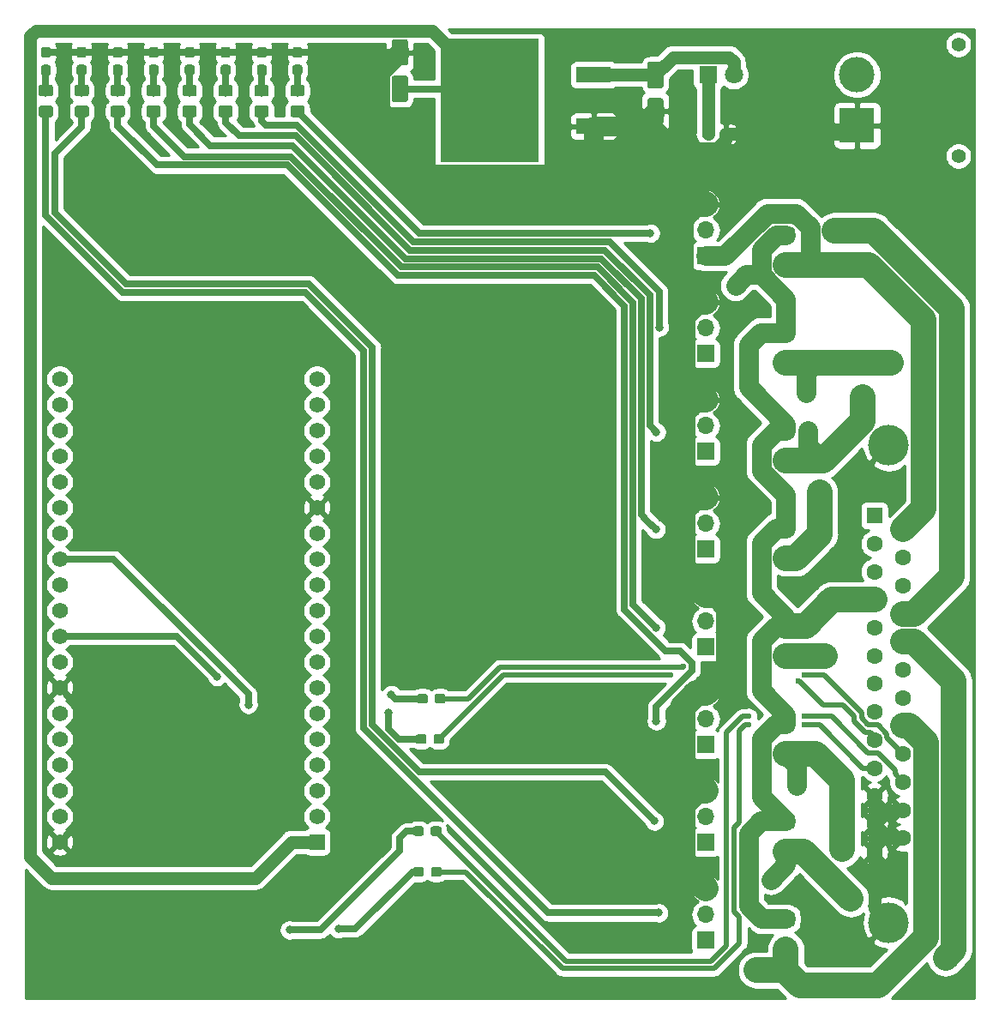
<source format=gbr>
G04 #@! TF.GenerationSoftware,KiCad,Pcbnew,(5.1.4)-1*
G04 #@! TF.CreationDate,2020-09-30T13:08:58+02:00*
G04 #@! TF.ProjectId,car_controller,6361725f-636f-46e7-9472-6f6c6c65722e,rev?*
G04 #@! TF.SameCoordinates,Original*
G04 #@! TF.FileFunction,Copper,L1,Top*
G04 #@! TF.FilePolarity,Positive*
%FSLAX46Y46*%
G04 Gerber Fmt 4.6, Leading zero omitted, Abs format (unit mm)*
G04 Created by KiCad (PCBNEW (5.1.4)-1) date 2020-09-30 13:08:58*
%MOMM*%
%LPD*%
G04 APERTURE LIST*
%ADD10C,0.100000*%
%ADD11C,1.600000*%
%ADD12C,1.150000*%
%ADD13C,1.425000*%
%ADD14R,1.800000X1.800000*%
%ADD15C,1.800000*%
%ADD16C,0.950000*%
%ADD17R,3.500000X1.600000*%
%ADD18R,9.750000X12.200000*%
%ADD19C,1.400000*%
%ADD20R,3.500000X3.500000*%
%ADD21C,3.500000*%
%ADD22R,1.600000X1.600000*%
%ADD23C,4.000000*%
%ADD24O,1.700000X1.700000*%
%ADD25R,1.700000X1.700000*%
%ADD26R,1.560000X1.560000*%
%ADD27C,1.560000*%
%ADD28C,0.800000*%
%ADD29C,1.000000*%
%ADD30C,1.200000*%
%ADD31C,0.600000*%
%ADD32C,2.540000*%
%ADD33C,1.270000*%
%ADD34C,0.635000*%
%ADD35C,1.905000*%
%ADD36C,0.508000*%
%ADD37C,0.254000*%
G04 APERTURE END LIST*
D10*
G36*
X134049504Y-45826204D02*
G01*
X134073773Y-45829804D01*
X134097571Y-45835765D01*
X134120671Y-45844030D01*
X134142849Y-45854520D01*
X134163893Y-45867133D01*
X134183598Y-45881747D01*
X134201777Y-45898223D01*
X134218253Y-45916402D01*
X134232867Y-45936107D01*
X134245480Y-45957151D01*
X134255970Y-45979329D01*
X134264235Y-46002429D01*
X134270196Y-46026227D01*
X134273796Y-46050496D01*
X134275000Y-46075000D01*
X134275000Y-48175000D01*
X134273796Y-48199504D01*
X134270196Y-48223773D01*
X134264235Y-48247571D01*
X134255970Y-48270671D01*
X134245480Y-48292849D01*
X134232867Y-48313893D01*
X134218253Y-48333598D01*
X134201777Y-48351777D01*
X134183598Y-48368253D01*
X134163893Y-48382867D01*
X134142849Y-48395480D01*
X134120671Y-48405970D01*
X134097571Y-48414235D01*
X134073773Y-48420196D01*
X134049504Y-48423796D01*
X134025000Y-48425000D01*
X132925000Y-48425000D01*
X132900496Y-48423796D01*
X132876227Y-48420196D01*
X132852429Y-48414235D01*
X132829329Y-48405970D01*
X132807151Y-48395480D01*
X132786107Y-48382867D01*
X132766402Y-48368253D01*
X132748223Y-48351777D01*
X132731747Y-48333598D01*
X132717133Y-48313893D01*
X132704520Y-48292849D01*
X132694030Y-48270671D01*
X132685765Y-48247571D01*
X132679804Y-48223773D01*
X132676204Y-48199504D01*
X132675000Y-48175000D01*
X132675000Y-46075000D01*
X132676204Y-46050496D01*
X132679804Y-46026227D01*
X132685765Y-46002429D01*
X132694030Y-45979329D01*
X132704520Y-45957151D01*
X132717133Y-45936107D01*
X132731747Y-45916402D01*
X132748223Y-45898223D01*
X132766402Y-45881747D01*
X132786107Y-45867133D01*
X132807151Y-45854520D01*
X132829329Y-45844030D01*
X132852429Y-45835765D01*
X132876227Y-45829804D01*
X132900496Y-45826204D01*
X132925000Y-45825000D01*
X134025000Y-45825000D01*
X134049504Y-45826204D01*
X134049504Y-45826204D01*
G37*
D11*
X133475000Y-47125000D03*
D10*
G36*
X134049504Y-42226204D02*
G01*
X134073773Y-42229804D01*
X134097571Y-42235765D01*
X134120671Y-42244030D01*
X134142849Y-42254520D01*
X134163893Y-42267133D01*
X134183598Y-42281747D01*
X134201777Y-42298223D01*
X134218253Y-42316402D01*
X134232867Y-42336107D01*
X134245480Y-42357151D01*
X134255970Y-42379329D01*
X134264235Y-42402429D01*
X134270196Y-42426227D01*
X134273796Y-42450496D01*
X134275000Y-42475000D01*
X134275000Y-44575000D01*
X134273796Y-44599504D01*
X134270196Y-44623773D01*
X134264235Y-44647571D01*
X134255970Y-44670671D01*
X134245480Y-44692849D01*
X134232867Y-44713893D01*
X134218253Y-44733598D01*
X134201777Y-44751777D01*
X134183598Y-44768253D01*
X134163893Y-44782867D01*
X134142849Y-44795480D01*
X134120671Y-44805970D01*
X134097571Y-44814235D01*
X134073773Y-44820196D01*
X134049504Y-44823796D01*
X134025000Y-44825000D01*
X132925000Y-44825000D01*
X132900496Y-44823796D01*
X132876227Y-44820196D01*
X132852429Y-44814235D01*
X132829329Y-44805970D01*
X132807151Y-44795480D01*
X132786107Y-44782867D01*
X132766402Y-44768253D01*
X132748223Y-44751777D01*
X132731747Y-44733598D01*
X132717133Y-44713893D01*
X132704520Y-44692849D01*
X132694030Y-44670671D01*
X132685765Y-44647571D01*
X132679804Y-44623773D01*
X132676204Y-44599504D01*
X132675000Y-44575000D01*
X132675000Y-42475000D01*
X132676204Y-42450496D01*
X132679804Y-42426227D01*
X132685765Y-42402429D01*
X132694030Y-42379329D01*
X132704520Y-42357151D01*
X132717133Y-42336107D01*
X132731747Y-42316402D01*
X132748223Y-42298223D01*
X132766402Y-42281747D01*
X132786107Y-42267133D01*
X132807151Y-42254520D01*
X132829329Y-42244030D01*
X132852429Y-42235765D01*
X132876227Y-42229804D01*
X132900496Y-42226204D01*
X132925000Y-42225000D01*
X134025000Y-42225000D01*
X134049504Y-42226204D01*
X134049504Y-42226204D01*
G37*
D11*
X133475000Y-43525000D03*
D10*
G36*
X108824504Y-43601204D02*
G01*
X108848773Y-43604804D01*
X108872571Y-43610765D01*
X108895671Y-43619030D01*
X108917849Y-43629520D01*
X108938893Y-43642133D01*
X108958598Y-43656747D01*
X108976777Y-43673223D01*
X108993253Y-43691402D01*
X109007867Y-43711107D01*
X109020480Y-43732151D01*
X109030970Y-43754329D01*
X109039235Y-43777429D01*
X109045196Y-43801227D01*
X109048796Y-43825496D01*
X109050000Y-43850000D01*
X109050000Y-45950000D01*
X109048796Y-45974504D01*
X109045196Y-45998773D01*
X109039235Y-46022571D01*
X109030970Y-46045671D01*
X109020480Y-46067849D01*
X109007867Y-46088893D01*
X108993253Y-46108598D01*
X108976777Y-46126777D01*
X108958598Y-46143253D01*
X108938893Y-46157867D01*
X108917849Y-46170480D01*
X108895671Y-46180970D01*
X108872571Y-46189235D01*
X108848773Y-46195196D01*
X108824504Y-46198796D01*
X108800000Y-46200000D01*
X107700000Y-46200000D01*
X107675496Y-46198796D01*
X107651227Y-46195196D01*
X107627429Y-46189235D01*
X107604329Y-46180970D01*
X107582151Y-46170480D01*
X107561107Y-46157867D01*
X107541402Y-46143253D01*
X107523223Y-46126777D01*
X107506747Y-46108598D01*
X107492133Y-46088893D01*
X107479520Y-46067849D01*
X107469030Y-46045671D01*
X107460765Y-46022571D01*
X107454804Y-45998773D01*
X107451204Y-45974504D01*
X107450000Y-45950000D01*
X107450000Y-43850000D01*
X107451204Y-43825496D01*
X107454804Y-43801227D01*
X107460765Y-43777429D01*
X107469030Y-43754329D01*
X107479520Y-43732151D01*
X107492133Y-43711107D01*
X107506747Y-43691402D01*
X107523223Y-43673223D01*
X107541402Y-43656747D01*
X107561107Y-43642133D01*
X107582151Y-43629520D01*
X107604329Y-43619030D01*
X107627429Y-43610765D01*
X107651227Y-43604804D01*
X107675496Y-43601204D01*
X107700000Y-43600000D01*
X108800000Y-43600000D01*
X108824504Y-43601204D01*
X108824504Y-43601204D01*
G37*
D11*
X108250000Y-44900000D03*
D10*
G36*
X108824504Y-40001204D02*
G01*
X108848773Y-40004804D01*
X108872571Y-40010765D01*
X108895671Y-40019030D01*
X108917849Y-40029520D01*
X108938893Y-40042133D01*
X108958598Y-40056747D01*
X108976777Y-40073223D01*
X108993253Y-40091402D01*
X109007867Y-40111107D01*
X109020480Y-40132151D01*
X109030970Y-40154329D01*
X109039235Y-40177429D01*
X109045196Y-40201227D01*
X109048796Y-40225496D01*
X109050000Y-40250000D01*
X109050000Y-42350000D01*
X109048796Y-42374504D01*
X109045196Y-42398773D01*
X109039235Y-42422571D01*
X109030970Y-42445671D01*
X109020480Y-42467849D01*
X109007867Y-42488893D01*
X108993253Y-42508598D01*
X108976777Y-42526777D01*
X108958598Y-42543253D01*
X108938893Y-42557867D01*
X108917849Y-42570480D01*
X108895671Y-42580970D01*
X108872571Y-42589235D01*
X108848773Y-42595196D01*
X108824504Y-42598796D01*
X108800000Y-42600000D01*
X107700000Y-42600000D01*
X107675496Y-42598796D01*
X107651227Y-42595196D01*
X107627429Y-42589235D01*
X107604329Y-42580970D01*
X107582151Y-42570480D01*
X107561107Y-42557867D01*
X107541402Y-42543253D01*
X107523223Y-42526777D01*
X107506747Y-42508598D01*
X107492133Y-42488893D01*
X107479520Y-42467849D01*
X107469030Y-42445671D01*
X107460765Y-42422571D01*
X107454804Y-42398773D01*
X107451204Y-42374504D01*
X107450000Y-42350000D01*
X107450000Y-40250000D01*
X107451204Y-40225496D01*
X107454804Y-40201227D01*
X107460765Y-40177429D01*
X107469030Y-40154329D01*
X107479520Y-40132151D01*
X107492133Y-40111107D01*
X107506747Y-40091402D01*
X107523223Y-40073223D01*
X107541402Y-40056747D01*
X107561107Y-40042133D01*
X107582151Y-40029520D01*
X107604329Y-40019030D01*
X107627429Y-40010765D01*
X107651227Y-40004804D01*
X107675496Y-40001204D01*
X107700000Y-40000000D01*
X108800000Y-40000000D01*
X108824504Y-40001204D01*
X108824504Y-40001204D01*
G37*
D11*
X108250000Y-41300000D03*
D10*
G36*
X98624505Y-44501204D02*
G01*
X98648773Y-44504804D01*
X98672572Y-44510765D01*
X98695671Y-44519030D01*
X98717850Y-44529520D01*
X98738893Y-44542132D01*
X98758599Y-44556747D01*
X98776777Y-44573223D01*
X98793253Y-44591401D01*
X98807868Y-44611107D01*
X98820480Y-44632150D01*
X98830970Y-44654329D01*
X98839235Y-44677428D01*
X98845196Y-44701227D01*
X98848796Y-44725495D01*
X98850000Y-44749999D01*
X98850000Y-45400001D01*
X98848796Y-45424505D01*
X98845196Y-45448773D01*
X98839235Y-45472572D01*
X98830970Y-45495671D01*
X98820480Y-45517850D01*
X98807868Y-45538893D01*
X98793253Y-45558599D01*
X98776777Y-45576777D01*
X98758599Y-45593253D01*
X98738893Y-45607868D01*
X98717850Y-45620480D01*
X98695671Y-45630970D01*
X98672572Y-45639235D01*
X98648773Y-45645196D01*
X98624505Y-45648796D01*
X98600001Y-45650000D01*
X97699999Y-45650000D01*
X97675495Y-45648796D01*
X97651227Y-45645196D01*
X97627428Y-45639235D01*
X97604329Y-45630970D01*
X97582150Y-45620480D01*
X97561107Y-45607868D01*
X97541401Y-45593253D01*
X97523223Y-45576777D01*
X97506747Y-45558599D01*
X97492132Y-45538893D01*
X97479520Y-45517850D01*
X97469030Y-45495671D01*
X97460765Y-45472572D01*
X97454804Y-45448773D01*
X97451204Y-45424505D01*
X97450000Y-45400001D01*
X97450000Y-44749999D01*
X97451204Y-44725495D01*
X97454804Y-44701227D01*
X97460765Y-44677428D01*
X97469030Y-44654329D01*
X97479520Y-44632150D01*
X97492132Y-44611107D01*
X97506747Y-44591401D01*
X97523223Y-44573223D01*
X97541401Y-44556747D01*
X97561107Y-44542132D01*
X97582150Y-44529520D01*
X97604329Y-44519030D01*
X97627428Y-44510765D01*
X97651227Y-44504804D01*
X97675495Y-44501204D01*
X97699999Y-44500000D01*
X98600001Y-44500000D01*
X98624505Y-44501204D01*
X98624505Y-44501204D01*
G37*
D12*
X98150000Y-45075000D03*
D10*
G36*
X98624505Y-46551204D02*
G01*
X98648773Y-46554804D01*
X98672572Y-46560765D01*
X98695671Y-46569030D01*
X98717850Y-46579520D01*
X98738893Y-46592132D01*
X98758599Y-46606747D01*
X98776777Y-46623223D01*
X98793253Y-46641401D01*
X98807868Y-46661107D01*
X98820480Y-46682150D01*
X98830970Y-46704329D01*
X98839235Y-46727428D01*
X98845196Y-46751227D01*
X98848796Y-46775495D01*
X98850000Y-46799999D01*
X98850000Y-47450001D01*
X98848796Y-47474505D01*
X98845196Y-47498773D01*
X98839235Y-47522572D01*
X98830970Y-47545671D01*
X98820480Y-47567850D01*
X98807868Y-47588893D01*
X98793253Y-47608599D01*
X98776777Y-47626777D01*
X98758599Y-47643253D01*
X98738893Y-47657868D01*
X98717850Y-47670480D01*
X98695671Y-47680970D01*
X98672572Y-47689235D01*
X98648773Y-47695196D01*
X98624505Y-47698796D01*
X98600001Y-47700000D01*
X97699999Y-47700000D01*
X97675495Y-47698796D01*
X97651227Y-47695196D01*
X97627428Y-47689235D01*
X97604329Y-47680970D01*
X97582150Y-47670480D01*
X97561107Y-47657868D01*
X97541401Y-47643253D01*
X97523223Y-47626777D01*
X97506747Y-47608599D01*
X97492132Y-47588893D01*
X97479520Y-47567850D01*
X97469030Y-47545671D01*
X97460765Y-47522572D01*
X97454804Y-47498773D01*
X97451204Y-47474505D01*
X97450000Y-47450001D01*
X97450000Y-46799999D01*
X97451204Y-46775495D01*
X97454804Y-46751227D01*
X97460765Y-46727428D01*
X97469030Y-46704329D01*
X97479520Y-46682150D01*
X97492132Y-46661107D01*
X97506747Y-46641401D01*
X97523223Y-46623223D01*
X97541401Y-46606747D01*
X97561107Y-46592132D01*
X97582150Y-46579520D01*
X97604329Y-46569030D01*
X97627428Y-46560765D01*
X97651227Y-46554804D01*
X97675495Y-46551204D01*
X97699999Y-46550000D01*
X98600001Y-46550000D01*
X98624505Y-46551204D01*
X98624505Y-46551204D01*
G37*
D12*
X98150000Y-47125000D03*
D10*
G36*
X95074505Y-44501204D02*
G01*
X95098773Y-44504804D01*
X95122572Y-44510765D01*
X95145671Y-44519030D01*
X95167850Y-44529520D01*
X95188893Y-44542132D01*
X95208599Y-44556747D01*
X95226777Y-44573223D01*
X95243253Y-44591401D01*
X95257868Y-44611107D01*
X95270480Y-44632150D01*
X95280970Y-44654329D01*
X95289235Y-44677428D01*
X95295196Y-44701227D01*
X95298796Y-44725495D01*
X95300000Y-44749999D01*
X95300000Y-45400001D01*
X95298796Y-45424505D01*
X95295196Y-45448773D01*
X95289235Y-45472572D01*
X95280970Y-45495671D01*
X95270480Y-45517850D01*
X95257868Y-45538893D01*
X95243253Y-45558599D01*
X95226777Y-45576777D01*
X95208599Y-45593253D01*
X95188893Y-45607868D01*
X95167850Y-45620480D01*
X95145671Y-45630970D01*
X95122572Y-45639235D01*
X95098773Y-45645196D01*
X95074505Y-45648796D01*
X95050001Y-45650000D01*
X94149999Y-45650000D01*
X94125495Y-45648796D01*
X94101227Y-45645196D01*
X94077428Y-45639235D01*
X94054329Y-45630970D01*
X94032150Y-45620480D01*
X94011107Y-45607868D01*
X93991401Y-45593253D01*
X93973223Y-45576777D01*
X93956747Y-45558599D01*
X93942132Y-45538893D01*
X93929520Y-45517850D01*
X93919030Y-45495671D01*
X93910765Y-45472572D01*
X93904804Y-45448773D01*
X93901204Y-45424505D01*
X93900000Y-45400001D01*
X93900000Y-44749999D01*
X93901204Y-44725495D01*
X93904804Y-44701227D01*
X93910765Y-44677428D01*
X93919030Y-44654329D01*
X93929520Y-44632150D01*
X93942132Y-44611107D01*
X93956747Y-44591401D01*
X93973223Y-44573223D01*
X93991401Y-44556747D01*
X94011107Y-44542132D01*
X94032150Y-44529520D01*
X94054329Y-44519030D01*
X94077428Y-44510765D01*
X94101227Y-44504804D01*
X94125495Y-44501204D01*
X94149999Y-44500000D01*
X95050001Y-44500000D01*
X95074505Y-44501204D01*
X95074505Y-44501204D01*
G37*
D12*
X94600000Y-45075000D03*
D10*
G36*
X95074505Y-46551204D02*
G01*
X95098773Y-46554804D01*
X95122572Y-46560765D01*
X95145671Y-46569030D01*
X95167850Y-46579520D01*
X95188893Y-46592132D01*
X95208599Y-46606747D01*
X95226777Y-46623223D01*
X95243253Y-46641401D01*
X95257868Y-46661107D01*
X95270480Y-46682150D01*
X95280970Y-46704329D01*
X95289235Y-46727428D01*
X95295196Y-46751227D01*
X95298796Y-46775495D01*
X95300000Y-46799999D01*
X95300000Y-47450001D01*
X95298796Y-47474505D01*
X95295196Y-47498773D01*
X95289235Y-47522572D01*
X95280970Y-47545671D01*
X95270480Y-47567850D01*
X95257868Y-47588893D01*
X95243253Y-47608599D01*
X95226777Y-47626777D01*
X95208599Y-47643253D01*
X95188893Y-47657868D01*
X95167850Y-47670480D01*
X95145671Y-47680970D01*
X95122572Y-47689235D01*
X95098773Y-47695196D01*
X95074505Y-47698796D01*
X95050001Y-47700000D01*
X94149999Y-47700000D01*
X94125495Y-47698796D01*
X94101227Y-47695196D01*
X94077428Y-47689235D01*
X94054329Y-47680970D01*
X94032150Y-47670480D01*
X94011107Y-47657868D01*
X93991401Y-47643253D01*
X93973223Y-47626777D01*
X93956747Y-47608599D01*
X93942132Y-47588893D01*
X93929520Y-47567850D01*
X93919030Y-47545671D01*
X93910765Y-47522572D01*
X93904804Y-47498773D01*
X93901204Y-47474505D01*
X93900000Y-47450001D01*
X93900000Y-46799999D01*
X93901204Y-46775495D01*
X93904804Y-46751227D01*
X93910765Y-46727428D01*
X93919030Y-46704329D01*
X93929520Y-46682150D01*
X93942132Y-46661107D01*
X93956747Y-46641401D01*
X93973223Y-46623223D01*
X93991401Y-46606747D01*
X94011107Y-46592132D01*
X94032150Y-46579520D01*
X94054329Y-46569030D01*
X94077428Y-46560765D01*
X94101227Y-46554804D01*
X94125495Y-46551204D01*
X94149999Y-46550000D01*
X95050001Y-46550000D01*
X95074505Y-46551204D01*
X95074505Y-46551204D01*
G37*
D12*
X94600000Y-47125000D03*
D10*
G36*
X91524505Y-46551204D02*
G01*
X91548773Y-46554804D01*
X91572572Y-46560765D01*
X91595671Y-46569030D01*
X91617850Y-46579520D01*
X91638893Y-46592132D01*
X91658599Y-46606747D01*
X91676777Y-46623223D01*
X91693253Y-46641401D01*
X91707868Y-46661107D01*
X91720480Y-46682150D01*
X91730970Y-46704329D01*
X91739235Y-46727428D01*
X91745196Y-46751227D01*
X91748796Y-46775495D01*
X91750000Y-46799999D01*
X91750000Y-47450001D01*
X91748796Y-47474505D01*
X91745196Y-47498773D01*
X91739235Y-47522572D01*
X91730970Y-47545671D01*
X91720480Y-47567850D01*
X91707868Y-47588893D01*
X91693253Y-47608599D01*
X91676777Y-47626777D01*
X91658599Y-47643253D01*
X91638893Y-47657868D01*
X91617850Y-47670480D01*
X91595671Y-47680970D01*
X91572572Y-47689235D01*
X91548773Y-47695196D01*
X91524505Y-47698796D01*
X91500001Y-47700000D01*
X90599999Y-47700000D01*
X90575495Y-47698796D01*
X90551227Y-47695196D01*
X90527428Y-47689235D01*
X90504329Y-47680970D01*
X90482150Y-47670480D01*
X90461107Y-47657868D01*
X90441401Y-47643253D01*
X90423223Y-47626777D01*
X90406747Y-47608599D01*
X90392132Y-47588893D01*
X90379520Y-47567850D01*
X90369030Y-47545671D01*
X90360765Y-47522572D01*
X90354804Y-47498773D01*
X90351204Y-47474505D01*
X90350000Y-47450001D01*
X90350000Y-46799999D01*
X90351204Y-46775495D01*
X90354804Y-46751227D01*
X90360765Y-46727428D01*
X90369030Y-46704329D01*
X90379520Y-46682150D01*
X90392132Y-46661107D01*
X90406747Y-46641401D01*
X90423223Y-46623223D01*
X90441401Y-46606747D01*
X90461107Y-46592132D01*
X90482150Y-46579520D01*
X90504329Y-46569030D01*
X90527428Y-46560765D01*
X90551227Y-46554804D01*
X90575495Y-46551204D01*
X90599999Y-46550000D01*
X91500001Y-46550000D01*
X91524505Y-46551204D01*
X91524505Y-46551204D01*
G37*
D12*
X91050000Y-47125000D03*
D10*
G36*
X91524505Y-44501204D02*
G01*
X91548773Y-44504804D01*
X91572572Y-44510765D01*
X91595671Y-44519030D01*
X91617850Y-44529520D01*
X91638893Y-44542132D01*
X91658599Y-44556747D01*
X91676777Y-44573223D01*
X91693253Y-44591401D01*
X91707868Y-44611107D01*
X91720480Y-44632150D01*
X91730970Y-44654329D01*
X91739235Y-44677428D01*
X91745196Y-44701227D01*
X91748796Y-44725495D01*
X91750000Y-44749999D01*
X91750000Y-45400001D01*
X91748796Y-45424505D01*
X91745196Y-45448773D01*
X91739235Y-45472572D01*
X91730970Y-45495671D01*
X91720480Y-45517850D01*
X91707868Y-45538893D01*
X91693253Y-45558599D01*
X91676777Y-45576777D01*
X91658599Y-45593253D01*
X91638893Y-45607868D01*
X91617850Y-45620480D01*
X91595671Y-45630970D01*
X91572572Y-45639235D01*
X91548773Y-45645196D01*
X91524505Y-45648796D01*
X91500001Y-45650000D01*
X90599999Y-45650000D01*
X90575495Y-45648796D01*
X90551227Y-45645196D01*
X90527428Y-45639235D01*
X90504329Y-45630970D01*
X90482150Y-45620480D01*
X90461107Y-45607868D01*
X90441401Y-45593253D01*
X90423223Y-45576777D01*
X90406747Y-45558599D01*
X90392132Y-45538893D01*
X90379520Y-45517850D01*
X90369030Y-45495671D01*
X90360765Y-45472572D01*
X90354804Y-45448773D01*
X90351204Y-45424505D01*
X90350000Y-45400001D01*
X90350000Y-44749999D01*
X90351204Y-44725495D01*
X90354804Y-44701227D01*
X90360765Y-44677428D01*
X90369030Y-44654329D01*
X90379520Y-44632150D01*
X90392132Y-44611107D01*
X90406747Y-44591401D01*
X90423223Y-44573223D01*
X90441401Y-44556747D01*
X90461107Y-44542132D01*
X90482150Y-44529520D01*
X90504329Y-44519030D01*
X90527428Y-44510765D01*
X90551227Y-44504804D01*
X90575495Y-44501204D01*
X90599999Y-44500000D01*
X91500001Y-44500000D01*
X91524505Y-44501204D01*
X91524505Y-44501204D01*
G37*
D12*
X91050000Y-45075000D03*
D10*
G36*
X147024504Y-58578704D02*
G01*
X147048773Y-58582304D01*
X147072571Y-58588265D01*
X147095671Y-58596530D01*
X147117849Y-58607020D01*
X147138893Y-58619633D01*
X147158598Y-58634247D01*
X147176777Y-58650723D01*
X147193253Y-58668902D01*
X147207867Y-58688607D01*
X147220480Y-58709651D01*
X147230970Y-58731829D01*
X147239235Y-58754929D01*
X147245196Y-58778727D01*
X147248796Y-58802996D01*
X147250000Y-58827500D01*
X147250000Y-59752500D01*
X147248796Y-59777004D01*
X147245196Y-59801273D01*
X147239235Y-59825071D01*
X147230970Y-59848171D01*
X147220480Y-59870349D01*
X147207867Y-59891393D01*
X147193253Y-59911098D01*
X147176777Y-59929277D01*
X147158598Y-59945753D01*
X147138893Y-59960367D01*
X147117849Y-59972980D01*
X147095671Y-59983470D01*
X147072571Y-59991735D01*
X147048773Y-59997696D01*
X147024504Y-60001296D01*
X147000000Y-60002500D01*
X145750000Y-60002500D01*
X145725496Y-60001296D01*
X145701227Y-59997696D01*
X145677429Y-59991735D01*
X145654329Y-59983470D01*
X145632151Y-59972980D01*
X145611107Y-59960367D01*
X145591402Y-59945753D01*
X145573223Y-59929277D01*
X145556747Y-59911098D01*
X145542133Y-59891393D01*
X145529520Y-59870349D01*
X145519030Y-59848171D01*
X145510765Y-59825071D01*
X145504804Y-59801273D01*
X145501204Y-59777004D01*
X145500000Y-59752500D01*
X145500000Y-58827500D01*
X145501204Y-58802996D01*
X145504804Y-58778727D01*
X145510765Y-58754929D01*
X145519030Y-58731829D01*
X145529520Y-58709651D01*
X145542133Y-58688607D01*
X145556747Y-58668902D01*
X145573223Y-58650723D01*
X145591402Y-58634247D01*
X145611107Y-58619633D01*
X145632151Y-58607020D01*
X145654329Y-58596530D01*
X145677429Y-58588265D01*
X145701227Y-58582304D01*
X145725496Y-58578704D01*
X145750000Y-58577500D01*
X147000000Y-58577500D01*
X147024504Y-58578704D01*
X147024504Y-58578704D01*
G37*
D13*
X146375000Y-59290000D03*
D10*
G36*
X147024504Y-61553704D02*
G01*
X147048773Y-61557304D01*
X147072571Y-61563265D01*
X147095671Y-61571530D01*
X147117849Y-61582020D01*
X147138893Y-61594633D01*
X147158598Y-61609247D01*
X147176777Y-61625723D01*
X147193253Y-61643902D01*
X147207867Y-61663607D01*
X147220480Y-61684651D01*
X147230970Y-61706829D01*
X147239235Y-61729929D01*
X147245196Y-61753727D01*
X147248796Y-61777996D01*
X147250000Y-61802500D01*
X147250000Y-62727500D01*
X147248796Y-62752004D01*
X147245196Y-62776273D01*
X147239235Y-62800071D01*
X147230970Y-62823171D01*
X147220480Y-62845349D01*
X147207867Y-62866393D01*
X147193253Y-62886098D01*
X147176777Y-62904277D01*
X147158598Y-62920753D01*
X147138893Y-62935367D01*
X147117849Y-62947980D01*
X147095671Y-62958470D01*
X147072571Y-62966735D01*
X147048773Y-62972696D01*
X147024504Y-62976296D01*
X147000000Y-62977500D01*
X145750000Y-62977500D01*
X145725496Y-62976296D01*
X145701227Y-62972696D01*
X145677429Y-62966735D01*
X145654329Y-62958470D01*
X145632151Y-62947980D01*
X145611107Y-62935367D01*
X145591402Y-62920753D01*
X145573223Y-62904277D01*
X145556747Y-62886098D01*
X145542133Y-62866393D01*
X145529520Y-62845349D01*
X145519030Y-62823171D01*
X145510765Y-62800071D01*
X145504804Y-62776273D01*
X145501204Y-62752004D01*
X145500000Y-62727500D01*
X145500000Y-61802500D01*
X145501204Y-61777996D01*
X145504804Y-61753727D01*
X145510765Y-61729929D01*
X145519030Y-61706829D01*
X145529520Y-61684651D01*
X145542133Y-61663607D01*
X145556747Y-61643902D01*
X145573223Y-61625723D01*
X145591402Y-61609247D01*
X145611107Y-61594633D01*
X145632151Y-61582020D01*
X145654329Y-61571530D01*
X145677429Y-61563265D01*
X145701227Y-61557304D01*
X145725496Y-61553704D01*
X145750000Y-61552500D01*
X147000000Y-61552500D01*
X147024504Y-61553704D01*
X147024504Y-61553704D01*
G37*
D13*
X146375000Y-62265000D03*
D10*
G36*
X147024504Y-71213704D02*
G01*
X147048773Y-71217304D01*
X147072571Y-71223265D01*
X147095671Y-71231530D01*
X147117849Y-71242020D01*
X147138893Y-71254633D01*
X147158598Y-71269247D01*
X147176777Y-71285723D01*
X147193253Y-71303902D01*
X147207867Y-71323607D01*
X147220480Y-71344651D01*
X147230970Y-71366829D01*
X147239235Y-71389929D01*
X147245196Y-71413727D01*
X147248796Y-71437996D01*
X147250000Y-71462500D01*
X147250000Y-72387500D01*
X147248796Y-72412004D01*
X147245196Y-72436273D01*
X147239235Y-72460071D01*
X147230970Y-72483171D01*
X147220480Y-72505349D01*
X147207867Y-72526393D01*
X147193253Y-72546098D01*
X147176777Y-72564277D01*
X147158598Y-72580753D01*
X147138893Y-72595367D01*
X147117849Y-72607980D01*
X147095671Y-72618470D01*
X147072571Y-72626735D01*
X147048773Y-72632696D01*
X147024504Y-72636296D01*
X147000000Y-72637500D01*
X145750000Y-72637500D01*
X145725496Y-72636296D01*
X145701227Y-72632696D01*
X145677429Y-72626735D01*
X145654329Y-72618470D01*
X145632151Y-72607980D01*
X145611107Y-72595367D01*
X145591402Y-72580753D01*
X145573223Y-72564277D01*
X145556747Y-72546098D01*
X145542133Y-72526393D01*
X145529520Y-72505349D01*
X145519030Y-72483171D01*
X145510765Y-72460071D01*
X145504804Y-72436273D01*
X145501204Y-72412004D01*
X145500000Y-72387500D01*
X145500000Y-71462500D01*
X145501204Y-71437996D01*
X145504804Y-71413727D01*
X145510765Y-71389929D01*
X145519030Y-71366829D01*
X145529520Y-71344651D01*
X145542133Y-71323607D01*
X145556747Y-71303902D01*
X145573223Y-71285723D01*
X145591402Y-71269247D01*
X145611107Y-71254633D01*
X145632151Y-71242020D01*
X145654329Y-71231530D01*
X145677429Y-71223265D01*
X145701227Y-71217304D01*
X145725496Y-71213704D01*
X145750000Y-71212500D01*
X147000000Y-71212500D01*
X147024504Y-71213704D01*
X147024504Y-71213704D01*
G37*
D13*
X146375000Y-71925000D03*
D10*
G36*
X147024504Y-68238704D02*
G01*
X147048773Y-68242304D01*
X147072571Y-68248265D01*
X147095671Y-68256530D01*
X147117849Y-68267020D01*
X147138893Y-68279633D01*
X147158598Y-68294247D01*
X147176777Y-68310723D01*
X147193253Y-68328902D01*
X147207867Y-68348607D01*
X147220480Y-68369651D01*
X147230970Y-68391829D01*
X147239235Y-68414929D01*
X147245196Y-68438727D01*
X147248796Y-68462996D01*
X147250000Y-68487500D01*
X147250000Y-69412500D01*
X147248796Y-69437004D01*
X147245196Y-69461273D01*
X147239235Y-69485071D01*
X147230970Y-69508171D01*
X147220480Y-69530349D01*
X147207867Y-69551393D01*
X147193253Y-69571098D01*
X147176777Y-69589277D01*
X147158598Y-69605753D01*
X147138893Y-69620367D01*
X147117849Y-69632980D01*
X147095671Y-69643470D01*
X147072571Y-69651735D01*
X147048773Y-69657696D01*
X147024504Y-69661296D01*
X147000000Y-69662500D01*
X145750000Y-69662500D01*
X145725496Y-69661296D01*
X145701227Y-69657696D01*
X145677429Y-69651735D01*
X145654329Y-69643470D01*
X145632151Y-69632980D01*
X145611107Y-69620367D01*
X145591402Y-69605753D01*
X145573223Y-69589277D01*
X145556747Y-69571098D01*
X145542133Y-69551393D01*
X145529520Y-69530349D01*
X145519030Y-69508171D01*
X145510765Y-69485071D01*
X145504804Y-69461273D01*
X145501204Y-69437004D01*
X145500000Y-69412500D01*
X145500000Y-68487500D01*
X145501204Y-68462996D01*
X145504804Y-68438727D01*
X145510765Y-68414929D01*
X145519030Y-68391829D01*
X145529520Y-68369651D01*
X145542133Y-68348607D01*
X145556747Y-68328902D01*
X145573223Y-68310723D01*
X145591402Y-68294247D01*
X145611107Y-68279633D01*
X145632151Y-68267020D01*
X145654329Y-68256530D01*
X145677429Y-68248265D01*
X145701227Y-68242304D01*
X145725496Y-68238704D01*
X145750000Y-68237500D01*
X147000000Y-68237500D01*
X147024504Y-68238704D01*
X147024504Y-68238704D01*
G37*
D13*
X146375000Y-68950000D03*
D10*
G36*
X147024504Y-80863704D02*
G01*
X147048773Y-80867304D01*
X147072571Y-80873265D01*
X147095671Y-80881530D01*
X147117849Y-80892020D01*
X147138893Y-80904633D01*
X147158598Y-80919247D01*
X147176777Y-80935723D01*
X147193253Y-80953902D01*
X147207867Y-80973607D01*
X147220480Y-80994651D01*
X147230970Y-81016829D01*
X147239235Y-81039929D01*
X147245196Y-81063727D01*
X147248796Y-81087996D01*
X147250000Y-81112500D01*
X147250000Y-82037500D01*
X147248796Y-82062004D01*
X147245196Y-82086273D01*
X147239235Y-82110071D01*
X147230970Y-82133171D01*
X147220480Y-82155349D01*
X147207867Y-82176393D01*
X147193253Y-82196098D01*
X147176777Y-82214277D01*
X147158598Y-82230753D01*
X147138893Y-82245367D01*
X147117849Y-82257980D01*
X147095671Y-82268470D01*
X147072571Y-82276735D01*
X147048773Y-82282696D01*
X147024504Y-82286296D01*
X147000000Y-82287500D01*
X145750000Y-82287500D01*
X145725496Y-82286296D01*
X145701227Y-82282696D01*
X145677429Y-82276735D01*
X145654329Y-82268470D01*
X145632151Y-82257980D01*
X145611107Y-82245367D01*
X145591402Y-82230753D01*
X145573223Y-82214277D01*
X145556747Y-82196098D01*
X145542133Y-82176393D01*
X145529520Y-82155349D01*
X145519030Y-82133171D01*
X145510765Y-82110071D01*
X145504804Y-82086273D01*
X145501204Y-82062004D01*
X145500000Y-82037500D01*
X145500000Y-81112500D01*
X145501204Y-81087996D01*
X145504804Y-81063727D01*
X145510765Y-81039929D01*
X145519030Y-81016829D01*
X145529520Y-80994651D01*
X145542133Y-80973607D01*
X145556747Y-80953902D01*
X145573223Y-80935723D01*
X145591402Y-80919247D01*
X145611107Y-80904633D01*
X145632151Y-80892020D01*
X145654329Y-80881530D01*
X145677429Y-80873265D01*
X145701227Y-80867304D01*
X145725496Y-80863704D01*
X145750000Y-80862500D01*
X147000000Y-80862500D01*
X147024504Y-80863704D01*
X147024504Y-80863704D01*
G37*
D13*
X146375000Y-81575000D03*
D10*
G36*
X147024504Y-77888704D02*
G01*
X147048773Y-77892304D01*
X147072571Y-77898265D01*
X147095671Y-77906530D01*
X147117849Y-77917020D01*
X147138893Y-77929633D01*
X147158598Y-77944247D01*
X147176777Y-77960723D01*
X147193253Y-77978902D01*
X147207867Y-77998607D01*
X147220480Y-78019651D01*
X147230970Y-78041829D01*
X147239235Y-78064929D01*
X147245196Y-78088727D01*
X147248796Y-78112996D01*
X147250000Y-78137500D01*
X147250000Y-79062500D01*
X147248796Y-79087004D01*
X147245196Y-79111273D01*
X147239235Y-79135071D01*
X147230970Y-79158171D01*
X147220480Y-79180349D01*
X147207867Y-79201393D01*
X147193253Y-79221098D01*
X147176777Y-79239277D01*
X147158598Y-79255753D01*
X147138893Y-79270367D01*
X147117849Y-79282980D01*
X147095671Y-79293470D01*
X147072571Y-79301735D01*
X147048773Y-79307696D01*
X147024504Y-79311296D01*
X147000000Y-79312500D01*
X145750000Y-79312500D01*
X145725496Y-79311296D01*
X145701227Y-79307696D01*
X145677429Y-79301735D01*
X145654329Y-79293470D01*
X145632151Y-79282980D01*
X145611107Y-79270367D01*
X145591402Y-79255753D01*
X145573223Y-79239277D01*
X145556747Y-79221098D01*
X145542133Y-79201393D01*
X145529520Y-79180349D01*
X145519030Y-79158171D01*
X145510765Y-79135071D01*
X145504804Y-79111273D01*
X145501204Y-79087004D01*
X145500000Y-79062500D01*
X145500000Y-78137500D01*
X145501204Y-78112996D01*
X145504804Y-78088727D01*
X145510765Y-78064929D01*
X145519030Y-78041829D01*
X145529520Y-78019651D01*
X145542133Y-77998607D01*
X145556747Y-77978902D01*
X145573223Y-77960723D01*
X145591402Y-77944247D01*
X145611107Y-77929633D01*
X145632151Y-77917020D01*
X145654329Y-77906530D01*
X145677429Y-77898265D01*
X145701227Y-77892304D01*
X145725496Y-77888704D01*
X145750000Y-77887500D01*
X147000000Y-77887500D01*
X147024504Y-77888704D01*
X147024504Y-77888704D01*
G37*
D13*
X146375000Y-78600000D03*
D10*
G36*
X87974505Y-46551204D02*
G01*
X87998773Y-46554804D01*
X88022572Y-46560765D01*
X88045671Y-46569030D01*
X88067850Y-46579520D01*
X88088893Y-46592132D01*
X88108599Y-46606747D01*
X88126777Y-46623223D01*
X88143253Y-46641401D01*
X88157868Y-46661107D01*
X88170480Y-46682150D01*
X88180970Y-46704329D01*
X88189235Y-46727428D01*
X88195196Y-46751227D01*
X88198796Y-46775495D01*
X88200000Y-46799999D01*
X88200000Y-47450001D01*
X88198796Y-47474505D01*
X88195196Y-47498773D01*
X88189235Y-47522572D01*
X88180970Y-47545671D01*
X88170480Y-47567850D01*
X88157868Y-47588893D01*
X88143253Y-47608599D01*
X88126777Y-47626777D01*
X88108599Y-47643253D01*
X88088893Y-47657868D01*
X88067850Y-47670480D01*
X88045671Y-47680970D01*
X88022572Y-47689235D01*
X87998773Y-47695196D01*
X87974505Y-47698796D01*
X87950001Y-47700000D01*
X87049999Y-47700000D01*
X87025495Y-47698796D01*
X87001227Y-47695196D01*
X86977428Y-47689235D01*
X86954329Y-47680970D01*
X86932150Y-47670480D01*
X86911107Y-47657868D01*
X86891401Y-47643253D01*
X86873223Y-47626777D01*
X86856747Y-47608599D01*
X86842132Y-47588893D01*
X86829520Y-47567850D01*
X86819030Y-47545671D01*
X86810765Y-47522572D01*
X86804804Y-47498773D01*
X86801204Y-47474505D01*
X86800000Y-47450001D01*
X86800000Y-46799999D01*
X86801204Y-46775495D01*
X86804804Y-46751227D01*
X86810765Y-46727428D01*
X86819030Y-46704329D01*
X86829520Y-46682150D01*
X86842132Y-46661107D01*
X86856747Y-46641401D01*
X86873223Y-46623223D01*
X86891401Y-46606747D01*
X86911107Y-46592132D01*
X86932150Y-46579520D01*
X86954329Y-46569030D01*
X86977428Y-46560765D01*
X87001227Y-46554804D01*
X87025495Y-46551204D01*
X87049999Y-46550000D01*
X87950001Y-46550000D01*
X87974505Y-46551204D01*
X87974505Y-46551204D01*
G37*
D12*
X87500000Y-47125000D03*
D10*
G36*
X87974505Y-44501204D02*
G01*
X87998773Y-44504804D01*
X88022572Y-44510765D01*
X88045671Y-44519030D01*
X88067850Y-44529520D01*
X88088893Y-44542132D01*
X88108599Y-44556747D01*
X88126777Y-44573223D01*
X88143253Y-44591401D01*
X88157868Y-44611107D01*
X88170480Y-44632150D01*
X88180970Y-44654329D01*
X88189235Y-44677428D01*
X88195196Y-44701227D01*
X88198796Y-44725495D01*
X88200000Y-44749999D01*
X88200000Y-45400001D01*
X88198796Y-45424505D01*
X88195196Y-45448773D01*
X88189235Y-45472572D01*
X88180970Y-45495671D01*
X88170480Y-45517850D01*
X88157868Y-45538893D01*
X88143253Y-45558599D01*
X88126777Y-45576777D01*
X88108599Y-45593253D01*
X88088893Y-45607868D01*
X88067850Y-45620480D01*
X88045671Y-45630970D01*
X88022572Y-45639235D01*
X87998773Y-45645196D01*
X87974505Y-45648796D01*
X87950001Y-45650000D01*
X87049999Y-45650000D01*
X87025495Y-45648796D01*
X87001227Y-45645196D01*
X86977428Y-45639235D01*
X86954329Y-45630970D01*
X86932150Y-45620480D01*
X86911107Y-45607868D01*
X86891401Y-45593253D01*
X86873223Y-45576777D01*
X86856747Y-45558599D01*
X86842132Y-45538893D01*
X86829520Y-45517850D01*
X86819030Y-45495671D01*
X86810765Y-45472572D01*
X86804804Y-45448773D01*
X86801204Y-45424505D01*
X86800000Y-45400001D01*
X86800000Y-44749999D01*
X86801204Y-44725495D01*
X86804804Y-44701227D01*
X86810765Y-44677428D01*
X86819030Y-44654329D01*
X86829520Y-44632150D01*
X86842132Y-44611107D01*
X86856747Y-44591401D01*
X86873223Y-44573223D01*
X86891401Y-44556747D01*
X86911107Y-44542132D01*
X86932150Y-44529520D01*
X86954329Y-44519030D01*
X86977428Y-44510765D01*
X87001227Y-44504804D01*
X87025495Y-44501204D01*
X87049999Y-44500000D01*
X87950001Y-44500000D01*
X87974505Y-44501204D01*
X87974505Y-44501204D01*
G37*
D12*
X87500000Y-45075000D03*
D10*
G36*
X84424505Y-46551204D02*
G01*
X84448773Y-46554804D01*
X84472572Y-46560765D01*
X84495671Y-46569030D01*
X84517850Y-46579520D01*
X84538893Y-46592132D01*
X84558599Y-46606747D01*
X84576777Y-46623223D01*
X84593253Y-46641401D01*
X84607868Y-46661107D01*
X84620480Y-46682150D01*
X84630970Y-46704329D01*
X84639235Y-46727428D01*
X84645196Y-46751227D01*
X84648796Y-46775495D01*
X84650000Y-46799999D01*
X84650000Y-47450001D01*
X84648796Y-47474505D01*
X84645196Y-47498773D01*
X84639235Y-47522572D01*
X84630970Y-47545671D01*
X84620480Y-47567850D01*
X84607868Y-47588893D01*
X84593253Y-47608599D01*
X84576777Y-47626777D01*
X84558599Y-47643253D01*
X84538893Y-47657868D01*
X84517850Y-47670480D01*
X84495671Y-47680970D01*
X84472572Y-47689235D01*
X84448773Y-47695196D01*
X84424505Y-47698796D01*
X84400001Y-47700000D01*
X83499999Y-47700000D01*
X83475495Y-47698796D01*
X83451227Y-47695196D01*
X83427428Y-47689235D01*
X83404329Y-47680970D01*
X83382150Y-47670480D01*
X83361107Y-47657868D01*
X83341401Y-47643253D01*
X83323223Y-47626777D01*
X83306747Y-47608599D01*
X83292132Y-47588893D01*
X83279520Y-47567850D01*
X83269030Y-47545671D01*
X83260765Y-47522572D01*
X83254804Y-47498773D01*
X83251204Y-47474505D01*
X83250000Y-47450001D01*
X83250000Y-46799999D01*
X83251204Y-46775495D01*
X83254804Y-46751227D01*
X83260765Y-46727428D01*
X83269030Y-46704329D01*
X83279520Y-46682150D01*
X83292132Y-46661107D01*
X83306747Y-46641401D01*
X83323223Y-46623223D01*
X83341401Y-46606747D01*
X83361107Y-46592132D01*
X83382150Y-46579520D01*
X83404329Y-46569030D01*
X83427428Y-46560765D01*
X83451227Y-46554804D01*
X83475495Y-46551204D01*
X83499999Y-46550000D01*
X84400001Y-46550000D01*
X84424505Y-46551204D01*
X84424505Y-46551204D01*
G37*
D12*
X83950000Y-47125000D03*
D10*
G36*
X84424505Y-44501204D02*
G01*
X84448773Y-44504804D01*
X84472572Y-44510765D01*
X84495671Y-44519030D01*
X84517850Y-44529520D01*
X84538893Y-44542132D01*
X84558599Y-44556747D01*
X84576777Y-44573223D01*
X84593253Y-44591401D01*
X84607868Y-44611107D01*
X84620480Y-44632150D01*
X84630970Y-44654329D01*
X84639235Y-44677428D01*
X84645196Y-44701227D01*
X84648796Y-44725495D01*
X84650000Y-44749999D01*
X84650000Y-45400001D01*
X84648796Y-45424505D01*
X84645196Y-45448773D01*
X84639235Y-45472572D01*
X84630970Y-45495671D01*
X84620480Y-45517850D01*
X84607868Y-45538893D01*
X84593253Y-45558599D01*
X84576777Y-45576777D01*
X84558599Y-45593253D01*
X84538893Y-45607868D01*
X84517850Y-45620480D01*
X84495671Y-45630970D01*
X84472572Y-45639235D01*
X84448773Y-45645196D01*
X84424505Y-45648796D01*
X84400001Y-45650000D01*
X83499999Y-45650000D01*
X83475495Y-45648796D01*
X83451227Y-45645196D01*
X83427428Y-45639235D01*
X83404329Y-45630970D01*
X83382150Y-45620480D01*
X83361107Y-45607868D01*
X83341401Y-45593253D01*
X83323223Y-45576777D01*
X83306747Y-45558599D01*
X83292132Y-45538893D01*
X83279520Y-45517850D01*
X83269030Y-45495671D01*
X83260765Y-45472572D01*
X83254804Y-45448773D01*
X83251204Y-45424505D01*
X83250000Y-45400001D01*
X83250000Y-44749999D01*
X83251204Y-44725495D01*
X83254804Y-44701227D01*
X83260765Y-44677428D01*
X83269030Y-44654329D01*
X83279520Y-44632150D01*
X83292132Y-44611107D01*
X83306747Y-44591401D01*
X83323223Y-44573223D01*
X83341401Y-44556747D01*
X83361107Y-44542132D01*
X83382150Y-44529520D01*
X83404329Y-44519030D01*
X83427428Y-44510765D01*
X83451227Y-44504804D01*
X83475495Y-44501204D01*
X83499999Y-44500000D01*
X84400001Y-44500000D01*
X84424505Y-44501204D01*
X84424505Y-44501204D01*
G37*
D12*
X83950000Y-45075000D03*
D10*
G36*
X80874505Y-46551204D02*
G01*
X80898773Y-46554804D01*
X80922572Y-46560765D01*
X80945671Y-46569030D01*
X80967850Y-46579520D01*
X80988893Y-46592132D01*
X81008599Y-46606747D01*
X81026777Y-46623223D01*
X81043253Y-46641401D01*
X81057868Y-46661107D01*
X81070480Y-46682150D01*
X81080970Y-46704329D01*
X81089235Y-46727428D01*
X81095196Y-46751227D01*
X81098796Y-46775495D01*
X81100000Y-46799999D01*
X81100000Y-47450001D01*
X81098796Y-47474505D01*
X81095196Y-47498773D01*
X81089235Y-47522572D01*
X81080970Y-47545671D01*
X81070480Y-47567850D01*
X81057868Y-47588893D01*
X81043253Y-47608599D01*
X81026777Y-47626777D01*
X81008599Y-47643253D01*
X80988893Y-47657868D01*
X80967850Y-47670480D01*
X80945671Y-47680970D01*
X80922572Y-47689235D01*
X80898773Y-47695196D01*
X80874505Y-47698796D01*
X80850001Y-47700000D01*
X79949999Y-47700000D01*
X79925495Y-47698796D01*
X79901227Y-47695196D01*
X79877428Y-47689235D01*
X79854329Y-47680970D01*
X79832150Y-47670480D01*
X79811107Y-47657868D01*
X79791401Y-47643253D01*
X79773223Y-47626777D01*
X79756747Y-47608599D01*
X79742132Y-47588893D01*
X79729520Y-47567850D01*
X79719030Y-47545671D01*
X79710765Y-47522572D01*
X79704804Y-47498773D01*
X79701204Y-47474505D01*
X79700000Y-47450001D01*
X79700000Y-46799999D01*
X79701204Y-46775495D01*
X79704804Y-46751227D01*
X79710765Y-46727428D01*
X79719030Y-46704329D01*
X79729520Y-46682150D01*
X79742132Y-46661107D01*
X79756747Y-46641401D01*
X79773223Y-46623223D01*
X79791401Y-46606747D01*
X79811107Y-46592132D01*
X79832150Y-46579520D01*
X79854329Y-46569030D01*
X79877428Y-46560765D01*
X79901227Y-46554804D01*
X79925495Y-46551204D01*
X79949999Y-46550000D01*
X80850001Y-46550000D01*
X80874505Y-46551204D01*
X80874505Y-46551204D01*
G37*
D12*
X80400000Y-47125000D03*
D10*
G36*
X80874505Y-44501204D02*
G01*
X80898773Y-44504804D01*
X80922572Y-44510765D01*
X80945671Y-44519030D01*
X80967850Y-44529520D01*
X80988893Y-44542132D01*
X81008599Y-44556747D01*
X81026777Y-44573223D01*
X81043253Y-44591401D01*
X81057868Y-44611107D01*
X81070480Y-44632150D01*
X81080970Y-44654329D01*
X81089235Y-44677428D01*
X81095196Y-44701227D01*
X81098796Y-44725495D01*
X81100000Y-44749999D01*
X81100000Y-45400001D01*
X81098796Y-45424505D01*
X81095196Y-45448773D01*
X81089235Y-45472572D01*
X81080970Y-45495671D01*
X81070480Y-45517850D01*
X81057868Y-45538893D01*
X81043253Y-45558599D01*
X81026777Y-45576777D01*
X81008599Y-45593253D01*
X80988893Y-45607868D01*
X80967850Y-45620480D01*
X80945671Y-45630970D01*
X80922572Y-45639235D01*
X80898773Y-45645196D01*
X80874505Y-45648796D01*
X80850001Y-45650000D01*
X79949999Y-45650000D01*
X79925495Y-45648796D01*
X79901227Y-45645196D01*
X79877428Y-45639235D01*
X79854329Y-45630970D01*
X79832150Y-45620480D01*
X79811107Y-45607868D01*
X79791401Y-45593253D01*
X79773223Y-45576777D01*
X79756747Y-45558599D01*
X79742132Y-45538893D01*
X79729520Y-45517850D01*
X79719030Y-45495671D01*
X79710765Y-45472572D01*
X79704804Y-45448773D01*
X79701204Y-45424505D01*
X79700000Y-45400001D01*
X79700000Y-44749999D01*
X79701204Y-44725495D01*
X79704804Y-44701227D01*
X79710765Y-44677428D01*
X79719030Y-44654329D01*
X79729520Y-44632150D01*
X79742132Y-44611107D01*
X79756747Y-44591401D01*
X79773223Y-44573223D01*
X79791401Y-44556747D01*
X79811107Y-44542132D01*
X79832150Y-44529520D01*
X79854329Y-44519030D01*
X79877428Y-44510765D01*
X79901227Y-44504804D01*
X79925495Y-44501204D01*
X79949999Y-44500000D01*
X80850001Y-44500000D01*
X80874505Y-44501204D01*
X80874505Y-44501204D01*
G37*
D12*
X80400000Y-45075000D03*
D10*
G36*
X147024504Y-87538704D02*
G01*
X147048773Y-87542304D01*
X147072571Y-87548265D01*
X147095671Y-87556530D01*
X147117849Y-87567020D01*
X147138893Y-87579633D01*
X147158598Y-87594247D01*
X147176777Y-87610723D01*
X147193253Y-87628902D01*
X147207867Y-87648607D01*
X147220480Y-87669651D01*
X147230970Y-87691829D01*
X147239235Y-87714929D01*
X147245196Y-87738727D01*
X147248796Y-87762996D01*
X147250000Y-87787500D01*
X147250000Y-88712500D01*
X147248796Y-88737004D01*
X147245196Y-88761273D01*
X147239235Y-88785071D01*
X147230970Y-88808171D01*
X147220480Y-88830349D01*
X147207867Y-88851393D01*
X147193253Y-88871098D01*
X147176777Y-88889277D01*
X147158598Y-88905753D01*
X147138893Y-88920367D01*
X147117849Y-88932980D01*
X147095671Y-88943470D01*
X147072571Y-88951735D01*
X147048773Y-88957696D01*
X147024504Y-88961296D01*
X147000000Y-88962500D01*
X145750000Y-88962500D01*
X145725496Y-88961296D01*
X145701227Y-88957696D01*
X145677429Y-88951735D01*
X145654329Y-88943470D01*
X145632151Y-88932980D01*
X145611107Y-88920367D01*
X145591402Y-88905753D01*
X145573223Y-88889277D01*
X145556747Y-88871098D01*
X145542133Y-88851393D01*
X145529520Y-88830349D01*
X145519030Y-88808171D01*
X145510765Y-88785071D01*
X145504804Y-88761273D01*
X145501204Y-88737004D01*
X145500000Y-88712500D01*
X145500000Y-87787500D01*
X145501204Y-87762996D01*
X145504804Y-87738727D01*
X145510765Y-87714929D01*
X145519030Y-87691829D01*
X145529520Y-87669651D01*
X145542133Y-87648607D01*
X145556747Y-87628902D01*
X145573223Y-87610723D01*
X145591402Y-87594247D01*
X145611107Y-87579633D01*
X145632151Y-87567020D01*
X145654329Y-87556530D01*
X145677429Y-87548265D01*
X145701227Y-87542304D01*
X145725496Y-87538704D01*
X145750000Y-87537500D01*
X147000000Y-87537500D01*
X147024504Y-87538704D01*
X147024504Y-87538704D01*
G37*
D13*
X146375000Y-88250000D03*
D10*
G36*
X147024504Y-90513704D02*
G01*
X147048773Y-90517304D01*
X147072571Y-90523265D01*
X147095671Y-90531530D01*
X147117849Y-90542020D01*
X147138893Y-90554633D01*
X147158598Y-90569247D01*
X147176777Y-90585723D01*
X147193253Y-90603902D01*
X147207867Y-90623607D01*
X147220480Y-90644651D01*
X147230970Y-90666829D01*
X147239235Y-90689929D01*
X147245196Y-90713727D01*
X147248796Y-90737996D01*
X147250000Y-90762500D01*
X147250000Y-91687500D01*
X147248796Y-91712004D01*
X147245196Y-91736273D01*
X147239235Y-91760071D01*
X147230970Y-91783171D01*
X147220480Y-91805349D01*
X147207867Y-91826393D01*
X147193253Y-91846098D01*
X147176777Y-91864277D01*
X147158598Y-91880753D01*
X147138893Y-91895367D01*
X147117849Y-91907980D01*
X147095671Y-91918470D01*
X147072571Y-91926735D01*
X147048773Y-91932696D01*
X147024504Y-91936296D01*
X147000000Y-91937500D01*
X145750000Y-91937500D01*
X145725496Y-91936296D01*
X145701227Y-91932696D01*
X145677429Y-91926735D01*
X145654329Y-91918470D01*
X145632151Y-91907980D01*
X145611107Y-91895367D01*
X145591402Y-91880753D01*
X145573223Y-91864277D01*
X145556747Y-91846098D01*
X145542133Y-91826393D01*
X145529520Y-91805349D01*
X145519030Y-91783171D01*
X145510765Y-91760071D01*
X145504804Y-91736273D01*
X145501204Y-91712004D01*
X145500000Y-91687500D01*
X145500000Y-90762500D01*
X145501204Y-90737996D01*
X145504804Y-90713727D01*
X145510765Y-90689929D01*
X145519030Y-90666829D01*
X145529520Y-90644651D01*
X145542133Y-90623607D01*
X145556747Y-90603902D01*
X145573223Y-90585723D01*
X145591402Y-90569247D01*
X145611107Y-90554633D01*
X145632151Y-90542020D01*
X145654329Y-90531530D01*
X145677429Y-90523265D01*
X145701227Y-90517304D01*
X145725496Y-90513704D01*
X145750000Y-90512500D01*
X147000000Y-90512500D01*
X147024504Y-90513704D01*
X147024504Y-90513704D01*
G37*
D13*
X146375000Y-91225000D03*
D10*
G36*
X147024504Y-97188704D02*
G01*
X147048773Y-97192304D01*
X147072571Y-97198265D01*
X147095671Y-97206530D01*
X147117849Y-97217020D01*
X147138893Y-97229633D01*
X147158598Y-97244247D01*
X147176777Y-97260723D01*
X147193253Y-97278902D01*
X147207867Y-97298607D01*
X147220480Y-97319651D01*
X147230970Y-97341829D01*
X147239235Y-97364929D01*
X147245196Y-97388727D01*
X147248796Y-97412996D01*
X147250000Y-97437500D01*
X147250000Y-98362500D01*
X147248796Y-98387004D01*
X147245196Y-98411273D01*
X147239235Y-98435071D01*
X147230970Y-98458171D01*
X147220480Y-98480349D01*
X147207867Y-98501393D01*
X147193253Y-98521098D01*
X147176777Y-98539277D01*
X147158598Y-98555753D01*
X147138893Y-98570367D01*
X147117849Y-98582980D01*
X147095671Y-98593470D01*
X147072571Y-98601735D01*
X147048773Y-98607696D01*
X147024504Y-98611296D01*
X147000000Y-98612500D01*
X145750000Y-98612500D01*
X145725496Y-98611296D01*
X145701227Y-98607696D01*
X145677429Y-98601735D01*
X145654329Y-98593470D01*
X145632151Y-98582980D01*
X145611107Y-98570367D01*
X145591402Y-98555753D01*
X145573223Y-98539277D01*
X145556747Y-98521098D01*
X145542133Y-98501393D01*
X145529520Y-98480349D01*
X145519030Y-98458171D01*
X145510765Y-98435071D01*
X145504804Y-98411273D01*
X145501204Y-98387004D01*
X145500000Y-98362500D01*
X145500000Y-97437500D01*
X145501204Y-97412996D01*
X145504804Y-97388727D01*
X145510765Y-97364929D01*
X145519030Y-97341829D01*
X145529520Y-97319651D01*
X145542133Y-97298607D01*
X145556747Y-97278902D01*
X145573223Y-97260723D01*
X145591402Y-97244247D01*
X145611107Y-97229633D01*
X145632151Y-97217020D01*
X145654329Y-97206530D01*
X145677429Y-97198265D01*
X145701227Y-97192304D01*
X145725496Y-97188704D01*
X145750000Y-97187500D01*
X147000000Y-97187500D01*
X147024504Y-97188704D01*
X147024504Y-97188704D01*
G37*
D13*
X146375000Y-97900000D03*
D10*
G36*
X147024504Y-100163704D02*
G01*
X147048773Y-100167304D01*
X147072571Y-100173265D01*
X147095671Y-100181530D01*
X147117849Y-100192020D01*
X147138893Y-100204633D01*
X147158598Y-100219247D01*
X147176777Y-100235723D01*
X147193253Y-100253902D01*
X147207867Y-100273607D01*
X147220480Y-100294651D01*
X147230970Y-100316829D01*
X147239235Y-100339929D01*
X147245196Y-100363727D01*
X147248796Y-100387996D01*
X147250000Y-100412500D01*
X147250000Y-101337500D01*
X147248796Y-101362004D01*
X147245196Y-101386273D01*
X147239235Y-101410071D01*
X147230970Y-101433171D01*
X147220480Y-101455349D01*
X147207867Y-101476393D01*
X147193253Y-101496098D01*
X147176777Y-101514277D01*
X147158598Y-101530753D01*
X147138893Y-101545367D01*
X147117849Y-101557980D01*
X147095671Y-101568470D01*
X147072571Y-101576735D01*
X147048773Y-101582696D01*
X147024504Y-101586296D01*
X147000000Y-101587500D01*
X145750000Y-101587500D01*
X145725496Y-101586296D01*
X145701227Y-101582696D01*
X145677429Y-101576735D01*
X145654329Y-101568470D01*
X145632151Y-101557980D01*
X145611107Y-101545367D01*
X145591402Y-101530753D01*
X145573223Y-101514277D01*
X145556747Y-101496098D01*
X145542133Y-101476393D01*
X145529520Y-101455349D01*
X145519030Y-101433171D01*
X145510765Y-101410071D01*
X145504804Y-101386273D01*
X145501204Y-101362004D01*
X145500000Y-101337500D01*
X145500000Y-100412500D01*
X145501204Y-100387996D01*
X145504804Y-100363727D01*
X145510765Y-100339929D01*
X145519030Y-100316829D01*
X145529520Y-100294651D01*
X145542133Y-100273607D01*
X145556747Y-100253902D01*
X145573223Y-100235723D01*
X145591402Y-100219247D01*
X145611107Y-100204633D01*
X145632151Y-100192020D01*
X145654329Y-100181530D01*
X145677429Y-100173265D01*
X145701227Y-100167304D01*
X145725496Y-100163704D01*
X145750000Y-100162500D01*
X147000000Y-100162500D01*
X147024504Y-100163704D01*
X147024504Y-100163704D01*
G37*
D13*
X146375000Y-100875000D03*
D10*
G36*
X147024504Y-109813704D02*
G01*
X147048773Y-109817304D01*
X147072571Y-109823265D01*
X147095671Y-109831530D01*
X147117849Y-109842020D01*
X147138893Y-109854633D01*
X147158598Y-109869247D01*
X147176777Y-109885723D01*
X147193253Y-109903902D01*
X147207867Y-109923607D01*
X147220480Y-109944651D01*
X147230970Y-109966829D01*
X147239235Y-109989929D01*
X147245196Y-110013727D01*
X147248796Y-110037996D01*
X147250000Y-110062500D01*
X147250000Y-110987500D01*
X147248796Y-111012004D01*
X147245196Y-111036273D01*
X147239235Y-111060071D01*
X147230970Y-111083171D01*
X147220480Y-111105349D01*
X147207867Y-111126393D01*
X147193253Y-111146098D01*
X147176777Y-111164277D01*
X147158598Y-111180753D01*
X147138893Y-111195367D01*
X147117849Y-111207980D01*
X147095671Y-111218470D01*
X147072571Y-111226735D01*
X147048773Y-111232696D01*
X147024504Y-111236296D01*
X147000000Y-111237500D01*
X145750000Y-111237500D01*
X145725496Y-111236296D01*
X145701227Y-111232696D01*
X145677429Y-111226735D01*
X145654329Y-111218470D01*
X145632151Y-111207980D01*
X145611107Y-111195367D01*
X145591402Y-111180753D01*
X145573223Y-111164277D01*
X145556747Y-111146098D01*
X145542133Y-111126393D01*
X145529520Y-111105349D01*
X145519030Y-111083171D01*
X145510765Y-111060071D01*
X145504804Y-111036273D01*
X145501204Y-111012004D01*
X145500000Y-110987500D01*
X145500000Y-110062500D01*
X145501204Y-110037996D01*
X145504804Y-110013727D01*
X145510765Y-109989929D01*
X145519030Y-109966829D01*
X145529520Y-109944651D01*
X145542133Y-109923607D01*
X145556747Y-109903902D01*
X145573223Y-109885723D01*
X145591402Y-109869247D01*
X145611107Y-109854633D01*
X145632151Y-109842020D01*
X145654329Y-109831530D01*
X145677429Y-109823265D01*
X145701227Y-109817304D01*
X145725496Y-109813704D01*
X145750000Y-109812500D01*
X147000000Y-109812500D01*
X147024504Y-109813704D01*
X147024504Y-109813704D01*
G37*
D13*
X146375000Y-110525000D03*
D10*
G36*
X147024504Y-106838704D02*
G01*
X147048773Y-106842304D01*
X147072571Y-106848265D01*
X147095671Y-106856530D01*
X147117849Y-106867020D01*
X147138893Y-106879633D01*
X147158598Y-106894247D01*
X147176777Y-106910723D01*
X147193253Y-106928902D01*
X147207867Y-106948607D01*
X147220480Y-106969651D01*
X147230970Y-106991829D01*
X147239235Y-107014929D01*
X147245196Y-107038727D01*
X147248796Y-107062996D01*
X147250000Y-107087500D01*
X147250000Y-108012500D01*
X147248796Y-108037004D01*
X147245196Y-108061273D01*
X147239235Y-108085071D01*
X147230970Y-108108171D01*
X147220480Y-108130349D01*
X147207867Y-108151393D01*
X147193253Y-108171098D01*
X147176777Y-108189277D01*
X147158598Y-108205753D01*
X147138893Y-108220367D01*
X147117849Y-108232980D01*
X147095671Y-108243470D01*
X147072571Y-108251735D01*
X147048773Y-108257696D01*
X147024504Y-108261296D01*
X147000000Y-108262500D01*
X145750000Y-108262500D01*
X145725496Y-108261296D01*
X145701227Y-108257696D01*
X145677429Y-108251735D01*
X145654329Y-108243470D01*
X145632151Y-108232980D01*
X145611107Y-108220367D01*
X145591402Y-108205753D01*
X145573223Y-108189277D01*
X145556747Y-108171098D01*
X145542133Y-108151393D01*
X145529520Y-108130349D01*
X145519030Y-108108171D01*
X145510765Y-108085071D01*
X145504804Y-108061273D01*
X145501204Y-108037004D01*
X145500000Y-108012500D01*
X145500000Y-107087500D01*
X145501204Y-107062996D01*
X145504804Y-107038727D01*
X145510765Y-107014929D01*
X145519030Y-106991829D01*
X145529520Y-106969651D01*
X145542133Y-106948607D01*
X145556747Y-106928902D01*
X145573223Y-106910723D01*
X145591402Y-106894247D01*
X145611107Y-106879633D01*
X145632151Y-106867020D01*
X145654329Y-106856530D01*
X145677429Y-106848265D01*
X145701227Y-106842304D01*
X145725496Y-106838704D01*
X145750000Y-106837500D01*
X147000000Y-106837500D01*
X147024504Y-106838704D01*
X147024504Y-106838704D01*
G37*
D13*
X146375000Y-107550000D03*
D10*
G36*
X77324505Y-44501204D02*
G01*
X77348773Y-44504804D01*
X77372572Y-44510765D01*
X77395671Y-44519030D01*
X77417850Y-44529520D01*
X77438893Y-44542132D01*
X77458599Y-44556747D01*
X77476777Y-44573223D01*
X77493253Y-44591401D01*
X77507868Y-44611107D01*
X77520480Y-44632150D01*
X77530970Y-44654329D01*
X77539235Y-44677428D01*
X77545196Y-44701227D01*
X77548796Y-44725495D01*
X77550000Y-44749999D01*
X77550000Y-45400001D01*
X77548796Y-45424505D01*
X77545196Y-45448773D01*
X77539235Y-45472572D01*
X77530970Y-45495671D01*
X77520480Y-45517850D01*
X77507868Y-45538893D01*
X77493253Y-45558599D01*
X77476777Y-45576777D01*
X77458599Y-45593253D01*
X77438893Y-45607868D01*
X77417850Y-45620480D01*
X77395671Y-45630970D01*
X77372572Y-45639235D01*
X77348773Y-45645196D01*
X77324505Y-45648796D01*
X77300001Y-45650000D01*
X76399999Y-45650000D01*
X76375495Y-45648796D01*
X76351227Y-45645196D01*
X76327428Y-45639235D01*
X76304329Y-45630970D01*
X76282150Y-45620480D01*
X76261107Y-45607868D01*
X76241401Y-45593253D01*
X76223223Y-45576777D01*
X76206747Y-45558599D01*
X76192132Y-45538893D01*
X76179520Y-45517850D01*
X76169030Y-45495671D01*
X76160765Y-45472572D01*
X76154804Y-45448773D01*
X76151204Y-45424505D01*
X76150000Y-45400001D01*
X76150000Y-44749999D01*
X76151204Y-44725495D01*
X76154804Y-44701227D01*
X76160765Y-44677428D01*
X76169030Y-44654329D01*
X76179520Y-44632150D01*
X76192132Y-44611107D01*
X76206747Y-44591401D01*
X76223223Y-44573223D01*
X76241401Y-44556747D01*
X76261107Y-44542132D01*
X76282150Y-44529520D01*
X76304329Y-44519030D01*
X76327428Y-44510765D01*
X76351227Y-44504804D01*
X76375495Y-44501204D01*
X76399999Y-44500000D01*
X77300001Y-44500000D01*
X77324505Y-44501204D01*
X77324505Y-44501204D01*
G37*
D12*
X76850000Y-45075000D03*
D10*
G36*
X77324505Y-46551204D02*
G01*
X77348773Y-46554804D01*
X77372572Y-46560765D01*
X77395671Y-46569030D01*
X77417850Y-46579520D01*
X77438893Y-46592132D01*
X77458599Y-46606747D01*
X77476777Y-46623223D01*
X77493253Y-46641401D01*
X77507868Y-46661107D01*
X77520480Y-46682150D01*
X77530970Y-46704329D01*
X77539235Y-46727428D01*
X77545196Y-46751227D01*
X77548796Y-46775495D01*
X77550000Y-46799999D01*
X77550000Y-47450001D01*
X77548796Y-47474505D01*
X77545196Y-47498773D01*
X77539235Y-47522572D01*
X77530970Y-47545671D01*
X77520480Y-47567850D01*
X77507868Y-47588893D01*
X77493253Y-47608599D01*
X77476777Y-47626777D01*
X77458599Y-47643253D01*
X77438893Y-47657868D01*
X77417850Y-47670480D01*
X77395671Y-47680970D01*
X77372572Y-47689235D01*
X77348773Y-47695196D01*
X77324505Y-47698796D01*
X77300001Y-47700000D01*
X76399999Y-47700000D01*
X76375495Y-47698796D01*
X76351227Y-47695196D01*
X76327428Y-47689235D01*
X76304329Y-47680970D01*
X76282150Y-47670480D01*
X76261107Y-47657868D01*
X76241401Y-47643253D01*
X76223223Y-47626777D01*
X76206747Y-47608599D01*
X76192132Y-47588893D01*
X76179520Y-47567850D01*
X76169030Y-47545671D01*
X76160765Y-47522572D01*
X76154804Y-47498773D01*
X76151204Y-47474505D01*
X76150000Y-47450001D01*
X76150000Y-46799999D01*
X76151204Y-46775495D01*
X76154804Y-46751227D01*
X76160765Y-46727428D01*
X76169030Y-46704329D01*
X76179520Y-46682150D01*
X76192132Y-46661107D01*
X76206747Y-46641401D01*
X76223223Y-46623223D01*
X76241401Y-46606747D01*
X76261107Y-46592132D01*
X76282150Y-46579520D01*
X76304329Y-46569030D01*
X76327428Y-46560765D01*
X76351227Y-46554804D01*
X76375495Y-46551204D01*
X76399999Y-46550000D01*
X77300001Y-46550000D01*
X77324505Y-46551204D01*
X77324505Y-46551204D01*
G37*
D12*
X76850000Y-47125000D03*
D10*
G36*
X73774505Y-44501204D02*
G01*
X73798773Y-44504804D01*
X73822572Y-44510765D01*
X73845671Y-44519030D01*
X73867850Y-44529520D01*
X73888893Y-44542132D01*
X73908599Y-44556747D01*
X73926777Y-44573223D01*
X73943253Y-44591401D01*
X73957868Y-44611107D01*
X73970480Y-44632150D01*
X73980970Y-44654329D01*
X73989235Y-44677428D01*
X73995196Y-44701227D01*
X73998796Y-44725495D01*
X74000000Y-44749999D01*
X74000000Y-45400001D01*
X73998796Y-45424505D01*
X73995196Y-45448773D01*
X73989235Y-45472572D01*
X73980970Y-45495671D01*
X73970480Y-45517850D01*
X73957868Y-45538893D01*
X73943253Y-45558599D01*
X73926777Y-45576777D01*
X73908599Y-45593253D01*
X73888893Y-45607868D01*
X73867850Y-45620480D01*
X73845671Y-45630970D01*
X73822572Y-45639235D01*
X73798773Y-45645196D01*
X73774505Y-45648796D01*
X73750001Y-45650000D01*
X72849999Y-45650000D01*
X72825495Y-45648796D01*
X72801227Y-45645196D01*
X72777428Y-45639235D01*
X72754329Y-45630970D01*
X72732150Y-45620480D01*
X72711107Y-45607868D01*
X72691401Y-45593253D01*
X72673223Y-45576777D01*
X72656747Y-45558599D01*
X72642132Y-45538893D01*
X72629520Y-45517850D01*
X72619030Y-45495671D01*
X72610765Y-45472572D01*
X72604804Y-45448773D01*
X72601204Y-45424505D01*
X72600000Y-45400001D01*
X72600000Y-44749999D01*
X72601204Y-44725495D01*
X72604804Y-44701227D01*
X72610765Y-44677428D01*
X72619030Y-44654329D01*
X72629520Y-44632150D01*
X72642132Y-44611107D01*
X72656747Y-44591401D01*
X72673223Y-44573223D01*
X72691401Y-44556747D01*
X72711107Y-44542132D01*
X72732150Y-44529520D01*
X72754329Y-44519030D01*
X72777428Y-44510765D01*
X72801227Y-44504804D01*
X72825495Y-44501204D01*
X72849999Y-44500000D01*
X73750001Y-44500000D01*
X73774505Y-44501204D01*
X73774505Y-44501204D01*
G37*
D12*
X73300000Y-45075000D03*
D10*
G36*
X73774505Y-46551204D02*
G01*
X73798773Y-46554804D01*
X73822572Y-46560765D01*
X73845671Y-46569030D01*
X73867850Y-46579520D01*
X73888893Y-46592132D01*
X73908599Y-46606747D01*
X73926777Y-46623223D01*
X73943253Y-46641401D01*
X73957868Y-46661107D01*
X73970480Y-46682150D01*
X73980970Y-46704329D01*
X73989235Y-46727428D01*
X73995196Y-46751227D01*
X73998796Y-46775495D01*
X74000000Y-46799999D01*
X74000000Y-47450001D01*
X73998796Y-47474505D01*
X73995196Y-47498773D01*
X73989235Y-47522572D01*
X73980970Y-47545671D01*
X73970480Y-47567850D01*
X73957868Y-47588893D01*
X73943253Y-47608599D01*
X73926777Y-47626777D01*
X73908599Y-47643253D01*
X73888893Y-47657868D01*
X73867850Y-47670480D01*
X73845671Y-47680970D01*
X73822572Y-47689235D01*
X73798773Y-47695196D01*
X73774505Y-47698796D01*
X73750001Y-47700000D01*
X72849999Y-47700000D01*
X72825495Y-47698796D01*
X72801227Y-47695196D01*
X72777428Y-47689235D01*
X72754329Y-47680970D01*
X72732150Y-47670480D01*
X72711107Y-47657868D01*
X72691401Y-47643253D01*
X72673223Y-47626777D01*
X72656747Y-47608599D01*
X72642132Y-47588893D01*
X72629520Y-47567850D01*
X72619030Y-47545671D01*
X72610765Y-47522572D01*
X72604804Y-47498773D01*
X72601204Y-47474505D01*
X72600000Y-47450001D01*
X72600000Y-46799999D01*
X72601204Y-46775495D01*
X72604804Y-46751227D01*
X72610765Y-46727428D01*
X72619030Y-46704329D01*
X72629520Y-46682150D01*
X72642132Y-46661107D01*
X72656747Y-46641401D01*
X72673223Y-46623223D01*
X72691401Y-46606747D01*
X72711107Y-46592132D01*
X72732150Y-46579520D01*
X72754329Y-46569030D01*
X72777428Y-46560765D01*
X72801227Y-46554804D01*
X72825495Y-46551204D01*
X72849999Y-46550000D01*
X73750001Y-46550000D01*
X73774505Y-46551204D01*
X73774505Y-46551204D01*
G37*
D12*
X73300000Y-47125000D03*
D10*
G36*
X147024504Y-116488704D02*
G01*
X147048773Y-116492304D01*
X147072571Y-116498265D01*
X147095671Y-116506530D01*
X147117849Y-116517020D01*
X147138893Y-116529633D01*
X147158598Y-116544247D01*
X147176777Y-116560723D01*
X147193253Y-116578902D01*
X147207867Y-116598607D01*
X147220480Y-116619651D01*
X147230970Y-116641829D01*
X147239235Y-116664929D01*
X147245196Y-116688727D01*
X147248796Y-116712996D01*
X147250000Y-116737500D01*
X147250000Y-117662500D01*
X147248796Y-117687004D01*
X147245196Y-117711273D01*
X147239235Y-117735071D01*
X147230970Y-117758171D01*
X147220480Y-117780349D01*
X147207867Y-117801393D01*
X147193253Y-117821098D01*
X147176777Y-117839277D01*
X147158598Y-117855753D01*
X147138893Y-117870367D01*
X147117849Y-117882980D01*
X147095671Y-117893470D01*
X147072571Y-117901735D01*
X147048773Y-117907696D01*
X147024504Y-117911296D01*
X147000000Y-117912500D01*
X145750000Y-117912500D01*
X145725496Y-117911296D01*
X145701227Y-117907696D01*
X145677429Y-117901735D01*
X145654329Y-117893470D01*
X145632151Y-117882980D01*
X145611107Y-117870367D01*
X145591402Y-117855753D01*
X145573223Y-117839277D01*
X145556747Y-117821098D01*
X145542133Y-117801393D01*
X145529520Y-117780349D01*
X145519030Y-117758171D01*
X145510765Y-117735071D01*
X145504804Y-117711273D01*
X145501204Y-117687004D01*
X145500000Y-117662500D01*
X145500000Y-116737500D01*
X145501204Y-116712996D01*
X145504804Y-116688727D01*
X145510765Y-116664929D01*
X145519030Y-116641829D01*
X145529520Y-116619651D01*
X145542133Y-116598607D01*
X145556747Y-116578902D01*
X145573223Y-116560723D01*
X145591402Y-116544247D01*
X145611107Y-116529633D01*
X145632151Y-116517020D01*
X145654329Y-116506530D01*
X145677429Y-116498265D01*
X145701227Y-116492304D01*
X145725496Y-116488704D01*
X145750000Y-116487500D01*
X147000000Y-116487500D01*
X147024504Y-116488704D01*
X147024504Y-116488704D01*
G37*
D13*
X146375000Y-117200000D03*
D10*
G36*
X147024504Y-119463704D02*
G01*
X147048773Y-119467304D01*
X147072571Y-119473265D01*
X147095671Y-119481530D01*
X147117849Y-119492020D01*
X147138893Y-119504633D01*
X147158598Y-119519247D01*
X147176777Y-119535723D01*
X147193253Y-119553902D01*
X147207867Y-119573607D01*
X147220480Y-119594651D01*
X147230970Y-119616829D01*
X147239235Y-119639929D01*
X147245196Y-119663727D01*
X147248796Y-119687996D01*
X147250000Y-119712500D01*
X147250000Y-120637500D01*
X147248796Y-120662004D01*
X147245196Y-120686273D01*
X147239235Y-120710071D01*
X147230970Y-120733171D01*
X147220480Y-120755349D01*
X147207867Y-120776393D01*
X147193253Y-120796098D01*
X147176777Y-120814277D01*
X147158598Y-120830753D01*
X147138893Y-120845367D01*
X147117849Y-120857980D01*
X147095671Y-120868470D01*
X147072571Y-120876735D01*
X147048773Y-120882696D01*
X147024504Y-120886296D01*
X147000000Y-120887500D01*
X145750000Y-120887500D01*
X145725496Y-120886296D01*
X145701227Y-120882696D01*
X145677429Y-120876735D01*
X145654329Y-120868470D01*
X145632151Y-120857980D01*
X145611107Y-120845367D01*
X145591402Y-120830753D01*
X145573223Y-120814277D01*
X145556747Y-120796098D01*
X145542133Y-120776393D01*
X145529520Y-120755349D01*
X145519030Y-120733171D01*
X145510765Y-120710071D01*
X145504804Y-120686273D01*
X145501204Y-120662004D01*
X145500000Y-120637500D01*
X145500000Y-119712500D01*
X145501204Y-119687996D01*
X145504804Y-119663727D01*
X145510765Y-119639929D01*
X145519030Y-119616829D01*
X145529520Y-119594651D01*
X145542133Y-119573607D01*
X145556747Y-119553902D01*
X145573223Y-119535723D01*
X145591402Y-119519247D01*
X145611107Y-119504633D01*
X145632151Y-119492020D01*
X145654329Y-119481530D01*
X145677429Y-119473265D01*
X145701227Y-119467304D01*
X145725496Y-119463704D01*
X145750000Y-119462500D01*
X147000000Y-119462500D01*
X147024504Y-119463704D01*
X147024504Y-119463704D01*
G37*
D13*
X146375000Y-120175000D03*
D10*
G36*
X147024504Y-129113704D02*
G01*
X147048773Y-129117304D01*
X147072571Y-129123265D01*
X147095671Y-129131530D01*
X147117849Y-129142020D01*
X147138893Y-129154633D01*
X147158598Y-129169247D01*
X147176777Y-129185723D01*
X147193253Y-129203902D01*
X147207867Y-129223607D01*
X147220480Y-129244651D01*
X147230970Y-129266829D01*
X147239235Y-129289929D01*
X147245196Y-129313727D01*
X147248796Y-129337996D01*
X147250000Y-129362500D01*
X147250000Y-130287500D01*
X147248796Y-130312004D01*
X147245196Y-130336273D01*
X147239235Y-130360071D01*
X147230970Y-130383171D01*
X147220480Y-130405349D01*
X147207867Y-130426393D01*
X147193253Y-130446098D01*
X147176777Y-130464277D01*
X147158598Y-130480753D01*
X147138893Y-130495367D01*
X147117849Y-130507980D01*
X147095671Y-130518470D01*
X147072571Y-130526735D01*
X147048773Y-130532696D01*
X147024504Y-130536296D01*
X147000000Y-130537500D01*
X145750000Y-130537500D01*
X145725496Y-130536296D01*
X145701227Y-130532696D01*
X145677429Y-130526735D01*
X145654329Y-130518470D01*
X145632151Y-130507980D01*
X145611107Y-130495367D01*
X145591402Y-130480753D01*
X145573223Y-130464277D01*
X145556747Y-130446098D01*
X145542133Y-130426393D01*
X145529520Y-130405349D01*
X145519030Y-130383171D01*
X145510765Y-130360071D01*
X145504804Y-130336273D01*
X145501204Y-130312004D01*
X145500000Y-130287500D01*
X145500000Y-129362500D01*
X145501204Y-129337996D01*
X145504804Y-129313727D01*
X145510765Y-129289929D01*
X145519030Y-129266829D01*
X145529520Y-129244651D01*
X145542133Y-129223607D01*
X145556747Y-129203902D01*
X145573223Y-129185723D01*
X145591402Y-129169247D01*
X145611107Y-129154633D01*
X145632151Y-129142020D01*
X145654329Y-129131530D01*
X145677429Y-129123265D01*
X145701227Y-129117304D01*
X145725496Y-129113704D01*
X145750000Y-129112500D01*
X147000000Y-129112500D01*
X147024504Y-129113704D01*
X147024504Y-129113704D01*
G37*
D13*
X146375000Y-129825000D03*
D10*
G36*
X147024504Y-126138704D02*
G01*
X147048773Y-126142304D01*
X147072571Y-126148265D01*
X147095671Y-126156530D01*
X147117849Y-126167020D01*
X147138893Y-126179633D01*
X147158598Y-126194247D01*
X147176777Y-126210723D01*
X147193253Y-126228902D01*
X147207867Y-126248607D01*
X147220480Y-126269651D01*
X147230970Y-126291829D01*
X147239235Y-126314929D01*
X147245196Y-126338727D01*
X147248796Y-126362996D01*
X147250000Y-126387500D01*
X147250000Y-127312500D01*
X147248796Y-127337004D01*
X147245196Y-127361273D01*
X147239235Y-127385071D01*
X147230970Y-127408171D01*
X147220480Y-127430349D01*
X147207867Y-127451393D01*
X147193253Y-127471098D01*
X147176777Y-127489277D01*
X147158598Y-127505753D01*
X147138893Y-127520367D01*
X147117849Y-127532980D01*
X147095671Y-127543470D01*
X147072571Y-127551735D01*
X147048773Y-127557696D01*
X147024504Y-127561296D01*
X147000000Y-127562500D01*
X145750000Y-127562500D01*
X145725496Y-127561296D01*
X145701227Y-127557696D01*
X145677429Y-127551735D01*
X145654329Y-127543470D01*
X145632151Y-127532980D01*
X145611107Y-127520367D01*
X145591402Y-127505753D01*
X145573223Y-127489277D01*
X145556747Y-127471098D01*
X145542133Y-127451393D01*
X145529520Y-127430349D01*
X145519030Y-127408171D01*
X145510765Y-127385071D01*
X145504804Y-127361273D01*
X145501204Y-127337004D01*
X145500000Y-127312500D01*
X145500000Y-126387500D01*
X145501204Y-126362996D01*
X145504804Y-126338727D01*
X145510765Y-126314929D01*
X145519030Y-126291829D01*
X145529520Y-126269651D01*
X145542133Y-126248607D01*
X145556747Y-126228902D01*
X145573223Y-126210723D01*
X145591402Y-126194247D01*
X145611107Y-126179633D01*
X145632151Y-126167020D01*
X145654329Y-126156530D01*
X145677429Y-126148265D01*
X145701227Y-126142304D01*
X145725496Y-126138704D01*
X145750000Y-126137500D01*
X147000000Y-126137500D01*
X147024504Y-126138704D01*
X147024504Y-126138704D01*
G37*
D13*
X146375000Y-126850000D03*
D14*
X138685000Y-43525000D03*
D15*
X141225000Y-43525000D03*
D10*
G36*
X110390779Y-117701144D02*
G01*
X110413834Y-117704563D01*
X110436443Y-117710227D01*
X110458387Y-117718079D01*
X110479457Y-117728044D01*
X110499448Y-117740026D01*
X110518168Y-117753910D01*
X110535438Y-117769562D01*
X110551090Y-117786832D01*
X110564974Y-117805552D01*
X110576956Y-117825543D01*
X110586921Y-117846613D01*
X110594773Y-117868557D01*
X110600437Y-117891166D01*
X110603856Y-117914221D01*
X110605000Y-117937500D01*
X110605000Y-118412500D01*
X110603856Y-118435779D01*
X110600437Y-118458834D01*
X110594773Y-118481443D01*
X110586921Y-118503387D01*
X110576956Y-118524457D01*
X110564974Y-118544448D01*
X110551090Y-118563168D01*
X110535438Y-118580438D01*
X110518168Y-118596090D01*
X110499448Y-118609974D01*
X110479457Y-118621956D01*
X110458387Y-118631921D01*
X110436443Y-118639773D01*
X110413834Y-118645437D01*
X110390779Y-118648856D01*
X110367500Y-118650000D01*
X109792500Y-118650000D01*
X109769221Y-118648856D01*
X109746166Y-118645437D01*
X109723557Y-118639773D01*
X109701613Y-118631921D01*
X109680543Y-118621956D01*
X109660552Y-118609974D01*
X109641832Y-118596090D01*
X109624562Y-118580438D01*
X109608910Y-118563168D01*
X109595026Y-118544448D01*
X109583044Y-118524457D01*
X109573079Y-118503387D01*
X109565227Y-118481443D01*
X109559563Y-118458834D01*
X109556144Y-118435779D01*
X109555000Y-118412500D01*
X109555000Y-117937500D01*
X109556144Y-117914221D01*
X109559563Y-117891166D01*
X109565227Y-117868557D01*
X109573079Y-117846613D01*
X109583044Y-117825543D01*
X109595026Y-117805552D01*
X109608910Y-117786832D01*
X109624562Y-117769562D01*
X109641832Y-117753910D01*
X109660552Y-117740026D01*
X109680543Y-117728044D01*
X109701613Y-117718079D01*
X109723557Y-117710227D01*
X109746166Y-117704563D01*
X109769221Y-117701144D01*
X109792500Y-117700000D01*
X110367500Y-117700000D01*
X110390779Y-117701144D01*
X110390779Y-117701144D01*
G37*
D16*
X110080000Y-118175000D03*
D10*
G36*
X112140779Y-117701144D02*
G01*
X112163834Y-117704563D01*
X112186443Y-117710227D01*
X112208387Y-117718079D01*
X112229457Y-117728044D01*
X112249448Y-117740026D01*
X112268168Y-117753910D01*
X112285438Y-117769562D01*
X112301090Y-117786832D01*
X112314974Y-117805552D01*
X112326956Y-117825543D01*
X112336921Y-117846613D01*
X112344773Y-117868557D01*
X112350437Y-117891166D01*
X112353856Y-117914221D01*
X112355000Y-117937500D01*
X112355000Y-118412500D01*
X112353856Y-118435779D01*
X112350437Y-118458834D01*
X112344773Y-118481443D01*
X112336921Y-118503387D01*
X112326956Y-118524457D01*
X112314974Y-118544448D01*
X112301090Y-118563168D01*
X112285438Y-118580438D01*
X112268168Y-118596090D01*
X112249448Y-118609974D01*
X112229457Y-118621956D01*
X112208387Y-118631921D01*
X112186443Y-118639773D01*
X112163834Y-118645437D01*
X112140779Y-118648856D01*
X112117500Y-118650000D01*
X111542500Y-118650000D01*
X111519221Y-118648856D01*
X111496166Y-118645437D01*
X111473557Y-118639773D01*
X111451613Y-118631921D01*
X111430543Y-118621956D01*
X111410552Y-118609974D01*
X111391832Y-118596090D01*
X111374562Y-118580438D01*
X111358910Y-118563168D01*
X111345026Y-118544448D01*
X111333044Y-118524457D01*
X111323079Y-118503387D01*
X111315227Y-118481443D01*
X111309563Y-118458834D01*
X111306144Y-118435779D01*
X111305000Y-118412500D01*
X111305000Y-117937500D01*
X111306144Y-117914221D01*
X111309563Y-117891166D01*
X111315227Y-117868557D01*
X111323079Y-117846613D01*
X111333044Y-117825543D01*
X111345026Y-117805552D01*
X111358910Y-117786832D01*
X111374562Y-117769562D01*
X111391832Y-117753910D01*
X111410552Y-117740026D01*
X111430543Y-117728044D01*
X111451613Y-117718079D01*
X111473557Y-117710227D01*
X111496166Y-117704563D01*
X111519221Y-117701144D01*
X111542500Y-117700000D01*
X112117500Y-117700000D01*
X112140779Y-117701144D01*
X112140779Y-117701144D01*
G37*
D16*
X111830000Y-118175000D03*
D10*
G36*
X110415779Y-121726144D02*
G01*
X110438834Y-121729563D01*
X110461443Y-121735227D01*
X110483387Y-121743079D01*
X110504457Y-121753044D01*
X110524448Y-121765026D01*
X110543168Y-121778910D01*
X110560438Y-121794562D01*
X110576090Y-121811832D01*
X110589974Y-121830552D01*
X110601956Y-121850543D01*
X110611921Y-121871613D01*
X110619773Y-121893557D01*
X110625437Y-121916166D01*
X110628856Y-121939221D01*
X110630000Y-121962500D01*
X110630000Y-122437500D01*
X110628856Y-122460779D01*
X110625437Y-122483834D01*
X110619773Y-122506443D01*
X110611921Y-122528387D01*
X110601956Y-122549457D01*
X110589974Y-122569448D01*
X110576090Y-122588168D01*
X110560438Y-122605438D01*
X110543168Y-122621090D01*
X110524448Y-122634974D01*
X110504457Y-122646956D01*
X110483387Y-122656921D01*
X110461443Y-122664773D01*
X110438834Y-122670437D01*
X110415779Y-122673856D01*
X110392500Y-122675000D01*
X109817500Y-122675000D01*
X109794221Y-122673856D01*
X109771166Y-122670437D01*
X109748557Y-122664773D01*
X109726613Y-122656921D01*
X109705543Y-122646956D01*
X109685552Y-122634974D01*
X109666832Y-122621090D01*
X109649562Y-122605438D01*
X109633910Y-122588168D01*
X109620026Y-122569448D01*
X109608044Y-122549457D01*
X109598079Y-122528387D01*
X109590227Y-122506443D01*
X109584563Y-122483834D01*
X109581144Y-122460779D01*
X109580000Y-122437500D01*
X109580000Y-121962500D01*
X109581144Y-121939221D01*
X109584563Y-121916166D01*
X109590227Y-121893557D01*
X109598079Y-121871613D01*
X109608044Y-121850543D01*
X109620026Y-121830552D01*
X109633910Y-121811832D01*
X109649562Y-121794562D01*
X109666832Y-121778910D01*
X109685552Y-121765026D01*
X109705543Y-121753044D01*
X109726613Y-121743079D01*
X109748557Y-121735227D01*
X109771166Y-121729563D01*
X109794221Y-121726144D01*
X109817500Y-121725000D01*
X110392500Y-121725000D01*
X110415779Y-121726144D01*
X110415779Y-121726144D01*
G37*
D16*
X110105000Y-122200000D03*
D10*
G36*
X112165779Y-121726144D02*
G01*
X112188834Y-121729563D01*
X112211443Y-121735227D01*
X112233387Y-121743079D01*
X112254457Y-121753044D01*
X112274448Y-121765026D01*
X112293168Y-121778910D01*
X112310438Y-121794562D01*
X112326090Y-121811832D01*
X112339974Y-121830552D01*
X112351956Y-121850543D01*
X112361921Y-121871613D01*
X112369773Y-121893557D01*
X112375437Y-121916166D01*
X112378856Y-121939221D01*
X112380000Y-121962500D01*
X112380000Y-122437500D01*
X112378856Y-122460779D01*
X112375437Y-122483834D01*
X112369773Y-122506443D01*
X112361921Y-122528387D01*
X112351956Y-122549457D01*
X112339974Y-122569448D01*
X112326090Y-122588168D01*
X112310438Y-122605438D01*
X112293168Y-122621090D01*
X112274448Y-122634974D01*
X112254457Y-122646956D01*
X112233387Y-122656921D01*
X112211443Y-122664773D01*
X112188834Y-122670437D01*
X112165779Y-122673856D01*
X112142500Y-122675000D01*
X111567500Y-122675000D01*
X111544221Y-122673856D01*
X111521166Y-122670437D01*
X111498557Y-122664773D01*
X111476613Y-122656921D01*
X111455543Y-122646956D01*
X111435552Y-122634974D01*
X111416832Y-122621090D01*
X111399562Y-122605438D01*
X111383910Y-122588168D01*
X111370026Y-122569448D01*
X111358044Y-122549457D01*
X111348079Y-122528387D01*
X111340227Y-122506443D01*
X111334563Y-122483834D01*
X111331144Y-122460779D01*
X111330000Y-122437500D01*
X111330000Y-121962500D01*
X111331144Y-121939221D01*
X111334563Y-121916166D01*
X111340227Y-121893557D01*
X111348079Y-121871613D01*
X111358044Y-121850543D01*
X111370026Y-121830552D01*
X111383910Y-121811832D01*
X111399562Y-121794562D01*
X111416832Y-121778910D01*
X111435552Y-121765026D01*
X111455543Y-121753044D01*
X111476613Y-121743079D01*
X111498557Y-121735227D01*
X111521166Y-121729563D01*
X111544221Y-121726144D01*
X111567500Y-121725000D01*
X112142500Y-121725000D01*
X112165779Y-121726144D01*
X112165779Y-121726144D01*
G37*
D16*
X111855000Y-122200000D03*
D10*
G36*
X112540779Y-104626144D02*
G01*
X112563834Y-104629563D01*
X112586443Y-104635227D01*
X112608387Y-104643079D01*
X112629457Y-104653044D01*
X112649448Y-104665026D01*
X112668168Y-104678910D01*
X112685438Y-104694562D01*
X112701090Y-104711832D01*
X112714974Y-104730552D01*
X112726956Y-104750543D01*
X112736921Y-104771613D01*
X112744773Y-104793557D01*
X112750437Y-104816166D01*
X112753856Y-104839221D01*
X112755000Y-104862500D01*
X112755000Y-105337500D01*
X112753856Y-105360779D01*
X112750437Y-105383834D01*
X112744773Y-105406443D01*
X112736921Y-105428387D01*
X112726956Y-105449457D01*
X112714974Y-105469448D01*
X112701090Y-105488168D01*
X112685438Y-105505438D01*
X112668168Y-105521090D01*
X112649448Y-105534974D01*
X112629457Y-105546956D01*
X112608387Y-105556921D01*
X112586443Y-105564773D01*
X112563834Y-105570437D01*
X112540779Y-105573856D01*
X112517500Y-105575000D01*
X111942500Y-105575000D01*
X111919221Y-105573856D01*
X111896166Y-105570437D01*
X111873557Y-105564773D01*
X111851613Y-105556921D01*
X111830543Y-105546956D01*
X111810552Y-105534974D01*
X111791832Y-105521090D01*
X111774562Y-105505438D01*
X111758910Y-105488168D01*
X111745026Y-105469448D01*
X111733044Y-105449457D01*
X111723079Y-105428387D01*
X111715227Y-105406443D01*
X111709563Y-105383834D01*
X111706144Y-105360779D01*
X111705000Y-105337500D01*
X111705000Y-104862500D01*
X111706144Y-104839221D01*
X111709563Y-104816166D01*
X111715227Y-104793557D01*
X111723079Y-104771613D01*
X111733044Y-104750543D01*
X111745026Y-104730552D01*
X111758910Y-104711832D01*
X111774562Y-104694562D01*
X111791832Y-104678910D01*
X111810552Y-104665026D01*
X111830543Y-104653044D01*
X111851613Y-104643079D01*
X111873557Y-104635227D01*
X111896166Y-104629563D01*
X111919221Y-104626144D01*
X111942500Y-104625000D01*
X112517500Y-104625000D01*
X112540779Y-104626144D01*
X112540779Y-104626144D01*
G37*
D16*
X112230000Y-105100000D03*
D10*
G36*
X110790779Y-104626144D02*
G01*
X110813834Y-104629563D01*
X110836443Y-104635227D01*
X110858387Y-104643079D01*
X110879457Y-104653044D01*
X110899448Y-104665026D01*
X110918168Y-104678910D01*
X110935438Y-104694562D01*
X110951090Y-104711832D01*
X110964974Y-104730552D01*
X110976956Y-104750543D01*
X110986921Y-104771613D01*
X110994773Y-104793557D01*
X111000437Y-104816166D01*
X111003856Y-104839221D01*
X111005000Y-104862500D01*
X111005000Y-105337500D01*
X111003856Y-105360779D01*
X111000437Y-105383834D01*
X110994773Y-105406443D01*
X110986921Y-105428387D01*
X110976956Y-105449457D01*
X110964974Y-105469448D01*
X110951090Y-105488168D01*
X110935438Y-105505438D01*
X110918168Y-105521090D01*
X110899448Y-105534974D01*
X110879457Y-105546956D01*
X110858387Y-105556921D01*
X110836443Y-105564773D01*
X110813834Y-105570437D01*
X110790779Y-105573856D01*
X110767500Y-105575000D01*
X110192500Y-105575000D01*
X110169221Y-105573856D01*
X110146166Y-105570437D01*
X110123557Y-105564773D01*
X110101613Y-105556921D01*
X110080543Y-105546956D01*
X110060552Y-105534974D01*
X110041832Y-105521090D01*
X110024562Y-105505438D01*
X110008910Y-105488168D01*
X109995026Y-105469448D01*
X109983044Y-105449457D01*
X109973079Y-105428387D01*
X109965227Y-105406443D01*
X109959563Y-105383834D01*
X109956144Y-105360779D01*
X109955000Y-105337500D01*
X109955000Y-104862500D01*
X109956144Y-104839221D01*
X109959563Y-104816166D01*
X109965227Y-104793557D01*
X109973079Y-104771613D01*
X109983044Y-104750543D01*
X109995026Y-104730552D01*
X110008910Y-104711832D01*
X110024562Y-104694562D01*
X110041832Y-104678910D01*
X110060552Y-104665026D01*
X110080543Y-104653044D01*
X110101613Y-104643079D01*
X110123557Y-104635227D01*
X110146166Y-104629563D01*
X110169221Y-104626144D01*
X110192500Y-104625000D01*
X110767500Y-104625000D01*
X110790779Y-104626144D01*
X110790779Y-104626144D01*
G37*
D16*
X110480000Y-105100000D03*
D10*
G36*
X112415779Y-108626144D02*
G01*
X112438834Y-108629563D01*
X112461443Y-108635227D01*
X112483387Y-108643079D01*
X112504457Y-108653044D01*
X112524448Y-108665026D01*
X112543168Y-108678910D01*
X112560438Y-108694562D01*
X112576090Y-108711832D01*
X112589974Y-108730552D01*
X112601956Y-108750543D01*
X112611921Y-108771613D01*
X112619773Y-108793557D01*
X112625437Y-108816166D01*
X112628856Y-108839221D01*
X112630000Y-108862500D01*
X112630000Y-109337500D01*
X112628856Y-109360779D01*
X112625437Y-109383834D01*
X112619773Y-109406443D01*
X112611921Y-109428387D01*
X112601956Y-109449457D01*
X112589974Y-109469448D01*
X112576090Y-109488168D01*
X112560438Y-109505438D01*
X112543168Y-109521090D01*
X112524448Y-109534974D01*
X112504457Y-109546956D01*
X112483387Y-109556921D01*
X112461443Y-109564773D01*
X112438834Y-109570437D01*
X112415779Y-109573856D01*
X112392500Y-109575000D01*
X111817500Y-109575000D01*
X111794221Y-109573856D01*
X111771166Y-109570437D01*
X111748557Y-109564773D01*
X111726613Y-109556921D01*
X111705543Y-109546956D01*
X111685552Y-109534974D01*
X111666832Y-109521090D01*
X111649562Y-109505438D01*
X111633910Y-109488168D01*
X111620026Y-109469448D01*
X111608044Y-109449457D01*
X111598079Y-109428387D01*
X111590227Y-109406443D01*
X111584563Y-109383834D01*
X111581144Y-109360779D01*
X111580000Y-109337500D01*
X111580000Y-108862500D01*
X111581144Y-108839221D01*
X111584563Y-108816166D01*
X111590227Y-108793557D01*
X111598079Y-108771613D01*
X111608044Y-108750543D01*
X111620026Y-108730552D01*
X111633910Y-108711832D01*
X111649562Y-108694562D01*
X111666832Y-108678910D01*
X111685552Y-108665026D01*
X111705543Y-108653044D01*
X111726613Y-108643079D01*
X111748557Y-108635227D01*
X111771166Y-108629563D01*
X111794221Y-108626144D01*
X111817500Y-108625000D01*
X112392500Y-108625000D01*
X112415779Y-108626144D01*
X112415779Y-108626144D01*
G37*
D16*
X112105000Y-109100000D03*
D10*
G36*
X110665779Y-108626144D02*
G01*
X110688834Y-108629563D01*
X110711443Y-108635227D01*
X110733387Y-108643079D01*
X110754457Y-108653044D01*
X110774448Y-108665026D01*
X110793168Y-108678910D01*
X110810438Y-108694562D01*
X110826090Y-108711832D01*
X110839974Y-108730552D01*
X110851956Y-108750543D01*
X110861921Y-108771613D01*
X110869773Y-108793557D01*
X110875437Y-108816166D01*
X110878856Y-108839221D01*
X110880000Y-108862500D01*
X110880000Y-109337500D01*
X110878856Y-109360779D01*
X110875437Y-109383834D01*
X110869773Y-109406443D01*
X110861921Y-109428387D01*
X110851956Y-109449457D01*
X110839974Y-109469448D01*
X110826090Y-109488168D01*
X110810438Y-109505438D01*
X110793168Y-109521090D01*
X110774448Y-109534974D01*
X110754457Y-109546956D01*
X110733387Y-109556921D01*
X110711443Y-109564773D01*
X110688834Y-109570437D01*
X110665779Y-109573856D01*
X110642500Y-109575000D01*
X110067500Y-109575000D01*
X110044221Y-109573856D01*
X110021166Y-109570437D01*
X109998557Y-109564773D01*
X109976613Y-109556921D01*
X109955543Y-109546956D01*
X109935552Y-109534974D01*
X109916832Y-109521090D01*
X109899562Y-109505438D01*
X109883910Y-109488168D01*
X109870026Y-109469448D01*
X109858044Y-109449457D01*
X109848079Y-109428387D01*
X109840227Y-109406443D01*
X109834563Y-109383834D01*
X109831144Y-109360779D01*
X109830000Y-109337500D01*
X109830000Y-108862500D01*
X109831144Y-108839221D01*
X109834563Y-108816166D01*
X109840227Y-108793557D01*
X109848079Y-108771613D01*
X109858044Y-108750543D01*
X109870026Y-108730552D01*
X109883910Y-108711832D01*
X109899562Y-108694562D01*
X109916832Y-108678910D01*
X109935552Y-108665026D01*
X109955543Y-108653044D01*
X109976613Y-108643079D01*
X109998557Y-108635227D01*
X110021166Y-108629563D01*
X110044221Y-108626144D01*
X110067500Y-108625000D01*
X110642500Y-108625000D01*
X110665779Y-108626144D01*
X110665779Y-108626144D01*
G37*
D16*
X110355000Y-109100000D03*
D17*
X127400000Y-48605000D03*
X127400000Y-43525000D03*
D18*
X117125000Y-46065000D03*
D19*
X163400000Y-51525000D03*
X163400000Y-40525000D03*
D20*
X153400000Y-48525000D03*
D21*
X153400000Y-43525000D03*
D22*
X155100000Y-87025000D03*
D11*
X155100000Y-89795000D03*
X155100000Y-92565000D03*
X155100000Y-95335000D03*
X155100000Y-98105000D03*
X155100000Y-100875000D03*
X155100000Y-103645000D03*
X155100000Y-106415000D03*
X155100000Y-109185000D03*
X155100000Y-111955000D03*
X155100000Y-114725000D03*
X155100000Y-117495000D03*
X155100000Y-120265000D03*
X157940000Y-88410000D03*
X157940000Y-91180000D03*
X157940000Y-93950000D03*
X157940000Y-96720000D03*
X157940000Y-99490000D03*
X157940000Y-102260000D03*
X157940000Y-105030000D03*
X157940000Y-107800000D03*
X157940000Y-110570000D03*
X157940000Y-113340000D03*
X157940000Y-116110000D03*
X157940000Y-118880000D03*
D23*
X156520000Y-127195000D03*
X156520000Y-80095000D03*
D24*
X138455000Y-56315000D03*
X138455000Y-58855000D03*
D25*
X138455000Y-61395000D03*
X138455000Y-71050000D03*
D24*
X138455000Y-68510000D03*
X138455000Y-65970000D03*
D25*
X138455000Y-80695000D03*
D24*
X138455000Y-78155000D03*
X138455000Y-75615000D03*
X138455000Y-85265000D03*
X138455000Y-87805000D03*
D25*
X138455000Y-90345000D03*
D24*
X138455000Y-94915000D03*
X138455000Y-97455000D03*
D25*
X138455000Y-99995000D03*
X138455000Y-109645000D03*
D24*
X138455000Y-107105000D03*
X138455000Y-104565000D03*
D25*
X138455000Y-119295000D03*
D24*
X138455000Y-116755000D03*
X138455000Y-114215000D03*
X138455000Y-123865000D03*
X138455000Y-126405000D03*
D25*
X138455000Y-128945000D03*
D10*
G36*
X98410779Y-40776144D02*
G01*
X98433834Y-40779563D01*
X98456443Y-40785227D01*
X98478387Y-40793079D01*
X98499457Y-40803044D01*
X98519448Y-40815026D01*
X98538168Y-40828910D01*
X98555438Y-40844562D01*
X98571090Y-40861832D01*
X98584974Y-40880552D01*
X98596956Y-40900543D01*
X98606921Y-40921613D01*
X98614773Y-40943557D01*
X98620437Y-40966166D01*
X98623856Y-40989221D01*
X98625000Y-41012500D01*
X98625000Y-41587500D01*
X98623856Y-41610779D01*
X98620437Y-41633834D01*
X98614773Y-41656443D01*
X98606921Y-41678387D01*
X98596956Y-41699457D01*
X98584974Y-41719448D01*
X98571090Y-41738168D01*
X98555438Y-41755438D01*
X98538168Y-41771090D01*
X98519448Y-41784974D01*
X98499457Y-41796956D01*
X98478387Y-41806921D01*
X98456443Y-41814773D01*
X98433834Y-41820437D01*
X98410779Y-41823856D01*
X98387500Y-41825000D01*
X97912500Y-41825000D01*
X97889221Y-41823856D01*
X97866166Y-41820437D01*
X97843557Y-41814773D01*
X97821613Y-41806921D01*
X97800543Y-41796956D01*
X97780552Y-41784974D01*
X97761832Y-41771090D01*
X97744562Y-41755438D01*
X97728910Y-41738168D01*
X97715026Y-41719448D01*
X97703044Y-41699457D01*
X97693079Y-41678387D01*
X97685227Y-41656443D01*
X97679563Y-41633834D01*
X97676144Y-41610779D01*
X97675000Y-41587500D01*
X97675000Y-41012500D01*
X97676144Y-40989221D01*
X97679563Y-40966166D01*
X97685227Y-40943557D01*
X97693079Y-40921613D01*
X97703044Y-40900543D01*
X97715026Y-40880552D01*
X97728910Y-40861832D01*
X97744562Y-40844562D01*
X97761832Y-40828910D01*
X97780552Y-40815026D01*
X97800543Y-40803044D01*
X97821613Y-40793079D01*
X97843557Y-40785227D01*
X97866166Y-40779563D01*
X97889221Y-40776144D01*
X97912500Y-40775000D01*
X98387500Y-40775000D01*
X98410779Y-40776144D01*
X98410779Y-40776144D01*
G37*
D16*
X98150000Y-41300000D03*
D10*
G36*
X98410779Y-42526144D02*
G01*
X98433834Y-42529563D01*
X98456443Y-42535227D01*
X98478387Y-42543079D01*
X98499457Y-42553044D01*
X98519448Y-42565026D01*
X98538168Y-42578910D01*
X98555438Y-42594562D01*
X98571090Y-42611832D01*
X98584974Y-42630552D01*
X98596956Y-42650543D01*
X98606921Y-42671613D01*
X98614773Y-42693557D01*
X98620437Y-42716166D01*
X98623856Y-42739221D01*
X98625000Y-42762500D01*
X98625000Y-43337500D01*
X98623856Y-43360779D01*
X98620437Y-43383834D01*
X98614773Y-43406443D01*
X98606921Y-43428387D01*
X98596956Y-43449457D01*
X98584974Y-43469448D01*
X98571090Y-43488168D01*
X98555438Y-43505438D01*
X98538168Y-43521090D01*
X98519448Y-43534974D01*
X98499457Y-43546956D01*
X98478387Y-43556921D01*
X98456443Y-43564773D01*
X98433834Y-43570437D01*
X98410779Y-43573856D01*
X98387500Y-43575000D01*
X97912500Y-43575000D01*
X97889221Y-43573856D01*
X97866166Y-43570437D01*
X97843557Y-43564773D01*
X97821613Y-43556921D01*
X97800543Y-43546956D01*
X97780552Y-43534974D01*
X97761832Y-43521090D01*
X97744562Y-43505438D01*
X97728910Y-43488168D01*
X97715026Y-43469448D01*
X97703044Y-43449457D01*
X97693079Y-43428387D01*
X97685227Y-43406443D01*
X97679563Y-43383834D01*
X97676144Y-43360779D01*
X97675000Y-43337500D01*
X97675000Y-42762500D01*
X97676144Y-42739221D01*
X97679563Y-42716166D01*
X97685227Y-42693557D01*
X97693079Y-42671613D01*
X97703044Y-42650543D01*
X97715026Y-42630552D01*
X97728910Y-42611832D01*
X97744562Y-42594562D01*
X97761832Y-42578910D01*
X97780552Y-42565026D01*
X97800543Y-42553044D01*
X97821613Y-42543079D01*
X97843557Y-42535227D01*
X97866166Y-42529563D01*
X97889221Y-42526144D01*
X97912500Y-42525000D01*
X98387500Y-42525000D01*
X98410779Y-42526144D01*
X98410779Y-42526144D01*
G37*
D16*
X98150000Y-43050000D03*
D10*
G36*
X94885779Y-40776144D02*
G01*
X94908834Y-40779563D01*
X94931443Y-40785227D01*
X94953387Y-40793079D01*
X94974457Y-40803044D01*
X94994448Y-40815026D01*
X95013168Y-40828910D01*
X95030438Y-40844562D01*
X95046090Y-40861832D01*
X95059974Y-40880552D01*
X95071956Y-40900543D01*
X95081921Y-40921613D01*
X95089773Y-40943557D01*
X95095437Y-40966166D01*
X95098856Y-40989221D01*
X95100000Y-41012500D01*
X95100000Y-41587500D01*
X95098856Y-41610779D01*
X95095437Y-41633834D01*
X95089773Y-41656443D01*
X95081921Y-41678387D01*
X95071956Y-41699457D01*
X95059974Y-41719448D01*
X95046090Y-41738168D01*
X95030438Y-41755438D01*
X95013168Y-41771090D01*
X94994448Y-41784974D01*
X94974457Y-41796956D01*
X94953387Y-41806921D01*
X94931443Y-41814773D01*
X94908834Y-41820437D01*
X94885779Y-41823856D01*
X94862500Y-41825000D01*
X94387500Y-41825000D01*
X94364221Y-41823856D01*
X94341166Y-41820437D01*
X94318557Y-41814773D01*
X94296613Y-41806921D01*
X94275543Y-41796956D01*
X94255552Y-41784974D01*
X94236832Y-41771090D01*
X94219562Y-41755438D01*
X94203910Y-41738168D01*
X94190026Y-41719448D01*
X94178044Y-41699457D01*
X94168079Y-41678387D01*
X94160227Y-41656443D01*
X94154563Y-41633834D01*
X94151144Y-41610779D01*
X94150000Y-41587500D01*
X94150000Y-41012500D01*
X94151144Y-40989221D01*
X94154563Y-40966166D01*
X94160227Y-40943557D01*
X94168079Y-40921613D01*
X94178044Y-40900543D01*
X94190026Y-40880552D01*
X94203910Y-40861832D01*
X94219562Y-40844562D01*
X94236832Y-40828910D01*
X94255552Y-40815026D01*
X94275543Y-40803044D01*
X94296613Y-40793079D01*
X94318557Y-40785227D01*
X94341166Y-40779563D01*
X94364221Y-40776144D01*
X94387500Y-40775000D01*
X94862500Y-40775000D01*
X94885779Y-40776144D01*
X94885779Y-40776144D01*
G37*
D16*
X94625000Y-41300000D03*
D10*
G36*
X94885779Y-42526144D02*
G01*
X94908834Y-42529563D01*
X94931443Y-42535227D01*
X94953387Y-42543079D01*
X94974457Y-42553044D01*
X94994448Y-42565026D01*
X95013168Y-42578910D01*
X95030438Y-42594562D01*
X95046090Y-42611832D01*
X95059974Y-42630552D01*
X95071956Y-42650543D01*
X95081921Y-42671613D01*
X95089773Y-42693557D01*
X95095437Y-42716166D01*
X95098856Y-42739221D01*
X95100000Y-42762500D01*
X95100000Y-43337500D01*
X95098856Y-43360779D01*
X95095437Y-43383834D01*
X95089773Y-43406443D01*
X95081921Y-43428387D01*
X95071956Y-43449457D01*
X95059974Y-43469448D01*
X95046090Y-43488168D01*
X95030438Y-43505438D01*
X95013168Y-43521090D01*
X94994448Y-43534974D01*
X94974457Y-43546956D01*
X94953387Y-43556921D01*
X94931443Y-43564773D01*
X94908834Y-43570437D01*
X94885779Y-43573856D01*
X94862500Y-43575000D01*
X94387500Y-43575000D01*
X94364221Y-43573856D01*
X94341166Y-43570437D01*
X94318557Y-43564773D01*
X94296613Y-43556921D01*
X94275543Y-43546956D01*
X94255552Y-43534974D01*
X94236832Y-43521090D01*
X94219562Y-43505438D01*
X94203910Y-43488168D01*
X94190026Y-43469448D01*
X94178044Y-43449457D01*
X94168079Y-43428387D01*
X94160227Y-43406443D01*
X94154563Y-43383834D01*
X94151144Y-43360779D01*
X94150000Y-43337500D01*
X94150000Y-42762500D01*
X94151144Y-42739221D01*
X94154563Y-42716166D01*
X94160227Y-42693557D01*
X94168079Y-42671613D01*
X94178044Y-42650543D01*
X94190026Y-42630552D01*
X94203910Y-42611832D01*
X94219562Y-42594562D01*
X94236832Y-42578910D01*
X94255552Y-42565026D01*
X94275543Y-42553044D01*
X94296613Y-42543079D01*
X94318557Y-42535227D01*
X94341166Y-42529563D01*
X94364221Y-42526144D01*
X94387500Y-42525000D01*
X94862500Y-42525000D01*
X94885779Y-42526144D01*
X94885779Y-42526144D01*
G37*
D16*
X94625000Y-43050000D03*
D10*
G36*
X91310779Y-40776144D02*
G01*
X91333834Y-40779563D01*
X91356443Y-40785227D01*
X91378387Y-40793079D01*
X91399457Y-40803044D01*
X91419448Y-40815026D01*
X91438168Y-40828910D01*
X91455438Y-40844562D01*
X91471090Y-40861832D01*
X91484974Y-40880552D01*
X91496956Y-40900543D01*
X91506921Y-40921613D01*
X91514773Y-40943557D01*
X91520437Y-40966166D01*
X91523856Y-40989221D01*
X91525000Y-41012500D01*
X91525000Y-41587500D01*
X91523856Y-41610779D01*
X91520437Y-41633834D01*
X91514773Y-41656443D01*
X91506921Y-41678387D01*
X91496956Y-41699457D01*
X91484974Y-41719448D01*
X91471090Y-41738168D01*
X91455438Y-41755438D01*
X91438168Y-41771090D01*
X91419448Y-41784974D01*
X91399457Y-41796956D01*
X91378387Y-41806921D01*
X91356443Y-41814773D01*
X91333834Y-41820437D01*
X91310779Y-41823856D01*
X91287500Y-41825000D01*
X90812500Y-41825000D01*
X90789221Y-41823856D01*
X90766166Y-41820437D01*
X90743557Y-41814773D01*
X90721613Y-41806921D01*
X90700543Y-41796956D01*
X90680552Y-41784974D01*
X90661832Y-41771090D01*
X90644562Y-41755438D01*
X90628910Y-41738168D01*
X90615026Y-41719448D01*
X90603044Y-41699457D01*
X90593079Y-41678387D01*
X90585227Y-41656443D01*
X90579563Y-41633834D01*
X90576144Y-41610779D01*
X90575000Y-41587500D01*
X90575000Y-41012500D01*
X90576144Y-40989221D01*
X90579563Y-40966166D01*
X90585227Y-40943557D01*
X90593079Y-40921613D01*
X90603044Y-40900543D01*
X90615026Y-40880552D01*
X90628910Y-40861832D01*
X90644562Y-40844562D01*
X90661832Y-40828910D01*
X90680552Y-40815026D01*
X90700543Y-40803044D01*
X90721613Y-40793079D01*
X90743557Y-40785227D01*
X90766166Y-40779563D01*
X90789221Y-40776144D01*
X90812500Y-40775000D01*
X91287500Y-40775000D01*
X91310779Y-40776144D01*
X91310779Y-40776144D01*
G37*
D16*
X91050000Y-41300000D03*
D10*
G36*
X91310779Y-42526144D02*
G01*
X91333834Y-42529563D01*
X91356443Y-42535227D01*
X91378387Y-42543079D01*
X91399457Y-42553044D01*
X91419448Y-42565026D01*
X91438168Y-42578910D01*
X91455438Y-42594562D01*
X91471090Y-42611832D01*
X91484974Y-42630552D01*
X91496956Y-42650543D01*
X91506921Y-42671613D01*
X91514773Y-42693557D01*
X91520437Y-42716166D01*
X91523856Y-42739221D01*
X91525000Y-42762500D01*
X91525000Y-43337500D01*
X91523856Y-43360779D01*
X91520437Y-43383834D01*
X91514773Y-43406443D01*
X91506921Y-43428387D01*
X91496956Y-43449457D01*
X91484974Y-43469448D01*
X91471090Y-43488168D01*
X91455438Y-43505438D01*
X91438168Y-43521090D01*
X91419448Y-43534974D01*
X91399457Y-43546956D01*
X91378387Y-43556921D01*
X91356443Y-43564773D01*
X91333834Y-43570437D01*
X91310779Y-43573856D01*
X91287500Y-43575000D01*
X90812500Y-43575000D01*
X90789221Y-43573856D01*
X90766166Y-43570437D01*
X90743557Y-43564773D01*
X90721613Y-43556921D01*
X90700543Y-43546956D01*
X90680552Y-43534974D01*
X90661832Y-43521090D01*
X90644562Y-43505438D01*
X90628910Y-43488168D01*
X90615026Y-43469448D01*
X90603044Y-43449457D01*
X90593079Y-43428387D01*
X90585227Y-43406443D01*
X90579563Y-43383834D01*
X90576144Y-43360779D01*
X90575000Y-43337500D01*
X90575000Y-42762500D01*
X90576144Y-42739221D01*
X90579563Y-42716166D01*
X90585227Y-42693557D01*
X90593079Y-42671613D01*
X90603044Y-42650543D01*
X90615026Y-42630552D01*
X90628910Y-42611832D01*
X90644562Y-42594562D01*
X90661832Y-42578910D01*
X90680552Y-42565026D01*
X90700543Y-42553044D01*
X90721613Y-42543079D01*
X90743557Y-42535227D01*
X90766166Y-42529563D01*
X90789221Y-42526144D01*
X90812500Y-42525000D01*
X91287500Y-42525000D01*
X91310779Y-42526144D01*
X91310779Y-42526144D01*
G37*
D16*
X91050000Y-43050000D03*
D10*
G36*
X87760779Y-42526144D02*
G01*
X87783834Y-42529563D01*
X87806443Y-42535227D01*
X87828387Y-42543079D01*
X87849457Y-42553044D01*
X87869448Y-42565026D01*
X87888168Y-42578910D01*
X87905438Y-42594562D01*
X87921090Y-42611832D01*
X87934974Y-42630552D01*
X87946956Y-42650543D01*
X87956921Y-42671613D01*
X87964773Y-42693557D01*
X87970437Y-42716166D01*
X87973856Y-42739221D01*
X87975000Y-42762500D01*
X87975000Y-43337500D01*
X87973856Y-43360779D01*
X87970437Y-43383834D01*
X87964773Y-43406443D01*
X87956921Y-43428387D01*
X87946956Y-43449457D01*
X87934974Y-43469448D01*
X87921090Y-43488168D01*
X87905438Y-43505438D01*
X87888168Y-43521090D01*
X87869448Y-43534974D01*
X87849457Y-43546956D01*
X87828387Y-43556921D01*
X87806443Y-43564773D01*
X87783834Y-43570437D01*
X87760779Y-43573856D01*
X87737500Y-43575000D01*
X87262500Y-43575000D01*
X87239221Y-43573856D01*
X87216166Y-43570437D01*
X87193557Y-43564773D01*
X87171613Y-43556921D01*
X87150543Y-43546956D01*
X87130552Y-43534974D01*
X87111832Y-43521090D01*
X87094562Y-43505438D01*
X87078910Y-43488168D01*
X87065026Y-43469448D01*
X87053044Y-43449457D01*
X87043079Y-43428387D01*
X87035227Y-43406443D01*
X87029563Y-43383834D01*
X87026144Y-43360779D01*
X87025000Y-43337500D01*
X87025000Y-42762500D01*
X87026144Y-42739221D01*
X87029563Y-42716166D01*
X87035227Y-42693557D01*
X87043079Y-42671613D01*
X87053044Y-42650543D01*
X87065026Y-42630552D01*
X87078910Y-42611832D01*
X87094562Y-42594562D01*
X87111832Y-42578910D01*
X87130552Y-42565026D01*
X87150543Y-42553044D01*
X87171613Y-42543079D01*
X87193557Y-42535227D01*
X87216166Y-42529563D01*
X87239221Y-42526144D01*
X87262500Y-42525000D01*
X87737500Y-42525000D01*
X87760779Y-42526144D01*
X87760779Y-42526144D01*
G37*
D16*
X87500000Y-43050000D03*
D10*
G36*
X87760779Y-40776144D02*
G01*
X87783834Y-40779563D01*
X87806443Y-40785227D01*
X87828387Y-40793079D01*
X87849457Y-40803044D01*
X87869448Y-40815026D01*
X87888168Y-40828910D01*
X87905438Y-40844562D01*
X87921090Y-40861832D01*
X87934974Y-40880552D01*
X87946956Y-40900543D01*
X87956921Y-40921613D01*
X87964773Y-40943557D01*
X87970437Y-40966166D01*
X87973856Y-40989221D01*
X87975000Y-41012500D01*
X87975000Y-41587500D01*
X87973856Y-41610779D01*
X87970437Y-41633834D01*
X87964773Y-41656443D01*
X87956921Y-41678387D01*
X87946956Y-41699457D01*
X87934974Y-41719448D01*
X87921090Y-41738168D01*
X87905438Y-41755438D01*
X87888168Y-41771090D01*
X87869448Y-41784974D01*
X87849457Y-41796956D01*
X87828387Y-41806921D01*
X87806443Y-41814773D01*
X87783834Y-41820437D01*
X87760779Y-41823856D01*
X87737500Y-41825000D01*
X87262500Y-41825000D01*
X87239221Y-41823856D01*
X87216166Y-41820437D01*
X87193557Y-41814773D01*
X87171613Y-41806921D01*
X87150543Y-41796956D01*
X87130552Y-41784974D01*
X87111832Y-41771090D01*
X87094562Y-41755438D01*
X87078910Y-41738168D01*
X87065026Y-41719448D01*
X87053044Y-41699457D01*
X87043079Y-41678387D01*
X87035227Y-41656443D01*
X87029563Y-41633834D01*
X87026144Y-41610779D01*
X87025000Y-41587500D01*
X87025000Y-41012500D01*
X87026144Y-40989221D01*
X87029563Y-40966166D01*
X87035227Y-40943557D01*
X87043079Y-40921613D01*
X87053044Y-40900543D01*
X87065026Y-40880552D01*
X87078910Y-40861832D01*
X87094562Y-40844562D01*
X87111832Y-40828910D01*
X87130552Y-40815026D01*
X87150543Y-40803044D01*
X87171613Y-40793079D01*
X87193557Y-40785227D01*
X87216166Y-40779563D01*
X87239221Y-40776144D01*
X87262500Y-40775000D01*
X87737500Y-40775000D01*
X87760779Y-40776144D01*
X87760779Y-40776144D01*
G37*
D16*
X87500000Y-41300000D03*
D10*
G36*
X84210779Y-42526144D02*
G01*
X84233834Y-42529563D01*
X84256443Y-42535227D01*
X84278387Y-42543079D01*
X84299457Y-42553044D01*
X84319448Y-42565026D01*
X84338168Y-42578910D01*
X84355438Y-42594562D01*
X84371090Y-42611832D01*
X84384974Y-42630552D01*
X84396956Y-42650543D01*
X84406921Y-42671613D01*
X84414773Y-42693557D01*
X84420437Y-42716166D01*
X84423856Y-42739221D01*
X84425000Y-42762500D01*
X84425000Y-43337500D01*
X84423856Y-43360779D01*
X84420437Y-43383834D01*
X84414773Y-43406443D01*
X84406921Y-43428387D01*
X84396956Y-43449457D01*
X84384974Y-43469448D01*
X84371090Y-43488168D01*
X84355438Y-43505438D01*
X84338168Y-43521090D01*
X84319448Y-43534974D01*
X84299457Y-43546956D01*
X84278387Y-43556921D01*
X84256443Y-43564773D01*
X84233834Y-43570437D01*
X84210779Y-43573856D01*
X84187500Y-43575000D01*
X83712500Y-43575000D01*
X83689221Y-43573856D01*
X83666166Y-43570437D01*
X83643557Y-43564773D01*
X83621613Y-43556921D01*
X83600543Y-43546956D01*
X83580552Y-43534974D01*
X83561832Y-43521090D01*
X83544562Y-43505438D01*
X83528910Y-43488168D01*
X83515026Y-43469448D01*
X83503044Y-43449457D01*
X83493079Y-43428387D01*
X83485227Y-43406443D01*
X83479563Y-43383834D01*
X83476144Y-43360779D01*
X83475000Y-43337500D01*
X83475000Y-42762500D01*
X83476144Y-42739221D01*
X83479563Y-42716166D01*
X83485227Y-42693557D01*
X83493079Y-42671613D01*
X83503044Y-42650543D01*
X83515026Y-42630552D01*
X83528910Y-42611832D01*
X83544562Y-42594562D01*
X83561832Y-42578910D01*
X83580552Y-42565026D01*
X83600543Y-42553044D01*
X83621613Y-42543079D01*
X83643557Y-42535227D01*
X83666166Y-42529563D01*
X83689221Y-42526144D01*
X83712500Y-42525000D01*
X84187500Y-42525000D01*
X84210779Y-42526144D01*
X84210779Y-42526144D01*
G37*
D16*
X83950000Y-43050000D03*
D10*
G36*
X84210779Y-40776144D02*
G01*
X84233834Y-40779563D01*
X84256443Y-40785227D01*
X84278387Y-40793079D01*
X84299457Y-40803044D01*
X84319448Y-40815026D01*
X84338168Y-40828910D01*
X84355438Y-40844562D01*
X84371090Y-40861832D01*
X84384974Y-40880552D01*
X84396956Y-40900543D01*
X84406921Y-40921613D01*
X84414773Y-40943557D01*
X84420437Y-40966166D01*
X84423856Y-40989221D01*
X84425000Y-41012500D01*
X84425000Y-41587500D01*
X84423856Y-41610779D01*
X84420437Y-41633834D01*
X84414773Y-41656443D01*
X84406921Y-41678387D01*
X84396956Y-41699457D01*
X84384974Y-41719448D01*
X84371090Y-41738168D01*
X84355438Y-41755438D01*
X84338168Y-41771090D01*
X84319448Y-41784974D01*
X84299457Y-41796956D01*
X84278387Y-41806921D01*
X84256443Y-41814773D01*
X84233834Y-41820437D01*
X84210779Y-41823856D01*
X84187500Y-41825000D01*
X83712500Y-41825000D01*
X83689221Y-41823856D01*
X83666166Y-41820437D01*
X83643557Y-41814773D01*
X83621613Y-41806921D01*
X83600543Y-41796956D01*
X83580552Y-41784974D01*
X83561832Y-41771090D01*
X83544562Y-41755438D01*
X83528910Y-41738168D01*
X83515026Y-41719448D01*
X83503044Y-41699457D01*
X83493079Y-41678387D01*
X83485227Y-41656443D01*
X83479563Y-41633834D01*
X83476144Y-41610779D01*
X83475000Y-41587500D01*
X83475000Y-41012500D01*
X83476144Y-40989221D01*
X83479563Y-40966166D01*
X83485227Y-40943557D01*
X83493079Y-40921613D01*
X83503044Y-40900543D01*
X83515026Y-40880552D01*
X83528910Y-40861832D01*
X83544562Y-40844562D01*
X83561832Y-40828910D01*
X83580552Y-40815026D01*
X83600543Y-40803044D01*
X83621613Y-40793079D01*
X83643557Y-40785227D01*
X83666166Y-40779563D01*
X83689221Y-40776144D01*
X83712500Y-40775000D01*
X84187500Y-40775000D01*
X84210779Y-40776144D01*
X84210779Y-40776144D01*
G37*
D16*
X83950000Y-41300000D03*
D10*
G36*
X80660779Y-40776144D02*
G01*
X80683834Y-40779563D01*
X80706443Y-40785227D01*
X80728387Y-40793079D01*
X80749457Y-40803044D01*
X80769448Y-40815026D01*
X80788168Y-40828910D01*
X80805438Y-40844562D01*
X80821090Y-40861832D01*
X80834974Y-40880552D01*
X80846956Y-40900543D01*
X80856921Y-40921613D01*
X80864773Y-40943557D01*
X80870437Y-40966166D01*
X80873856Y-40989221D01*
X80875000Y-41012500D01*
X80875000Y-41587500D01*
X80873856Y-41610779D01*
X80870437Y-41633834D01*
X80864773Y-41656443D01*
X80856921Y-41678387D01*
X80846956Y-41699457D01*
X80834974Y-41719448D01*
X80821090Y-41738168D01*
X80805438Y-41755438D01*
X80788168Y-41771090D01*
X80769448Y-41784974D01*
X80749457Y-41796956D01*
X80728387Y-41806921D01*
X80706443Y-41814773D01*
X80683834Y-41820437D01*
X80660779Y-41823856D01*
X80637500Y-41825000D01*
X80162500Y-41825000D01*
X80139221Y-41823856D01*
X80116166Y-41820437D01*
X80093557Y-41814773D01*
X80071613Y-41806921D01*
X80050543Y-41796956D01*
X80030552Y-41784974D01*
X80011832Y-41771090D01*
X79994562Y-41755438D01*
X79978910Y-41738168D01*
X79965026Y-41719448D01*
X79953044Y-41699457D01*
X79943079Y-41678387D01*
X79935227Y-41656443D01*
X79929563Y-41633834D01*
X79926144Y-41610779D01*
X79925000Y-41587500D01*
X79925000Y-41012500D01*
X79926144Y-40989221D01*
X79929563Y-40966166D01*
X79935227Y-40943557D01*
X79943079Y-40921613D01*
X79953044Y-40900543D01*
X79965026Y-40880552D01*
X79978910Y-40861832D01*
X79994562Y-40844562D01*
X80011832Y-40828910D01*
X80030552Y-40815026D01*
X80050543Y-40803044D01*
X80071613Y-40793079D01*
X80093557Y-40785227D01*
X80116166Y-40779563D01*
X80139221Y-40776144D01*
X80162500Y-40775000D01*
X80637500Y-40775000D01*
X80660779Y-40776144D01*
X80660779Y-40776144D01*
G37*
D16*
X80400000Y-41300000D03*
D10*
G36*
X80660779Y-42526144D02*
G01*
X80683834Y-42529563D01*
X80706443Y-42535227D01*
X80728387Y-42543079D01*
X80749457Y-42553044D01*
X80769448Y-42565026D01*
X80788168Y-42578910D01*
X80805438Y-42594562D01*
X80821090Y-42611832D01*
X80834974Y-42630552D01*
X80846956Y-42650543D01*
X80856921Y-42671613D01*
X80864773Y-42693557D01*
X80870437Y-42716166D01*
X80873856Y-42739221D01*
X80875000Y-42762500D01*
X80875000Y-43337500D01*
X80873856Y-43360779D01*
X80870437Y-43383834D01*
X80864773Y-43406443D01*
X80856921Y-43428387D01*
X80846956Y-43449457D01*
X80834974Y-43469448D01*
X80821090Y-43488168D01*
X80805438Y-43505438D01*
X80788168Y-43521090D01*
X80769448Y-43534974D01*
X80749457Y-43546956D01*
X80728387Y-43556921D01*
X80706443Y-43564773D01*
X80683834Y-43570437D01*
X80660779Y-43573856D01*
X80637500Y-43575000D01*
X80162500Y-43575000D01*
X80139221Y-43573856D01*
X80116166Y-43570437D01*
X80093557Y-43564773D01*
X80071613Y-43556921D01*
X80050543Y-43546956D01*
X80030552Y-43534974D01*
X80011832Y-43521090D01*
X79994562Y-43505438D01*
X79978910Y-43488168D01*
X79965026Y-43469448D01*
X79953044Y-43449457D01*
X79943079Y-43428387D01*
X79935227Y-43406443D01*
X79929563Y-43383834D01*
X79926144Y-43360779D01*
X79925000Y-43337500D01*
X79925000Y-42762500D01*
X79926144Y-42739221D01*
X79929563Y-42716166D01*
X79935227Y-42693557D01*
X79943079Y-42671613D01*
X79953044Y-42650543D01*
X79965026Y-42630552D01*
X79978910Y-42611832D01*
X79994562Y-42594562D01*
X80011832Y-42578910D01*
X80030552Y-42565026D01*
X80050543Y-42553044D01*
X80071613Y-42543079D01*
X80093557Y-42535227D01*
X80116166Y-42529563D01*
X80139221Y-42526144D01*
X80162500Y-42525000D01*
X80637500Y-42525000D01*
X80660779Y-42526144D01*
X80660779Y-42526144D01*
G37*
D16*
X80400000Y-43050000D03*
D10*
G36*
X77085779Y-42526144D02*
G01*
X77108834Y-42529563D01*
X77131443Y-42535227D01*
X77153387Y-42543079D01*
X77174457Y-42553044D01*
X77194448Y-42565026D01*
X77213168Y-42578910D01*
X77230438Y-42594562D01*
X77246090Y-42611832D01*
X77259974Y-42630552D01*
X77271956Y-42650543D01*
X77281921Y-42671613D01*
X77289773Y-42693557D01*
X77295437Y-42716166D01*
X77298856Y-42739221D01*
X77300000Y-42762500D01*
X77300000Y-43337500D01*
X77298856Y-43360779D01*
X77295437Y-43383834D01*
X77289773Y-43406443D01*
X77281921Y-43428387D01*
X77271956Y-43449457D01*
X77259974Y-43469448D01*
X77246090Y-43488168D01*
X77230438Y-43505438D01*
X77213168Y-43521090D01*
X77194448Y-43534974D01*
X77174457Y-43546956D01*
X77153387Y-43556921D01*
X77131443Y-43564773D01*
X77108834Y-43570437D01*
X77085779Y-43573856D01*
X77062500Y-43575000D01*
X76587500Y-43575000D01*
X76564221Y-43573856D01*
X76541166Y-43570437D01*
X76518557Y-43564773D01*
X76496613Y-43556921D01*
X76475543Y-43546956D01*
X76455552Y-43534974D01*
X76436832Y-43521090D01*
X76419562Y-43505438D01*
X76403910Y-43488168D01*
X76390026Y-43469448D01*
X76378044Y-43449457D01*
X76368079Y-43428387D01*
X76360227Y-43406443D01*
X76354563Y-43383834D01*
X76351144Y-43360779D01*
X76350000Y-43337500D01*
X76350000Y-42762500D01*
X76351144Y-42739221D01*
X76354563Y-42716166D01*
X76360227Y-42693557D01*
X76368079Y-42671613D01*
X76378044Y-42650543D01*
X76390026Y-42630552D01*
X76403910Y-42611832D01*
X76419562Y-42594562D01*
X76436832Y-42578910D01*
X76455552Y-42565026D01*
X76475543Y-42553044D01*
X76496613Y-42543079D01*
X76518557Y-42535227D01*
X76541166Y-42529563D01*
X76564221Y-42526144D01*
X76587500Y-42525000D01*
X77062500Y-42525000D01*
X77085779Y-42526144D01*
X77085779Y-42526144D01*
G37*
D16*
X76825000Y-43050000D03*
D10*
G36*
X77085779Y-40776144D02*
G01*
X77108834Y-40779563D01*
X77131443Y-40785227D01*
X77153387Y-40793079D01*
X77174457Y-40803044D01*
X77194448Y-40815026D01*
X77213168Y-40828910D01*
X77230438Y-40844562D01*
X77246090Y-40861832D01*
X77259974Y-40880552D01*
X77271956Y-40900543D01*
X77281921Y-40921613D01*
X77289773Y-40943557D01*
X77295437Y-40966166D01*
X77298856Y-40989221D01*
X77300000Y-41012500D01*
X77300000Y-41587500D01*
X77298856Y-41610779D01*
X77295437Y-41633834D01*
X77289773Y-41656443D01*
X77281921Y-41678387D01*
X77271956Y-41699457D01*
X77259974Y-41719448D01*
X77246090Y-41738168D01*
X77230438Y-41755438D01*
X77213168Y-41771090D01*
X77194448Y-41784974D01*
X77174457Y-41796956D01*
X77153387Y-41806921D01*
X77131443Y-41814773D01*
X77108834Y-41820437D01*
X77085779Y-41823856D01*
X77062500Y-41825000D01*
X76587500Y-41825000D01*
X76564221Y-41823856D01*
X76541166Y-41820437D01*
X76518557Y-41814773D01*
X76496613Y-41806921D01*
X76475543Y-41796956D01*
X76455552Y-41784974D01*
X76436832Y-41771090D01*
X76419562Y-41755438D01*
X76403910Y-41738168D01*
X76390026Y-41719448D01*
X76378044Y-41699457D01*
X76368079Y-41678387D01*
X76360227Y-41656443D01*
X76354563Y-41633834D01*
X76351144Y-41610779D01*
X76350000Y-41587500D01*
X76350000Y-41012500D01*
X76351144Y-40989221D01*
X76354563Y-40966166D01*
X76360227Y-40943557D01*
X76368079Y-40921613D01*
X76378044Y-40900543D01*
X76390026Y-40880552D01*
X76403910Y-40861832D01*
X76419562Y-40844562D01*
X76436832Y-40828910D01*
X76455552Y-40815026D01*
X76475543Y-40803044D01*
X76496613Y-40793079D01*
X76518557Y-40785227D01*
X76541166Y-40779563D01*
X76564221Y-40776144D01*
X76587500Y-40775000D01*
X77062500Y-40775000D01*
X77085779Y-40776144D01*
X77085779Y-40776144D01*
G37*
D16*
X76825000Y-41300000D03*
D10*
G36*
X73560779Y-40776144D02*
G01*
X73583834Y-40779563D01*
X73606443Y-40785227D01*
X73628387Y-40793079D01*
X73649457Y-40803044D01*
X73669448Y-40815026D01*
X73688168Y-40828910D01*
X73705438Y-40844562D01*
X73721090Y-40861832D01*
X73734974Y-40880552D01*
X73746956Y-40900543D01*
X73756921Y-40921613D01*
X73764773Y-40943557D01*
X73770437Y-40966166D01*
X73773856Y-40989221D01*
X73775000Y-41012500D01*
X73775000Y-41587500D01*
X73773856Y-41610779D01*
X73770437Y-41633834D01*
X73764773Y-41656443D01*
X73756921Y-41678387D01*
X73746956Y-41699457D01*
X73734974Y-41719448D01*
X73721090Y-41738168D01*
X73705438Y-41755438D01*
X73688168Y-41771090D01*
X73669448Y-41784974D01*
X73649457Y-41796956D01*
X73628387Y-41806921D01*
X73606443Y-41814773D01*
X73583834Y-41820437D01*
X73560779Y-41823856D01*
X73537500Y-41825000D01*
X73062500Y-41825000D01*
X73039221Y-41823856D01*
X73016166Y-41820437D01*
X72993557Y-41814773D01*
X72971613Y-41806921D01*
X72950543Y-41796956D01*
X72930552Y-41784974D01*
X72911832Y-41771090D01*
X72894562Y-41755438D01*
X72878910Y-41738168D01*
X72865026Y-41719448D01*
X72853044Y-41699457D01*
X72843079Y-41678387D01*
X72835227Y-41656443D01*
X72829563Y-41633834D01*
X72826144Y-41610779D01*
X72825000Y-41587500D01*
X72825000Y-41012500D01*
X72826144Y-40989221D01*
X72829563Y-40966166D01*
X72835227Y-40943557D01*
X72843079Y-40921613D01*
X72853044Y-40900543D01*
X72865026Y-40880552D01*
X72878910Y-40861832D01*
X72894562Y-40844562D01*
X72911832Y-40828910D01*
X72930552Y-40815026D01*
X72950543Y-40803044D01*
X72971613Y-40793079D01*
X72993557Y-40785227D01*
X73016166Y-40779563D01*
X73039221Y-40776144D01*
X73062500Y-40775000D01*
X73537500Y-40775000D01*
X73560779Y-40776144D01*
X73560779Y-40776144D01*
G37*
D16*
X73300000Y-41300000D03*
D10*
G36*
X73560779Y-42526144D02*
G01*
X73583834Y-42529563D01*
X73606443Y-42535227D01*
X73628387Y-42543079D01*
X73649457Y-42553044D01*
X73669448Y-42565026D01*
X73688168Y-42578910D01*
X73705438Y-42594562D01*
X73721090Y-42611832D01*
X73734974Y-42630552D01*
X73746956Y-42650543D01*
X73756921Y-42671613D01*
X73764773Y-42693557D01*
X73770437Y-42716166D01*
X73773856Y-42739221D01*
X73775000Y-42762500D01*
X73775000Y-43337500D01*
X73773856Y-43360779D01*
X73770437Y-43383834D01*
X73764773Y-43406443D01*
X73756921Y-43428387D01*
X73746956Y-43449457D01*
X73734974Y-43469448D01*
X73721090Y-43488168D01*
X73705438Y-43505438D01*
X73688168Y-43521090D01*
X73669448Y-43534974D01*
X73649457Y-43546956D01*
X73628387Y-43556921D01*
X73606443Y-43564773D01*
X73583834Y-43570437D01*
X73560779Y-43573856D01*
X73537500Y-43575000D01*
X73062500Y-43575000D01*
X73039221Y-43573856D01*
X73016166Y-43570437D01*
X72993557Y-43564773D01*
X72971613Y-43556921D01*
X72950543Y-43546956D01*
X72930552Y-43534974D01*
X72911832Y-43521090D01*
X72894562Y-43505438D01*
X72878910Y-43488168D01*
X72865026Y-43469448D01*
X72853044Y-43449457D01*
X72843079Y-43428387D01*
X72835227Y-43406443D01*
X72829563Y-43383834D01*
X72826144Y-43360779D01*
X72825000Y-43337500D01*
X72825000Y-42762500D01*
X72826144Y-42739221D01*
X72829563Y-42716166D01*
X72835227Y-42693557D01*
X72843079Y-42671613D01*
X72853044Y-42650543D01*
X72865026Y-42630552D01*
X72878910Y-42611832D01*
X72894562Y-42594562D01*
X72911832Y-42578910D01*
X72930552Y-42565026D01*
X72950543Y-42553044D01*
X72971613Y-42543079D01*
X72993557Y-42535227D01*
X73016166Y-42529563D01*
X73039221Y-42526144D01*
X73062500Y-42525000D01*
X73537500Y-42525000D01*
X73560779Y-42526144D01*
X73560779Y-42526144D01*
G37*
D16*
X73300000Y-43050000D03*
D10*
G36*
X138985779Y-48876144D02*
G01*
X139008834Y-48879563D01*
X139031443Y-48885227D01*
X139053387Y-48893079D01*
X139074457Y-48903044D01*
X139094448Y-48915026D01*
X139113168Y-48928910D01*
X139130438Y-48944562D01*
X139146090Y-48961832D01*
X139159974Y-48980552D01*
X139171956Y-49000543D01*
X139181921Y-49021613D01*
X139189773Y-49043557D01*
X139195437Y-49066166D01*
X139198856Y-49089221D01*
X139200000Y-49112500D01*
X139200000Y-49587500D01*
X139198856Y-49610779D01*
X139195437Y-49633834D01*
X139189773Y-49656443D01*
X139181921Y-49678387D01*
X139171956Y-49699457D01*
X139159974Y-49719448D01*
X139146090Y-49738168D01*
X139130438Y-49755438D01*
X139113168Y-49771090D01*
X139094448Y-49784974D01*
X139074457Y-49796956D01*
X139053387Y-49806921D01*
X139031443Y-49814773D01*
X139008834Y-49820437D01*
X138985779Y-49823856D01*
X138962500Y-49825000D01*
X138387500Y-49825000D01*
X138364221Y-49823856D01*
X138341166Y-49820437D01*
X138318557Y-49814773D01*
X138296613Y-49806921D01*
X138275543Y-49796956D01*
X138255552Y-49784974D01*
X138236832Y-49771090D01*
X138219562Y-49755438D01*
X138203910Y-49738168D01*
X138190026Y-49719448D01*
X138178044Y-49699457D01*
X138168079Y-49678387D01*
X138160227Y-49656443D01*
X138154563Y-49633834D01*
X138151144Y-49610779D01*
X138150000Y-49587500D01*
X138150000Y-49112500D01*
X138151144Y-49089221D01*
X138154563Y-49066166D01*
X138160227Y-49043557D01*
X138168079Y-49021613D01*
X138178044Y-49000543D01*
X138190026Y-48980552D01*
X138203910Y-48961832D01*
X138219562Y-48944562D01*
X138236832Y-48928910D01*
X138255552Y-48915026D01*
X138275543Y-48903044D01*
X138296613Y-48893079D01*
X138318557Y-48885227D01*
X138341166Y-48879563D01*
X138364221Y-48876144D01*
X138387500Y-48875000D01*
X138962500Y-48875000D01*
X138985779Y-48876144D01*
X138985779Y-48876144D01*
G37*
D16*
X138675000Y-49350000D03*
D10*
G36*
X140735779Y-48876144D02*
G01*
X140758834Y-48879563D01*
X140781443Y-48885227D01*
X140803387Y-48893079D01*
X140824457Y-48903044D01*
X140844448Y-48915026D01*
X140863168Y-48928910D01*
X140880438Y-48944562D01*
X140896090Y-48961832D01*
X140909974Y-48980552D01*
X140921956Y-49000543D01*
X140931921Y-49021613D01*
X140939773Y-49043557D01*
X140945437Y-49066166D01*
X140948856Y-49089221D01*
X140950000Y-49112500D01*
X140950000Y-49587500D01*
X140948856Y-49610779D01*
X140945437Y-49633834D01*
X140939773Y-49656443D01*
X140931921Y-49678387D01*
X140921956Y-49699457D01*
X140909974Y-49719448D01*
X140896090Y-49738168D01*
X140880438Y-49755438D01*
X140863168Y-49771090D01*
X140844448Y-49784974D01*
X140824457Y-49796956D01*
X140803387Y-49806921D01*
X140781443Y-49814773D01*
X140758834Y-49820437D01*
X140735779Y-49823856D01*
X140712500Y-49825000D01*
X140137500Y-49825000D01*
X140114221Y-49823856D01*
X140091166Y-49820437D01*
X140068557Y-49814773D01*
X140046613Y-49806921D01*
X140025543Y-49796956D01*
X140005552Y-49784974D01*
X139986832Y-49771090D01*
X139969562Y-49755438D01*
X139953910Y-49738168D01*
X139940026Y-49719448D01*
X139928044Y-49699457D01*
X139918079Y-49678387D01*
X139910227Y-49656443D01*
X139904563Y-49633834D01*
X139901144Y-49610779D01*
X139900000Y-49587500D01*
X139900000Y-49112500D01*
X139901144Y-49089221D01*
X139904563Y-49066166D01*
X139910227Y-49043557D01*
X139918079Y-49021613D01*
X139928044Y-49000543D01*
X139940026Y-48980552D01*
X139953910Y-48961832D01*
X139969562Y-48944562D01*
X139986832Y-48928910D01*
X140005552Y-48915026D01*
X140025543Y-48903044D01*
X140046613Y-48893079D01*
X140068557Y-48885227D01*
X140091166Y-48879563D01*
X140114221Y-48876144D01*
X140137500Y-48875000D01*
X140712500Y-48875000D01*
X140735779Y-48876144D01*
X140735779Y-48876144D01*
G37*
D16*
X140425000Y-49350000D03*
D26*
X100065000Y-119265000D03*
D27*
X100065000Y-116725000D03*
X100065000Y-73545000D03*
X100065000Y-114185000D03*
X100065000Y-111645000D03*
X100065000Y-109105000D03*
X100065000Y-106565000D03*
X100065000Y-104025000D03*
X100065000Y-101485000D03*
X100065000Y-98945000D03*
X100065000Y-96405000D03*
X100065000Y-93865000D03*
X100065000Y-91325000D03*
X100065000Y-88785000D03*
X100065000Y-86245000D03*
X100065000Y-83705000D03*
X100065000Y-81165000D03*
X100065000Y-78625000D03*
X100065000Y-76085000D03*
X74665000Y-119265000D03*
X74665000Y-116725000D03*
X74665000Y-114185000D03*
X74665000Y-111645000D03*
X74665000Y-109105000D03*
X74665000Y-106565000D03*
X74665000Y-104025000D03*
X74665000Y-101485000D03*
X74665000Y-98945000D03*
X74665000Y-96405000D03*
X74665000Y-93865000D03*
X74665000Y-91325000D03*
X74665000Y-88785000D03*
X74665000Y-86245000D03*
X74665000Y-83705000D03*
X74665000Y-81165000D03*
X74665000Y-78625000D03*
X74665000Y-76085000D03*
X74665000Y-73545000D03*
D28*
X97625000Y-115105000D03*
X95375000Y-118505000D03*
X74955000Y-42605000D03*
D29*
X141405000Y-64335000D03*
D28*
X117125000Y-46065000D03*
X97355000Y-127935000D03*
X102215000Y-127835000D03*
X107115000Y-106465000D03*
X107425000Y-104705000D03*
X132995000Y-59155000D03*
X133867521Y-68435000D03*
X133585000Y-78785000D03*
D30*
X156724996Y-71924996D03*
D29*
X148345000Y-74895000D03*
D30*
X153955000Y-75325000D03*
D29*
X148555000Y-78635000D03*
D28*
X133535000Y-88395000D03*
X133555000Y-98075000D03*
X133575000Y-107315000D03*
D30*
X151175000Y-58905000D03*
X149715000Y-84765000D03*
X162145000Y-130705000D03*
X150215000Y-100874958D03*
X151955000Y-119955000D03*
D29*
X147465000Y-113685000D03*
D28*
X133395000Y-117195000D03*
X133825000Y-126245000D03*
D29*
X144905000Y-122985000D03*
D30*
X152795000Y-124865024D03*
D28*
X143475000Y-131895000D03*
X93295000Y-105695000D03*
X90215000Y-102915000D03*
D31*
X142715000Y-106860000D03*
X148184990Y-106860000D03*
X142715000Y-107710000D03*
X148184990Y-107710000D03*
X136275000Y-101960000D03*
X148184990Y-102769479D03*
X147634479Y-103370521D03*
X134994000Y-102764000D03*
D32*
X137605001Y-65120001D02*
X138455000Y-65970000D01*
X136032490Y-63547490D02*
X137605001Y-65120001D01*
X136032490Y-57535429D02*
X136032490Y-63547490D01*
X137252919Y-56315000D02*
X136032490Y-57535429D01*
X138455000Y-56315000D02*
X137252919Y-56315000D01*
X137605001Y-74765001D02*
X138455000Y-75615000D01*
X136134999Y-73294999D02*
X137605001Y-74765001D01*
X136134999Y-67396399D02*
X136134999Y-73294999D01*
X137561398Y-65970000D02*
X136134999Y-67396399D01*
X138455000Y-65970000D02*
X137561398Y-65970000D01*
X137605001Y-84415001D02*
X138455000Y-85265000D01*
X136134999Y-82944999D02*
X137605001Y-84415001D01*
X136134999Y-76732920D02*
X136134999Y-82944999D01*
X137252919Y-75615000D02*
X136134999Y-76732920D01*
X138455000Y-75615000D02*
X137252919Y-75615000D01*
X137605001Y-94065001D02*
X138455000Y-94915000D01*
X136134999Y-92594999D02*
X137605001Y-94065001D01*
X136134999Y-86382920D02*
X136134999Y-92594999D01*
X137252919Y-85265000D02*
X136134999Y-86382920D01*
X138455000Y-85265000D02*
X137252919Y-85265000D01*
X139304999Y-103715001D02*
X138455000Y-104565000D01*
X140775001Y-102244999D02*
X139304999Y-103715001D01*
X140775001Y-96032920D02*
X140775001Y-102244999D01*
X139657081Y-94915000D02*
X140775001Y-96032920D01*
X138455000Y-94915000D02*
X139657081Y-94915000D01*
X137605001Y-123015001D02*
X138455000Y-123865000D01*
X136134999Y-121544999D02*
X137605001Y-123015001D01*
X136134999Y-115641399D02*
X136134999Y-121544999D01*
X137561398Y-114215000D02*
X136134999Y-115641399D01*
X138455000Y-114215000D02*
X137561398Y-114215000D01*
X137605001Y-113365001D02*
X138455000Y-114215000D01*
X136134999Y-111894999D02*
X137605001Y-113365001D01*
X136134999Y-105991399D02*
X136134999Y-111894999D01*
X137561398Y-104565000D02*
X136134999Y-105991399D01*
X138455000Y-104565000D02*
X137561398Y-104565000D01*
D33*
X155100000Y-120265000D02*
X155100000Y-117495000D01*
X155100000Y-114725000D02*
X155100000Y-117495000D01*
X156485000Y-118880000D02*
X155100000Y-117495000D01*
X157940000Y-118880000D02*
X156485000Y-118880000D01*
X156485000Y-116110000D02*
X155100000Y-117495000D01*
X157940000Y-116110000D02*
X156485000Y-116110000D01*
X155100000Y-125775000D02*
X156520000Y-127195000D01*
X155100000Y-120265000D02*
X155100000Y-125775000D01*
X152575000Y-49350000D02*
X153400000Y-48525000D01*
X140425000Y-49350000D02*
X152575000Y-49350000D01*
X140425000Y-49925000D02*
X140425000Y-49350000D01*
X139529991Y-50820009D02*
X140425000Y-49925000D01*
X135770009Y-50820009D02*
X139529991Y-50820009D01*
X133475000Y-47125000D02*
X133475000Y-48525000D01*
X133475000Y-48525000D02*
X135770009Y-50820009D01*
D34*
X76825000Y-41300000D02*
X80400000Y-41300000D01*
X80400000Y-41300000D02*
X83950000Y-41300000D01*
X87500000Y-41300000D02*
X83950000Y-41300000D01*
X91050000Y-41300000D02*
X94625000Y-41300000D01*
X91050000Y-41300000D02*
X87500000Y-41300000D01*
X94625000Y-41300000D02*
X98150000Y-41300000D01*
X108250000Y-41300000D02*
X107350000Y-41300000D01*
X74665000Y-104025000D02*
X76505000Y-105865000D01*
X76505000Y-117425000D02*
X74665000Y-119265000D01*
X76505000Y-105865000D02*
X76505000Y-117425000D01*
X107350000Y-41300000D02*
X98150000Y-41300000D01*
X78425001Y-115504999D02*
X76505000Y-117425000D01*
X97625000Y-115105000D02*
X97225001Y-115504999D01*
X95774999Y-118105001D02*
X95784999Y-118105001D01*
X95375000Y-118505000D02*
X95774999Y-118105001D01*
X96855001Y-117034999D02*
X96855001Y-115504999D01*
X95784999Y-118105001D02*
X96855001Y-117034999D01*
X97225001Y-115504999D02*
X96855001Y-115504999D01*
X96855001Y-115504999D02*
X78425001Y-115504999D01*
X74955000Y-41345000D02*
X75000000Y-41300000D01*
X74955000Y-42605000D02*
X74955000Y-41345000D01*
X73300000Y-41300000D02*
X75000000Y-41300000D01*
X75000000Y-41300000D02*
X76825000Y-41300000D01*
D35*
X131995000Y-48605000D02*
X133475000Y-47125000D01*
X127400000Y-48605000D02*
X131995000Y-48605000D01*
X125392499Y-53317501D02*
X110687501Y-53317501D01*
X127400000Y-48605000D02*
X127400000Y-51310000D01*
X127400000Y-51310000D02*
X125392499Y-53317501D01*
X107379290Y-42170710D02*
X108250000Y-41300000D01*
X106297490Y-43252510D02*
X107379290Y-42170710D01*
X106297490Y-48927490D02*
X106297490Y-43252510D01*
X110687501Y-53317501D02*
X106297490Y-48927490D01*
X145400000Y-107550000D02*
X146375000Y-107550000D01*
X143952490Y-108997510D02*
X145400000Y-107550000D01*
X143952490Y-114777490D02*
X143952490Y-108997510D01*
X146375000Y-117200000D02*
X143952490Y-114777490D01*
X145400000Y-97900000D02*
X146375000Y-97900000D01*
X143952490Y-99347510D02*
X145400000Y-97900000D01*
X143952490Y-104314990D02*
X143952490Y-99347510D01*
X146375000Y-106737500D02*
X143952490Y-104314990D01*
X146375000Y-107550000D02*
X146375000Y-106737500D01*
X145400000Y-88250000D02*
X146375000Y-88250000D01*
X143952490Y-89697510D02*
X145400000Y-88250000D01*
X143952490Y-94664990D02*
X143952490Y-89697510D01*
X146375000Y-97087500D02*
X143952490Y-94664990D01*
X146375000Y-97900000D02*
X146375000Y-97087500D01*
X145400000Y-78600000D02*
X146375000Y-78600000D01*
X143952490Y-80047510D02*
X145400000Y-78600000D01*
X143952490Y-82578436D02*
X143952490Y-80047510D01*
X146375000Y-85000946D02*
X143952490Y-82578436D01*
X146375000Y-88250000D02*
X146375000Y-85000946D01*
X145400000Y-59290000D02*
X146375000Y-59290000D01*
X143952490Y-60737510D02*
X145400000Y-59290000D01*
X143952490Y-63268436D02*
X143952490Y-60737510D01*
X146375000Y-65690946D02*
X143952490Y-63268436D01*
X146375000Y-68950000D02*
X146375000Y-65690946D01*
X143880000Y-117200000D02*
X146375000Y-117200000D01*
X142675000Y-118405000D02*
X143880000Y-117200000D01*
X142675000Y-125525000D02*
X142675000Y-118405000D01*
X146375000Y-126850000D02*
X144000000Y-126850000D01*
X144000000Y-126850000D02*
X142675000Y-125525000D01*
X143910000Y-68950000D02*
X146375000Y-68950000D01*
X142675000Y-70185000D02*
X143910000Y-68950000D01*
X142675000Y-74355000D02*
X142675000Y-70185000D01*
X146375000Y-78600000D02*
X146375000Y-78055000D01*
X146375000Y-78055000D02*
X142675000Y-74355000D01*
X143952490Y-63268436D02*
X142471564Y-63268436D01*
X142471564Y-63268436D02*
X141405000Y-64335000D01*
D32*
X155080000Y-95315000D02*
X155100000Y-95335000D01*
X150925000Y-95315000D02*
X155080000Y-95315000D01*
X146375000Y-97900000D02*
X148340000Y-97900000D01*
X148340000Y-97900000D02*
X150925000Y-95315000D01*
D33*
X141225000Y-42252208D02*
X141225000Y-43525000D01*
X140762791Y-41789999D02*
X141225000Y-42252208D01*
X135210001Y-41789999D02*
X140762791Y-41789999D01*
X133475000Y-43525000D02*
X135210001Y-41789999D01*
X133475000Y-43525000D02*
X127400000Y-43525000D01*
D34*
X115960000Y-44900000D02*
X117125000Y-46065000D01*
X108250000Y-44900000D02*
X115960000Y-44900000D01*
D33*
X97555000Y-119265000D02*
X100065000Y-119265000D01*
X94025000Y-122795000D02*
X97555000Y-119265000D01*
X73875000Y-122795000D02*
X94025000Y-122795000D01*
X117125000Y-44840000D02*
X111449990Y-39164990D01*
X117125000Y-46065000D02*
X117125000Y-44840000D01*
X111449990Y-39164990D02*
X72325010Y-39164990D01*
X72325010Y-39164990D02*
X71764990Y-39725010D01*
X71764990Y-39725010D02*
X71764990Y-120684990D01*
X71764990Y-120684990D02*
X73875000Y-122795000D01*
D34*
X97355000Y-127935000D02*
X100445000Y-127935000D01*
X100445000Y-127935000D02*
X108225000Y-120155000D01*
X108225000Y-120155000D02*
X108225000Y-118885000D01*
X108935000Y-118175000D02*
X110080000Y-118175000D01*
X108225000Y-118885000D02*
X108935000Y-118175000D01*
X109480000Y-122200000D02*
X110105000Y-122200000D01*
X102215000Y-127835000D02*
X103845000Y-127835000D01*
X103845000Y-127835000D02*
X109480000Y-122200000D01*
X110350000Y-109105000D02*
X110355000Y-109100000D01*
X108135000Y-109105000D02*
X110350000Y-109105000D01*
X107115000Y-106465000D02*
X107115000Y-108085000D01*
X107115000Y-108085000D02*
X108135000Y-109105000D01*
X110475000Y-105095000D02*
X110480000Y-105100000D01*
X107425000Y-104705000D02*
X107815000Y-105095000D01*
X107815000Y-105095000D02*
X110475000Y-105095000D01*
X98150000Y-43050000D02*
X98150000Y-45075000D01*
X98150000Y-47125000D02*
X110180000Y-59155000D01*
X110180000Y-59155000D02*
X132995000Y-59155000D01*
X94600000Y-43075000D02*
X94625000Y-43050000D01*
X94600000Y-45075000D02*
X94600000Y-43075000D01*
X133867521Y-67869315D02*
X133867521Y-68435000D01*
X133867521Y-64897521D02*
X133867521Y-67869315D01*
X94600000Y-48050000D02*
X95025000Y-48475000D01*
X94600000Y-47125000D02*
X94600000Y-48050000D01*
X95025000Y-48475000D02*
X98100000Y-48475000D01*
X98100000Y-48475000D02*
X109615009Y-59990009D01*
X109615009Y-59990009D02*
X128960009Y-59990009D01*
X128960009Y-59990009D02*
X133867521Y-64897521D01*
X133185001Y-78385001D02*
X133585000Y-78785000D01*
X132950011Y-78150011D02*
X133185001Y-78385001D01*
X132950011Y-65289128D02*
X132950011Y-78150011D01*
X91050000Y-48200000D02*
X92400000Y-49550000D01*
X91050000Y-47125000D02*
X91050000Y-48200000D01*
X92400000Y-49550000D02*
X97950000Y-49550000D01*
X97950000Y-49550000D02*
X109225019Y-60825019D01*
X109225019Y-60825019D02*
X128485902Y-60825019D01*
X128485902Y-60825019D02*
X132950011Y-65289128D01*
X91050000Y-43050000D02*
X91050000Y-45075000D01*
D32*
X159990001Y-67750001D02*
X154505000Y-62265000D01*
X157940000Y-88410000D02*
X159990001Y-86359999D01*
X159990001Y-86359999D02*
X159990001Y-67750001D01*
D35*
X148752490Y-58596540D02*
X148752490Y-61882490D01*
X147340940Y-57184990D02*
X148752490Y-58596540D01*
X148752490Y-61882490D02*
X149135000Y-62265000D01*
X144528077Y-57184990D02*
X147340940Y-57184990D01*
X140318068Y-61395000D02*
X144528077Y-57184990D01*
X138455000Y-61395000D02*
X140318068Y-61395000D01*
D32*
X149135000Y-62265000D02*
X146375000Y-62265000D01*
X154505000Y-62265000D02*
X149135000Y-62265000D01*
X156724992Y-71925000D02*
X156724996Y-71924996D01*
X146375000Y-71925000D02*
X149275000Y-71925000D01*
X149275000Y-71925000D02*
X156724992Y-71925000D01*
D35*
X148345000Y-72855000D02*
X149275000Y-71925000D01*
X148345000Y-74895000D02*
X148345000Y-72855000D01*
D32*
X150075000Y-81575000D02*
X146375000Y-81575000D01*
X153955000Y-75325000D02*
X153955000Y-77695000D01*
X153955000Y-77695000D02*
X150075000Y-81575000D01*
D35*
X149995000Y-81575000D02*
X150075000Y-81575000D01*
X148555000Y-80135000D02*
X149995000Y-81575000D01*
X148555000Y-78635000D02*
X148555000Y-80135000D01*
D34*
X132725000Y-87585000D02*
X133535000Y-88395000D01*
X132115000Y-86975000D02*
X132725000Y-87585000D01*
X132115000Y-65635000D02*
X132115000Y-86975000D01*
X87500000Y-48450000D02*
X89550000Y-50500000D01*
X87500000Y-47125000D02*
X87500000Y-48450000D01*
X89550000Y-50500000D02*
X97625000Y-50500000D01*
X97625000Y-50500000D02*
X108785030Y-61660030D01*
X108785030Y-61660030D02*
X128140030Y-61660030D01*
X128140030Y-61660030D02*
X132115000Y-65635000D01*
X87500000Y-45075000D02*
X87500000Y-43050000D01*
X133155001Y-97675001D02*
X133555000Y-98075000D01*
X131279991Y-95799991D02*
X133155001Y-97675001D01*
X131279991Y-65980872D02*
X131279991Y-95799991D01*
X83950000Y-48575000D02*
X86964989Y-51589989D01*
X83950000Y-47125000D02*
X83950000Y-48575000D01*
X86964989Y-51589989D02*
X97495872Y-51589989D01*
X97495872Y-51589989D02*
X108400921Y-62495039D01*
X108400921Y-62495039D02*
X127794158Y-62495039D01*
X127794158Y-62495039D02*
X131279991Y-65980872D01*
X83950000Y-43050000D02*
X83950000Y-45075000D01*
X133575000Y-105869902D02*
X133575000Y-107315000D01*
X137092501Y-102352401D02*
X133575000Y-105869902D01*
X130444980Y-96322882D02*
X134507098Y-100385000D01*
X130444980Y-66326744D02*
X130444980Y-96322882D01*
X80400000Y-48550000D02*
X84275000Y-52425000D01*
X80400000Y-47125000D02*
X80400000Y-48550000D01*
X135909902Y-100385000D02*
X137092501Y-101567599D01*
X134507098Y-100385000D02*
X135909902Y-100385000D01*
X84275000Y-52425000D02*
X97150000Y-52425000D01*
X137092501Y-101567599D02*
X137092501Y-102352401D01*
X97150000Y-52425000D02*
X108055050Y-63330050D01*
X108055050Y-63330050D02*
X127448286Y-63330050D01*
X127448286Y-63330050D02*
X130444980Y-66326744D01*
X80400000Y-45075000D02*
X80400000Y-43050000D01*
D32*
X155019959Y-58905000D02*
X151175000Y-58905000D01*
X162730011Y-66615052D02*
X155019959Y-58905000D01*
X162730011Y-93061359D02*
X162730011Y-66615052D01*
X157940000Y-96720000D02*
X159071370Y-96720000D01*
X159071370Y-96720000D02*
X162730011Y-93061359D01*
X149715000Y-88860000D02*
X149715000Y-85613528D01*
X149715000Y-85613528D02*
X149715000Y-84765000D01*
X147350000Y-91225000D02*
X149715000Y-88860000D01*
X146375000Y-91225000D02*
X147350000Y-91225000D01*
X162950011Y-129899989D02*
X162145000Y-130705000D01*
X162950011Y-103368641D02*
X162950011Y-129899989D01*
X157940000Y-99490000D02*
X159071370Y-99490000D01*
X159071370Y-99490000D02*
X162950011Y-103368641D01*
X146375000Y-100875000D02*
X150214958Y-100875000D01*
X150214958Y-100875000D02*
X150215000Y-100874958D01*
X151955000Y-113175000D02*
X149305000Y-110525000D01*
X149305000Y-110525000D02*
X146375000Y-110525000D01*
X151955000Y-119955000D02*
X151955000Y-113175000D01*
D35*
X147465000Y-111615000D02*
X146375000Y-110525000D01*
X147465000Y-113685000D02*
X147465000Y-111615000D01*
D34*
X76825000Y-45050000D02*
X76850000Y-45075000D01*
X76825000Y-43050000D02*
X76825000Y-45050000D01*
X105545000Y-107695882D02*
X110184118Y-112335000D01*
X76850000Y-48675000D02*
X74200000Y-51325000D01*
X110184118Y-112335000D02*
X128535000Y-112335000D01*
X76850000Y-47125000D02*
X76850000Y-48675000D01*
X74200000Y-51325000D02*
X74200000Y-57125000D01*
X128535000Y-112335000D02*
X133395000Y-117195000D01*
X105545000Y-70420000D02*
X105545000Y-107695882D01*
X74200000Y-57125000D02*
X81240060Y-64165060D01*
X81240060Y-64165060D02*
X99290060Y-64165060D01*
X99290060Y-64165060D02*
X105545000Y-70420000D01*
X73300000Y-43050000D02*
X73300000Y-45075000D01*
X80894188Y-65000071D02*
X98944189Y-65000071D01*
X98944189Y-65000071D02*
X104709989Y-70765871D01*
X104709989Y-70765871D02*
X104709989Y-108041754D01*
X122913235Y-126245000D02*
X133259315Y-126245000D01*
X73300000Y-57405883D02*
X80894188Y-65000071D01*
X73300000Y-47125000D02*
X73300000Y-57405883D01*
X104709989Y-108041754D02*
X122913235Y-126245000D01*
X133259315Y-126245000D02*
X133825000Y-126245000D01*
D35*
X146375000Y-120175000D02*
X146375000Y-121515000D01*
X146375000Y-121515000D02*
X144905000Y-122985000D01*
D32*
X148104976Y-120175000D02*
X152195001Y-124265025D01*
X152195001Y-124265025D02*
X152795000Y-124865024D01*
X146375000Y-120175000D02*
X148104976Y-120175000D01*
X157940000Y-107800000D02*
X158529602Y-107800000D01*
X158529602Y-107800000D02*
X160210001Y-109480399D01*
X160210001Y-109480399D02*
X160210001Y-128640601D01*
X160210001Y-128640601D02*
X155445602Y-133405000D01*
X155445602Y-133405000D02*
X147775000Y-133405000D01*
X146375000Y-132005000D02*
X146375000Y-129825000D01*
X147775000Y-133405000D02*
X146375000Y-132005000D01*
X146265000Y-131895000D02*
X146375000Y-132005000D01*
X143475000Y-131895000D02*
X146265000Y-131895000D01*
D33*
X138685000Y-49340000D02*
X138675000Y-49350000D01*
X138685000Y-43525000D02*
X138685000Y-49340000D01*
D34*
X74665000Y-91325000D02*
X79975000Y-91325000D01*
X79975000Y-91325000D02*
X93295000Y-104645000D01*
X93295000Y-104645000D02*
X93295000Y-105695000D01*
X74665000Y-98945000D02*
X86245000Y-98945000D01*
X86245000Y-98945000D02*
X90215000Y-102915000D01*
D36*
X142094012Y-106860000D02*
X140510499Y-108443513D01*
X140510499Y-129498223D02*
X138991733Y-131016989D01*
X140510499Y-108443513D02*
X140510499Y-129498223D01*
X112329072Y-118674072D02*
X111830000Y-118175000D01*
X138991733Y-131016989D02*
X124671989Y-131016989D01*
X124671989Y-131016989D02*
X112329072Y-118674072D01*
X142715000Y-106860000D02*
X142094012Y-106860000D01*
X157140001Y-112540001D02*
X157140001Y-112139079D01*
X157140001Y-112139079D02*
X155439923Y-110439001D01*
X155439923Y-110439001D02*
X154498079Y-110439001D01*
X148609254Y-106860000D02*
X148184990Y-106860000D01*
X150919078Y-106860000D02*
X148609254Y-106860000D01*
X154498079Y-110439001D02*
X150919078Y-106860000D01*
X157940000Y-113340000D02*
X157140001Y-112540001D01*
X114783026Y-122200000D02*
X111855000Y-122200000D01*
X124308026Y-131725000D02*
X114783026Y-122200000D01*
X139285000Y-131725000D02*
X124308026Y-131725000D01*
X141774000Y-129236000D02*
X139285000Y-131725000D01*
X141268490Y-126107595D02*
X141774000Y-126613105D01*
X142715000Y-107710000D02*
X142669000Y-107664000D01*
X142361988Y-107664000D02*
X141774000Y-108251988D01*
X142669000Y-107664000D02*
X142361988Y-107664000D01*
X141774000Y-108251988D02*
X141774000Y-117316895D01*
X141774000Y-117316895D02*
X141268490Y-117822405D01*
X141268490Y-117822405D02*
X141268490Y-126107595D01*
X141774000Y-126613105D02*
X141774000Y-129236000D01*
X148609254Y-107710000D02*
X148184990Y-107710000D01*
X149723630Y-107710000D02*
X148609254Y-107710000D01*
X153968630Y-111955000D02*
X149723630Y-107710000D01*
X155100000Y-111955000D02*
X153968630Y-111955000D01*
X136229000Y-102006000D02*
X118127026Y-102006000D01*
X136275000Y-101960000D02*
X136229000Y-102006000D01*
X118127026Y-102006000D02*
X115033026Y-105100000D01*
X115033026Y-105100000D02*
X112230000Y-105100000D01*
X153845999Y-107016921D02*
X153845999Y-106475999D01*
X155439923Y-107669001D02*
X154498079Y-107669001D01*
X148609254Y-102769479D02*
X148184990Y-102769479D01*
X154498079Y-107669001D02*
X153845999Y-107016921D01*
X150139479Y-102769479D02*
X148609254Y-102769479D01*
X157940000Y-110570000D02*
X156354001Y-108984001D01*
X156354001Y-108583079D02*
X155439923Y-107669001D01*
X156354001Y-108984001D02*
X156354001Y-108583079D01*
X153845999Y-106475999D02*
X150139479Y-102769479D01*
X153088008Y-107330891D02*
X153088008Y-106789982D01*
X155100000Y-108801974D02*
X154725018Y-108426992D01*
X155100000Y-109185000D02*
X155100000Y-108801974D01*
X153088008Y-106789982D02*
X152012026Y-105714000D01*
X154184109Y-108426992D02*
X153088008Y-107330891D01*
X154725018Y-108426992D02*
X154184109Y-108426992D01*
X150043013Y-105714000D02*
X147699534Y-103370521D01*
X152012026Y-105714000D02*
X150043013Y-105714000D01*
X147699534Y-103370521D02*
X147634479Y-103370521D01*
X118441000Y-102764000D02*
X134569736Y-102764000D01*
X134569736Y-102764000D02*
X134994000Y-102764000D01*
X112105000Y-109100000D02*
X118441000Y-102764000D01*
D37*
G36*
X164990001Y-134690000D02*
G01*
X156855420Y-134690000D01*
X156858822Y-134685855D01*
X160313804Y-131230874D01*
X160376495Y-131437539D01*
X160553387Y-131768482D01*
X160791445Y-132058555D01*
X161081518Y-132296613D01*
X161412461Y-132473505D01*
X161771555Y-132582435D01*
X162145000Y-132619217D01*
X162518445Y-132582435D01*
X162877539Y-132473505D01*
X163208482Y-132296613D01*
X163425865Y-132118210D01*
X164230871Y-131313205D01*
X164303567Y-131253545D01*
X164541624Y-130963471D01*
X164718517Y-130632528D01*
X164827447Y-130273434D01*
X164855011Y-129993571D01*
X164855011Y-129993562D01*
X164864227Y-129899990D01*
X164855011Y-129806418D01*
X164855011Y-103462221D01*
X164864228Y-103368641D01*
X164854096Y-103265770D01*
X164827447Y-102995196D01*
X164721562Y-102646140D01*
X164718517Y-102636101D01*
X164541624Y-102305158D01*
X164363222Y-102087775D01*
X164303567Y-102015085D01*
X164230877Y-101955430D01*
X160484590Y-98209145D01*
X160424926Y-98136444D01*
X160386611Y-98105000D01*
X160424926Y-98073556D01*
X160484590Y-98000855D01*
X164010877Y-94474570D01*
X164083567Y-94414915D01*
X164143222Y-94342225D01*
X164321624Y-94124842D01*
X164498517Y-93793899D01*
X164566180Y-93570843D01*
X164607447Y-93434804D01*
X164635011Y-93154941D01*
X164635011Y-93154939D01*
X164644228Y-93061359D01*
X164635011Y-92967779D01*
X164635011Y-66708631D01*
X164644228Y-66615051D01*
X164634792Y-66519251D01*
X164607447Y-66241607D01*
X164498517Y-65882513D01*
X164374218Y-65649966D01*
X164321624Y-65551569D01*
X164148670Y-65340824D01*
X164083567Y-65261496D01*
X164010877Y-65201841D01*
X156433179Y-57624145D01*
X156373515Y-57551444D01*
X156083441Y-57313387D01*
X155752498Y-57136494D01*
X155393404Y-57027564D01*
X155113541Y-57000000D01*
X155113539Y-57000000D01*
X155019959Y-56990783D01*
X154926379Y-57000000D01*
X151081418Y-57000000D01*
X150801555Y-57027564D01*
X150442461Y-57136494D01*
X150111518Y-57313387D01*
X149897342Y-57489156D01*
X149880453Y-57468577D01*
X149819880Y-57418866D01*
X148518619Y-56117606D01*
X148468903Y-56057027D01*
X148227175Y-55858645D01*
X147951389Y-55711235D01*
X147652144Y-55620460D01*
X147418926Y-55597490D01*
X147418919Y-55597490D01*
X147340940Y-55589810D01*
X147262961Y-55597490D01*
X144606056Y-55597490D01*
X144528077Y-55589810D01*
X144450098Y-55597490D01*
X144450091Y-55597490D01*
X144245795Y-55617611D01*
X144216872Y-55620460D01*
X143917627Y-55711235D01*
X143770217Y-55790027D01*
X143641842Y-55858645D01*
X143400114Y-56057027D01*
X143350402Y-56117601D01*
X139660505Y-59807500D01*
X139594364Y-59807500D01*
X139695706Y-59684014D01*
X139833599Y-59426034D01*
X139918513Y-59146111D01*
X139947185Y-58855000D01*
X139918513Y-58563889D01*
X139833599Y-58283966D01*
X139695706Y-58025986D01*
X139510134Y-57799866D01*
X139284014Y-57614294D01*
X139219477Y-57579799D01*
X139336355Y-57510178D01*
X139552588Y-57315269D01*
X139726641Y-57081920D01*
X139851825Y-56819099D01*
X139896476Y-56671890D01*
X139775155Y-56442000D01*
X138582000Y-56442000D01*
X138582000Y-56462000D01*
X138328000Y-56462000D01*
X138328000Y-56442000D01*
X137134845Y-56442000D01*
X137013524Y-56671890D01*
X137058175Y-56819099D01*
X137183359Y-57081920D01*
X137357412Y-57315269D01*
X137573645Y-57510178D01*
X137690523Y-57579799D01*
X137625986Y-57614294D01*
X137399866Y-57799866D01*
X137214294Y-58025986D01*
X137076401Y-58283966D01*
X136991487Y-58563889D01*
X136962815Y-58855000D01*
X136991487Y-59146111D01*
X137076401Y-59426034D01*
X137214294Y-59684014D01*
X137399866Y-59910134D01*
X137429687Y-59934607D01*
X137360820Y-59955498D01*
X137250506Y-60014463D01*
X137153815Y-60093815D01*
X137074463Y-60190506D01*
X137015498Y-60300820D01*
X136979188Y-60420518D01*
X136966928Y-60545000D01*
X136966928Y-60831748D01*
X136890470Y-61083796D01*
X136859819Y-61395000D01*
X136890470Y-61706204D01*
X136966928Y-61958252D01*
X136966928Y-62245000D01*
X136979188Y-62369482D01*
X137015498Y-62489180D01*
X137074463Y-62599494D01*
X137153815Y-62696185D01*
X137250506Y-62775537D01*
X137360820Y-62834502D01*
X137480518Y-62870812D01*
X137605000Y-62883072D01*
X137891748Y-62883072D01*
X138143796Y-62959530D01*
X138377014Y-62982500D01*
X140240089Y-62982500D01*
X140318068Y-62990180D01*
X140396047Y-62982500D01*
X140396054Y-62982500D01*
X140525152Y-62969785D01*
X140227324Y-63267613D01*
X140078656Y-63448765D01*
X139931246Y-63724551D01*
X139840470Y-64023796D01*
X139809820Y-64335000D01*
X139840470Y-64646204D01*
X139931246Y-64945449D01*
X140078656Y-65221235D01*
X140277037Y-65462963D01*
X140518765Y-65661344D01*
X140794551Y-65808754D01*
X141093796Y-65899530D01*
X141405000Y-65930180D01*
X141716204Y-65899530D01*
X142015449Y-65808754D01*
X142291235Y-65661344D01*
X142472387Y-65512676D01*
X143129127Y-64855936D01*
X143294927Y-64855936D01*
X144787501Y-66348511D01*
X144787500Y-67362500D01*
X143987979Y-67362500D01*
X143910000Y-67354820D01*
X143832021Y-67362500D01*
X143832014Y-67362500D01*
X143627718Y-67382621D01*
X143598795Y-67385470D01*
X143550897Y-67400000D01*
X143299551Y-67476245D01*
X143023765Y-67623655D01*
X142782037Y-67822037D01*
X142732324Y-67882612D01*
X141607612Y-69007325D01*
X141547038Y-69057037D01*
X141497326Y-69117611D01*
X141497324Y-69117613D01*
X141348656Y-69298765D01*
X141201246Y-69574551D01*
X141110470Y-69873796D01*
X141079820Y-70185000D01*
X141087501Y-70262988D01*
X141087500Y-74277021D01*
X141079820Y-74355000D01*
X141087500Y-74432979D01*
X141087500Y-74432985D01*
X141107330Y-74634317D01*
X141110470Y-74666204D01*
X141138007Y-74756979D01*
X141201245Y-74965448D01*
X141348655Y-75241234D01*
X141547037Y-75482963D01*
X141607617Y-75532680D01*
X143914936Y-77840000D01*
X142885102Y-78869835D01*
X142824528Y-78919547D01*
X142774816Y-78980121D01*
X142774814Y-78980123D01*
X142626146Y-79161275D01*
X142478736Y-79437061D01*
X142387960Y-79736306D01*
X142357310Y-80047510D01*
X142364991Y-80125498D01*
X142364990Y-82500457D01*
X142357310Y-82578436D01*
X142364990Y-82656415D01*
X142364990Y-82656421D01*
X142376758Y-82775905D01*
X142387960Y-82889640D01*
X142391511Y-82901345D01*
X142478735Y-83188884D01*
X142626145Y-83464670D01*
X142824527Y-83706399D01*
X142885107Y-83756116D01*
X144787501Y-85658511D01*
X144787500Y-86777341D01*
X144513765Y-86923655D01*
X144513763Y-86923656D01*
X144513764Y-86923656D01*
X144355842Y-87053260D01*
X144272037Y-87122037D01*
X144222324Y-87182612D01*
X142885102Y-88519835D01*
X142824528Y-88569547D01*
X142774816Y-88630121D01*
X142774814Y-88630123D01*
X142626146Y-88811275D01*
X142478736Y-89087061D01*
X142387960Y-89386306D01*
X142357310Y-89697510D01*
X142364991Y-89775499D01*
X142364990Y-94587011D01*
X142357310Y-94664990D01*
X142364990Y-94742969D01*
X142364990Y-94742975D01*
X142387960Y-94976193D01*
X142478735Y-95275438D01*
X142626145Y-95551224D01*
X142824527Y-95792953D01*
X142885107Y-95842670D01*
X144048686Y-97006250D01*
X142885102Y-98169835D01*
X142824528Y-98219547D01*
X142774816Y-98280121D01*
X142774814Y-98280123D01*
X142626146Y-98461275D01*
X142478736Y-98737061D01*
X142387960Y-99036306D01*
X142357310Y-99347510D01*
X142364991Y-99425499D01*
X142364990Y-104237011D01*
X142357310Y-104314990D01*
X142364990Y-104392969D01*
X142364990Y-104392975D01*
X142378233Y-104527433D01*
X142387960Y-104626194D01*
X142393665Y-104645000D01*
X142478735Y-104925438D01*
X142626145Y-105201224D01*
X142824527Y-105442953D01*
X142885107Y-105492670D01*
X144048686Y-106656250D01*
X143624462Y-107080474D01*
X143650000Y-106952089D01*
X143650000Y-106767911D01*
X143614068Y-106587271D01*
X143543586Y-106417111D01*
X143441262Y-106263972D01*
X143311028Y-106133738D01*
X143157889Y-106031414D01*
X142987729Y-105960932D01*
X142807089Y-105925000D01*
X142622911Y-105925000D01*
X142442271Y-105960932D01*
X142417964Y-105971000D01*
X142137680Y-105971000D01*
X142094012Y-105966699D01*
X141919737Y-105983864D01*
X141888631Y-105993300D01*
X141752161Y-106034697D01*
X141597721Y-106117247D01*
X141462353Y-106228341D01*
X141434518Y-106262258D01*
X139912763Y-107784014D01*
X139878840Y-107811854D01*
X139767746Y-107947223D01*
X139685196Y-108101663D01*
X139667111Y-108161283D01*
X139639116Y-108253571D01*
X139549180Y-108205498D01*
X139480313Y-108184607D01*
X139510134Y-108160134D01*
X139695706Y-107934014D01*
X139833599Y-107676034D01*
X139918513Y-107396111D01*
X139947185Y-107105000D01*
X139918513Y-106813889D01*
X139833599Y-106533966D01*
X139695706Y-106275986D01*
X139510134Y-106049866D01*
X139284014Y-105864294D01*
X139219477Y-105829799D01*
X139336355Y-105760178D01*
X139552588Y-105565269D01*
X139726641Y-105331920D01*
X139851825Y-105069099D01*
X139896476Y-104921890D01*
X139775155Y-104692000D01*
X138582000Y-104692000D01*
X138582000Y-104712000D01*
X138328000Y-104712000D01*
X138328000Y-104692000D01*
X137134845Y-104692000D01*
X137013524Y-104921890D01*
X137058175Y-105069099D01*
X137183359Y-105331920D01*
X137357412Y-105565269D01*
X137573645Y-105760178D01*
X137690523Y-105829799D01*
X137625986Y-105864294D01*
X137399866Y-106049866D01*
X137214294Y-106275986D01*
X137076401Y-106533966D01*
X136991487Y-106813889D01*
X136962815Y-107105000D01*
X136991487Y-107396111D01*
X137076401Y-107676034D01*
X137214294Y-107934014D01*
X137399866Y-108160134D01*
X137429687Y-108184607D01*
X137360820Y-108205498D01*
X137250506Y-108264463D01*
X137153815Y-108343815D01*
X137074463Y-108440506D01*
X137015498Y-108550820D01*
X136979188Y-108670518D01*
X136966928Y-108795000D01*
X136966928Y-110495000D01*
X136979188Y-110619482D01*
X137015498Y-110739180D01*
X137074463Y-110849494D01*
X137153815Y-110946185D01*
X137250506Y-111025537D01*
X137360820Y-111084502D01*
X137480518Y-111120812D01*
X137605000Y-111133072D01*
X139305000Y-111133072D01*
X139429482Y-111120812D01*
X139549180Y-111084502D01*
X139621499Y-111045846D01*
X139621499Y-113307119D01*
X139552588Y-113214731D01*
X139336355Y-113019822D01*
X139086252Y-112870843D01*
X138811891Y-112773519D01*
X138582000Y-112894186D01*
X138582000Y-114088000D01*
X138602000Y-114088000D01*
X138602000Y-114342000D01*
X138582000Y-114342000D01*
X138582000Y-114362000D01*
X138328000Y-114362000D01*
X138328000Y-114342000D01*
X137134845Y-114342000D01*
X137013524Y-114571890D01*
X137058175Y-114719099D01*
X137183359Y-114981920D01*
X137357412Y-115215269D01*
X137573645Y-115410178D01*
X137690523Y-115479799D01*
X137625986Y-115514294D01*
X137399866Y-115699866D01*
X137214294Y-115925986D01*
X137076401Y-116183966D01*
X136991487Y-116463889D01*
X136962815Y-116755000D01*
X136991487Y-117046111D01*
X137076401Y-117326034D01*
X137214294Y-117584014D01*
X137399866Y-117810134D01*
X137429687Y-117834607D01*
X137360820Y-117855498D01*
X137250506Y-117914463D01*
X137153815Y-117993815D01*
X137074463Y-118090506D01*
X137015498Y-118200820D01*
X136979188Y-118320518D01*
X136966928Y-118445000D01*
X136966928Y-120145000D01*
X136979188Y-120269482D01*
X137015498Y-120389180D01*
X137074463Y-120499494D01*
X137153815Y-120596185D01*
X137250506Y-120675537D01*
X137360820Y-120734502D01*
X137480518Y-120770812D01*
X137605000Y-120783072D01*
X139305000Y-120783072D01*
X139429482Y-120770812D01*
X139549180Y-120734502D01*
X139621500Y-120695846D01*
X139621500Y-122957119D01*
X139552588Y-122864731D01*
X139336355Y-122669822D01*
X139086252Y-122520843D01*
X138811891Y-122423519D01*
X138582000Y-122544186D01*
X138582000Y-123738000D01*
X138602000Y-123738000D01*
X138602000Y-123992000D01*
X138582000Y-123992000D01*
X138582000Y-124012000D01*
X138328000Y-124012000D01*
X138328000Y-123992000D01*
X137134845Y-123992000D01*
X137013524Y-124221890D01*
X137058175Y-124369099D01*
X137183359Y-124631920D01*
X137357412Y-124865269D01*
X137573645Y-125060178D01*
X137690523Y-125129799D01*
X137625986Y-125164294D01*
X137399866Y-125349866D01*
X137214294Y-125575986D01*
X137076401Y-125833966D01*
X136991487Y-126113889D01*
X136962815Y-126405000D01*
X136991487Y-126696111D01*
X137076401Y-126976034D01*
X137214294Y-127234014D01*
X137399866Y-127460134D01*
X137429687Y-127484607D01*
X137360820Y-127505498D01*
X137250506Y-127564463D01*
X137153815Y-127643815D01*
X137074463Y-127740506D01*
X137015498Y-127850820D01*
X136979188Y-127970518D01*
X136966928Y-128095000D01*
X136966928Y-129795000D01*
X136979188Y-129919482D01*
X137015498Y-130039180D01*
X137062968Y-130127989D01*
X125040225Y-130127989D01*
X112993072Y-118080837D01*
X112993072Y-117937500D01*
X112976248Y-117766684D01*
X112927639Y-117606442D01*
X122206628Y-126885431D01*
X122236457Y-126921778D01*
X122381494Y-127040806D01*
X122546966Y-127129252D01*
X122698521Y-127175226D01*
X122726512Y-127183717D01*
X122913234Y-127202108D01*
X122960019Y-127197500D01*
X133419953Y-127197500D01*
X133523102Y-127240226D01*
X133723061Y-127280000D01*
X133926939Y-127280000D01*
X134126898Y-127240226D01*
X134315256Y-127162205D01*
X134484774Y-127048937D01*
X134628937Y-126904774D01*
X134742205Y-126735256D01*
X134820226Y-126546898D01*
X134860000Y-126346939D01*
X134860000Y-126143061D01*
X134820226Y-125943102D01*
X134742205Y-125754744D01*
X134628937Y-125585226D01*
X134484774Y-125441063D01*
X134315256Y-125327795D01*
X134126898Y-125249774D01*
X133926939Y-125210000D01*
X133723061Y-125210000D01*
X133523102Y-125249774D01*
X133419953Y-125292500D01*
X123307773Y-125292500D01*
X121523383Y-123508110D01*
X137013524Y-123508110D01*
X137134845Y-123738000D01*
X138328000Y-123738000D01*
X138328000Y-122544186D01*
X138098109Y-122423519D01*
X137823748Y-122520843D01*
X137573645Y-122669822D01*
X137357412Y-122864731D01*
X137183359Y-123098080D01*
X137058175Y-123360901D01*
X137013524Y-123508110D01*
X121523383Y-123508110D01*
X111302773Y-113287500D01*
X128140462Y-113287500D01*
X132435070Y-117582109D01*
X132477795Y-117685256D01*
X132591063Y-117854774D01*
X132735226Y-117998937D01*
X132904744Y-118112205D01*
X133093102Y-118190226D01*
X133293061Y-118230000D01*
X133496939Y-118230000D01*
X133696898Y-118190226D01*
X133885256Y-118112205D01*
X134054774Y-117998937D01*
X134198937Y-117854774D01*
X134312205Y-117685256D01*
X134390226Y-117496898D01*
X134430000Y-117296939D01*
X134430000Y-117093061D01*
X134390226Y-116893102D01*
X134312205Y-116704744D01*
X134198937Y-116535226D01*
X134054774Y-116391063D01*
X133885256Y-116277795D01*
X133782109Y-116235070D01*
X131405149Y-113858110D01*
X137013524Y-113858110D01*
X137134845Y-114088000D01*
X138328000Y-114088000D01*
X138328000Y-112894186D01*
X138098109Y-112773519D01*
X137823748Y-112870843D01*
X137573645Y-113019822D01*
X137357412Y-113214731D01*
X137183359Y-113448080D01*
X137058175Y-113710901D01*
X137013524Y-113858110D01*
X131405149Y-113858110D01*
X129241607Y-111694569D01*
X129211778Y-111658222D01*
X129066741Y-111539194D01*
X128901269Y-111450748D01*
X128721723Y-111396283D01*
X128581785Y-111382500D01*
X128535000Y-111377892D01*
X128488215Y-111382500D01*
X110578656Y-111382500D01*
X109253656Y-110057500D01*
X109571295Y-110057500D01*
X109581058Y-110065512D01*
X109732433Y-110146423D01*
X109896684Y-110196248D01*
X110067500Y-110213072D01*
X110642500Y-110213072D01*
X110813316Y-110196248D01*
X110977567Y-110146423D01*
X111128942Y-110065512D01*
X111230000Y-109982575D01*
X111331058Y-110065512D01*
X111482433Y-110146423D01*
X111646684Y-110196248D01*
X111817500Y-110213072D01*
X112392500Y-110213072D01*
X112563316Y-110196248D01*
X112727567Y-110146423D01*
X112878942Y-110065512D01*
X113011623Y-109956623D01*
X113120512Y-109823942D01*
X113201423Y-109672567D01*
X113251248Y-109508316D01*
X113268072Y-109337500D01*
X113268072Y-109194163D01*
X118809236Y-103653000D01*
X134444864Y-103653000D01*
X132934569Y-105163295D01*
X132898222Y-105193124D01*
X132779194Y-105338161D01*
X132690748Y-105503634D01*
X132653404Y-105626740D01*
X132636283Y-105683180D01*
X132617892Y-105869902D01*
X132622500Y-105916687D01*
X132622501Y-106909951D01*
X132579774Y-107013102D01*
X132540000Y-107213061D01*
X132540000Y-107416939D01*
X132579774Y-107616898D01*
X132657795Y-107805256D01*
X132771063Y-107974774D01*
X132915226Y-108118937D01*
X133084744Y-108232205D01*
X133273102Y-108310226D01*
X133473061Y-108350000D01*
X133676939Y-108350000D01*
X133876898Y-108310226D01*
X134065256Y-108232205D01*
X134234774Y-108118937D01*
X134378937Y-107974774D01*
X134492205Y-107805256D01*
X134570226Y-107616898D01*
X134610000Y-107416939D01*
X134610000Y-107213061D01*
X134570226Y-107013102D01*
X134527500Y-106909953D01*
X134527500Y-106264440D01*
X136583830Y-104208110D01*
X137013524Y-104208110D01*
X137134845Y-104438000D01*
X138328000Y-104438000D01*
X138328000Y-103244186D01*
X138582000Y-103244186D01*
X138582000Y-104438000D01*
X139775155Y-104438000D01*
X139896476Y-104208110D01*
X139851825Y-104060901D01*
X139726641Y-103798080D01*
X139552588Y-103564731D01*
X139336355Y-103369822D01*
X139086252Y-103220843D01*
X138811891Y-103123519D01*
X138582000Y-103244186D01*
X138328000Y-103244186D01*
X138098109Y-103123519D01*
X137823748Y-103220843D01*
X137573645Y-103369822D01*
X137357412Y-103564731D01*
X137183359Y-103798080D01*
X137058175Y-104060901D01*
X137013524Y-104208110D01*
X136583830Y-104208110D01*
X137732932Y-103059008D01*
X137769279Y-103029179D01*
X137888307Y-102884142D01*
X137958705Y-102752436D01*
X137976753Y-102718671D01*
X138011252Y-102604943D01*
X138031218Y-102539124D01*
X138045001Y-102399185D01*
X138049609Y-102352401D01*
X138045001Y-102305616D01*
X138045001Y-101614384D01*
X138049609Y-101567599D01*
X138041284Y-101483072D01*
X139305000Y-101483072D01*
X139429482Y-101470812D01*
X139549180Y-101434502D01*
X139659494Y-101375537D01*
X139756185Y-101296185D01*
X139835537Y-101199494D01*
X139894502Y-101089180D01*
X139930812Y-100969482D01*
X139943072Y-100845000D01*
X139943072Y-99145000D01*
X139930812Y-99020518D01*
X139894502Y-98900820D01*
X139835537Y-98790506D01*
X139756185Y-98693815D01*
X139659494Y-98614463D01*
X139549180Y-98555498D01*
X139480313Y-98534607D01*
X139510134Y-98510134D01*
X139695706Y-98284014D01*
X139833599Y-98026034D01*
X139918513Y-97746111D01*
X139947185Y-97455000D01*
X139918513Y-97163889D01*
X139833599Y-96883966D01*
X139695706Y-96625986D01*
X139510134Y-96399866D01*
X139284014Y-96214294D01*
X139219477Y-96179799D01*
X139336355Y-96110178D01*
X139552588Y-95915269D01*
X139726641Y-95681920D01*
X139851825Y-95419099D01*
X139896476Y-95271890D01*
X139775155Y-95042000D01*
X138582000Y-95042000D01*
X138582000Y-95062000D01*
X138328000Y-95062000D01*
X138328000Y-95042000D01*
X137134845Y-95042000D01*
X137013524Y-95271890D01*
X137058175Y-95419099D01*
X137183359Y-95681920D01*
X137357412Y-95915269D01*
X137573645Y-96110178D01*
X137690523Y-96179799D01*
X137625986Y-96214294D01*
X137399866Y-96399866D01*
X137214294Y-96625986D01*
X137076401Y-96883966D01*
X136991487Y-97163889D01*
X136962815Y-97455000D01*
X136991487Y-97746111D01*
X137076401Y-98026034D01*
X137214294Y-98284014D01*
X137399866Y-98510134D01*
X137429687Y-98534607D01*
X137360820Y-98555498D01*
X137250506Y-98614463D01*
X137153815Y-98693815D01*
X137074463Y-98790506D01*
X137015498Y-98900820D01*
X136979188Y-99020518D01*
X136966928Y-99145000D01*
X136966928Y-100094988D01*
X136616509Y-99744569D01*
X136586680Y-99708222D01*
X136441643Y-99589194D01*
X136276171Y-99500748D01*
X136096625Y-99446283D01*
X135956687Y-99432500D01*
X135909902Y-99427892D01*
X135863117Y-99432500D01*
X134901636Y-99432500D01*
X134281424Y-98812288D01*
X134358937Y-98734774D01*
X134472205Y-98565256D01*
X134550226Y-98376898D01*
X134590000Y-98176939D01*
X134590000Y-97973061D01*
X134550226Y-97773102D01*
X134472205Y-97584744D01*
X134358937Y-97415226D01*
X134214774Y-97271063D01*
X134045256Y-97157795D01*
X133942107Y-97115069D01*
X132232491Y-95405453D01*
X132232491Y-94558110D01*
X137013524Y-94558110D01*
X137134845Y-94788000D01*
X138328000Y-94788000D01*
X138328000Y-93594186D01*
X138582000Y-93594186D01*
X138582000Y-94788000D01*
X139775155Y-94788000D01*
X139896476Y-94558110D01*
X139851825Y-94410901D01*
X139726641Y-94148080D01*
X139552588Y-93914731D01*
X139336355Y-93719822D01*
X139086252Y-93570843D01*
X138811891Y-93473519D01*
X138582000Y-93594186D01*
X138328000Y-93594186D01*
X138098109Y-93473519D01*
X137823748Y-93570843D01*
X137573645Y-93719822D01*
X137357412Y-93914731D01*
X137183359Y-94148080D01*
X137058175Y-94410901D01*
X137013524Y-94558110D01*
X132232491Y-94558110D01*
X132232491Y-88439529D01*
X132575069Y-88782108D01*
X132617795Y-88885256D01*
X132731063Y-89054774D01*
X132875226Y-89198937D01*
X133044744Y-89312205D01*
X133233102Y-89390226D01*
X133433061Y-89430000D01*
X133636939Y-89430000D01*
X133836898Y-89390226D01*
X134025256Y-89312205D01*
X134194774Y-89198937D01*
X134338937Y-89054774D01*
X134452205Y-88885256D01*
X134530226Y-88696898D01*
X134570000Y-88496939D01*
X134570000Y-88293061D01*
X134530226Y-88093102D01*
X134452205Y-87904744D01*
X134385559Y-87805000D01*
X136962815Y-87805000D01*
X136991487Y-88096111D01*
X137076401Y-88376034D01*
X137214294Y-88634014D01*
X137399866Y-88860134D01*
X137429687Y-88884607D01*
X137360820Y-88905498D01*
X137250506Y-88964463D01*
X137153815Y-89043815D01*
X137074463Y-89140506D01*
X137015498Y-89250820D01*
X136979188Y-89370518D01*
X136966928Y-89495000D01*
X136966928Y-91195000D01*
X136979188Y-91319482D01*
X137015498Y-91439180D01*
X137074463Y-91549494D01*
X137153815Y-91646185D01*
X137250506Y-91725537D01*
X137360820Y-91784502D01*
X137480518Y-91820812D01*
X137605000Y-91833072D01*
X139305000Y-91833072D01*
X139429482Y-91820812D01*
X139549180Y-91784502D01*
X139659494Y-91725537D01*
X139756185Y-91646185D01*
X139835537Y-91549494D01*
X139894502Y-91439180D01*
X139930812Y-91319482D01*
X139943072Y-91195000D01*
X139943072Y-89495000D01*
X139930812Y-89370518D01*
X139894502Y-89250820D01*
X139835537Y-89140506D01*
X139756185Y-89043815D01*
X139659494Y-88964463D01*
X139549180Y-88905498D01*
X139480313Y-88884607D01*
X139510134Y-88860134D01*
X139695706Y-88634014D01*
X139833599Y-88376034D01*
X139918513Y-88096111D01*
X139947185Y-87805000D01*
X139918513Y-87513889D01*
X139833599Y-87233966D01*
X139695706Y-86975986D01*
X139510134Y-86749866D01*
X139284014Y-86564294D01*
X139219477Y-86529799D01*
X139336355Y-86460178D01*
X139552588Y-86265269D01*
X139726641Y-86031920D01*
X139851825Y-85769099D01*
X139896476Y-85621890D01*
X139775155Y-85392000D01*
X138582000Y-85392000D01*
X138582000Y-85412000D01*
X138328000Y-85412000D01*
X138328000Y-85392000D01*
X137134845Y-85392000D01*
X137013524Y-85621890D01*
X137058175Y-85769099D01*
X137183359Y-86031920D01*
X137357412Y-86265269D01*
X137573645Y-86460178D01*
X137690523Y-86529799D01*
X137625986Y-86564294D01*
X137399866Y-86749866D01*
X137214294Y-86975986D01*
X137076401Y-87233966D01*
X136991487Y-87513889D01*
X136962815Y-87805000D01*
X134385559Y-87805000D01*
X134338937Y-87735226D01*
X134194774Y-87591063D01*
X134025256Y-87477795D01*
X133922108Y-87435069D01*
X133365437Y-86878399D01*
X133067500Y-86580462D01*
X133067500Y-84908110D01*
X137013524Y-84908110D01*
X137134845Y-85138000D01*
X138328000Y-85138000D01*
X138328000Y-83944186D01*
X138582000Y-83944186D01*
X138582000Y-85138000D01*
X139775155Y-85138000D01*
X139896476Y-84908110D01*
X139851825Y-84760901D01*
X139726641Y-84498080D01*
X139552588Y-84264731D01*
X139336355Y-84069822D01*
X139086252Y-83920843D01*
X138811891Y-83823519D01*
X138582000Y-83944186D01*
X138328000Y-83944186D01*
X138098109Y-83823519D01*
X137823748Y-83920843D01*
X137573645Y-84069822D01*
X137357412Y-84264731D01*
X137183359Y-84498080D01*
X137058175Y-84760901D01*
X137013524Y-84908110D01*
X133067500Y-84908110D01*
X133067500Y-79684001D01*
X133094744Y-79702205D01*
X133283102Y-79780226D01*
X133483061Y-79820000D01*
X133686939Y-79820000D01*
X133886898Y-79780226D01*
X134075256Y-79702205D01*
X134244774Y-79588937D01*
X134388937Y-79444774D01*
X134502205Y-79275256D01*
X134580226Y-79086898D01*
X134620000Y-78886939D01*
X134620000Y-78683061D01*
X134580226Y-78483102D01*
X134502205Y-78294744D01*
X134408832Y-78155000D01*
X136962815Y-78155000D01*
X136991487Y-78446111D01*
X137076401Y-78726034D01*
X137214294Y-78984014D01*
X137399866Y-79210134D01*
X137429687Y-79234607D01*
X137360820Y-79255498D01*
X137250506Y-79314463D01*
X137153815Y-79393815D01*
X137074463Y-79490506D01*
X137015498Y-79600820D01*
X136979188Y-79720518D01*
X136966928Y-79845000D01*
X136966928Y-81545000D01*
X136979188Y-81669482D01*
X137015498Y-81789180D01*
X137074463Y-81899494D01*
X137153815Y-81996185D01*
X137250506Y-82075537D01*
X137360820Y-82134502D01*
X137480518Y-82170812D01*
X137605000Y-82183072D01*
X139305000Y-82183072D01*
X139429482Y-82170812D01*
X139549180Y-82134502D01*
X139659494Y-82075537D01*
X139756185Y-81996185D01*
X139835537Y-81899494D01*
X139894502Y-81789180D01*
X139930812Y-81669482D01*
X139943072Y-81545000D01*
X139943072Y-79845000D01*
X139930812Y-79720518D01*
X139894502Y-79600820D01*
X139835537Y-79490506D01*
X139756185Y-79393815D01*
X139659494Y-79314463D01*
X139549180Y-79255498D01*
X139480313Y-79234607D01*
X139510134Y-79210134D01*
X139695706Y-78984014D01*
X139833599Y-78726034D01*
X139918513Y-78446111D01*
X139947185Y-78155000D01*
X139918513Y-77863889D01*
X139833599Y-77583966D01*
X139695706Y-77325986D01*
X139510134Y-77099866D01*
X139284014Y-76914294D01*
X139219477Y-76879799D01*
X139336355Y-76810178D01*
X139552588Y-76615269D01*
X139726641Y-76381920D01*
X139851825Y-76119099D01*
X139896476Y-75971890D01*
X139775155Y-75742000D01*
X138582000Y-75742000D01*
X138582000Y-75762000D01*
X138328000Y-75762000D01*
X138328000Y-75742000D01*
X137134845Y-75742000D01*
X137013524Y-75971890D01*
X137058175Y-76119099D01*
X137183359Y-76381920D01*
X137357412Y-76615269D01*
X137573645Y-76810178D01*
X137690523Y-76879799D01*
X137625986Y-76914294D01*
X137399866Y-77099866D01*
X137214294Y-77325986D01*
X137076401Y-77583966D01*
X136991487Y-77863889D01*
X136962815Y-78155000D01*
X134408832Y-78155000D01*
X134388937Y-78125226D01*
X134244774Y-77981063D01*
X134075256Y-77867795D01*
X133972107Y-77825069D01*
X133902511Y-77755473D01*
X133902511Y-75258110D01*
X137013524Y-75258110D01*
X137134845Y-75488000D01*
X138328000Y-75488000D01*
X138328000Y-74294186D01*
X138582000Y-74294186D01*
X138582000Y-75488000D01*
X139775155Y-75488000D01*
X139896476Y-75258110D01*
X139851825Y-75110901D01*
X139726641Y-74848080D01*
X139552588Y-74614731D01*
X139336355Y-74419822D01*
X139086252Y-74270843D01*
X138811891Y-74173519D01*
X138582000Y-74294186D01*
X138328000Y-74294186D01*
X138098109Y-74173519D01*
X137823748Y-74270843D01*
X137573645Y-74419822D01*
X137357412Y-74614731D01*
X137183359Y-74848080D01*
X137058175Y-75110901D01*
X137013524Y-75258110D01*
X133902511Y-75258110D01*
X133902511Y-69470000D01*
X133969460Y-69470000D01*
X134169419Y-69430226D01*
X134357777Y-69352205D01*
X134527295Y-69238937D01*
X134671458Y-69094774D01*
X134784726Y-68925256D01*
X134862747Y-68736898D01*
X134902521Y-68536939D01*
X134902521Y-68510000D01*
X136962815Y-68510000D01*
X136991487Y-68801111D01*
X137076401Y-69081034D01*
X137214294Y-69339014D01*
X137399866Y-69565134D01*
X137429687Y-69589607D01*
X137360820Y-69610498D01*
X137250506Y-69669463D01*
X137153815Y-69748815D01*
X137074463Y-69845506D01*
X137015498Y-69955820D01*
X136979188Y-70075518D01*
X136966928Y-70200000D01*
X136966928Y-71900000D01*
X136979188Y-72024482D01*
X137015498Y-72144180D01*
X137074463Y-72254494D01*
X137153815Y-72351185D01*
X137250506Y-72430537D01*
X137360820Y-72489502D01*
X137480518Y-72525812D01*
X137605000Y-72538072D01*
X139305000Y-72538072D01*
X139429482Y-72525812D01*
X139549180Y-72489502D01*
X139659494Y-72430537D01*
X139756185Y-72351185D01*
X139835537Y-72254494D01*
X139894502Y-72144180D01*
X139930812Y-72024482D01*
X139943072Y-71900000D01*
X139943072Y-70200000D01*
X139930812Y-70075518D01*
X139894502Y-69955820D01*
X139835537Y-69845506D01*
X139756185Y-69748815D01*
X139659494Y-69669463D01*
X139549180Y-69610498D01*
X139480313Y-69589607D01*
X139510134Y-69565134D01*
X139695706Y-69339014D01*
X139833599Y-69081034D01*
X139918513Y-68801111D01*
X139947185Y-68510000D01*
X139918513Y-68218889D01*
X139833599Y-67938966D01*
X139695706Y-67680986D01*
X139510134Y-67454866D01*
X139284014Y-67269294D01*
X139219477Y-67234799D01*
X139336355Y-67165178D01*
X139552588Y-66970269D01*
X139726641Y-66736920D01*
X139851825Y-66474099D01*
X139896476Y-66326890D01*
X139775155Y-66097000D01*
X138582000Y-66097000D01*
X138582000Y-66117000D01*
X138328000Y-66117000D01*
X138328000Y-66097000D01*
X137134845Y-66097000D01*
X137013524Y-66326890D01*
X137058175Y-66474099D01*
X137183359Y-66736920D01*
X137357412Y-66970269D01*
X137573645Y-67165178D01*
X137690523Y-67234799D01*
X137625986Y-67269294D01*
X137399866Y-67454866D01*
X137214294Y-67680986D01*
X137076401Y-67938966D01*
X136991487Y-68218889D01*
X136962815Y-68510000D01*
X134902521Y-68510000D01*
X134902521Y-68333061D01*
X134862747Y-68133102D01*
X134820021Y-68029953D01*
X134820021Y-65613110D01*
X137013524Y-65613110D01*
X137134845Y-65843000D01*
X138328000Y-65843000D01*
X138328000Y-64649186D01*
X138582000Y-64649186D01*
X138582000Y-65843000D01*
X139775155Y-65843000D01*
X139896476Y-65613110D01*
X139851825Y-65465901D01*
X139726641Y-65203080D01*
X139552588Y-64969731D01*
X139336355Y-64774822D01*
X139086252Y-64625843D01*
X138811891Y-64528519D01*
X138582000Y-64649186D01*
X138328000Y-64649186D01*
X138098109Y-64528519D01*
X137823748Y-64625843D01*
X137573645Y-64774822D01*
X137357412Y-64969731D01*
X137183359Y-65203080D01*
X137058175Y-65465901D01*
X137013524Y-65613110D01*
X134820021Y-65613110D01*
X134820021Y-64944305D01*
X134824629Y-64897520D01*
X134806238Y-64710798D01*
X134787548Y-64649186D01*
X134751773Y-64531252D01*
X134663327Y-64365780D01*
X134544299Y-64220743D01*
X134507957Y-64190918D01*
X130424538Y-60107500D01*
X132589953Y-60107500D01*
X132693102Y-60150226D01*
X132893061Y-60190000D01*
X133096939Y-60190000D01*
X133296898Y-60150226D01*
X133485256Y-60072205D01*
X133654774Y-59958937D01*
X133798937Y-59814774D01*
X133912205Y-59645256D01*
X133990226Y-59456898D01*
X134030000Y-59256939D01*
X134030000Y-59053061D01*
X133990226Y-58853102D01*
X133912205Y-58664744D01*
X133798937Y-58495226D01*
X133654774Y-58351063D01*
X133485256Y-58237795D01*
X133296898Y-58159774D01*
X133096939Y-58120000D01*
X132893061Y-58120000D01*
X132693102Y-58159774D01*
X132589953Y-58202500D01*
X110574539Y-58202500D01*
X108330149Y-55958110D01*
X137013524Y-55958110D01*
X137134845Y-56188000D01*
X138328000Y-56188000D01*
X138328000Y-54994186D01*
X138582000Y-54994186D01*
X138582000Y-56188000D01*
X139775155Y-56188000D01*
X139896476Y-55958110D01*
X139851825Y-55810901D01*
X139726641Y-55548080D01*
X139552588Y-55314731D01*
X139336355Y-55119822D01*
X139086252Y-54970843D01*
X138811891Y-54873519D01*
X138582000Y-54994186D01*
X138328000Y-54994186D01*
X138098109Y-54873519D01*
X137823748Y-54970843D01*
X137573645Y-55119822D01*
X137357412Y-55314731D01*
X137183359Y-55548080D01*
X137058175Y-55810901D01*
X137013524Y-55958110D01*
X108330149Y-55958110D01*
X99488072Y-47116034D01*
X99488072Y-46799999D01*
X99471008Y-46626745D01*
X99420472Y-46460149D01*
X99338405Y-46306613D01*
X99227962Y-46172038D01*
X99140184Y-46100000D01*
X99227962Y-46027962D01*
X99338405Y-45893387D01*
X99420472Y-45739851D01*
X99471008Y-45573255D01*
X99488072Y-45400001D01*
X99488072Y-44749999D01*
X99471008Y-44576745D01*
X99420472Y-44410149D01*
X99338405Y-44256613D01*
X99227962Y-44122038D01*
X99102500Y-44019074D01*
X99102500Y-43839797D01*
X99115512Y-43823942D01*
X99196423Y-43672567D01*
X99246248Y-43508316D01*
X99263072Y-43337500D01*
X99263072Y-42762500D01*
X99246248Y-42591684D01*
X99196423Y-42427433D01*
X99115512Y-42276058D01*
X99095901Y-42252161D01*
X99155537Y-42179494D01*
X99214502Y-42069180D01*
X99250812Y-41949482D01*
X99263072Y-41825000D01*
X99260000Y-41585750D01*
X99101250Y-41427000D01*
X98277000Y-41427000D01*
X98277000Y-41447000D01*
X98023000Y-41447000D01*
X98023000Y-41427000D01*
X97198750Y-41427000D01*
X97040000Y-41585750D01*
X97036928Y-41825000D01*
X97049188Y-41949482D01*
X97085498Y-42069180D01*
X97144463Y-42179494D01*
X97204099Y-42252161D01*
X97184488Y-42276058D01*
X97103577Y-42427433D01*
X97053752Y-42591684D01*
X97036928Y-42762500D01*
X97036928Y-43337500D01*
X97053752Y-43508316D01*
X97103577Y-43672567D01*
X97184488Y-43823942D01*
X97197500Y-43839798D01*
X97197500Y-44019073D01*
X97072038Y-44122038D01*
X96961595Y-44256613D01*
X96879528Y-44410149D01*
X96828992Y-44576745D01*
X96811928Y-44749999D01*
X96811928Y-45400001D01*
X96828992Y-45573255D01*
X96879528Y-45739851D01*
X96961595Y-45893387D01*
X97072038Y-46027962D01*
X97159816Y-46100000D01*
X97072038Y-46172038D01*
X96961595Y-46306613D01*
X96879528Y-46460149D01*
X96828992Y-46626745D01*
X96811928Y-46799999D01*
X96811928Y-47450001D01*
X96819069Y-47522500D01*
X95930931Y-47522500D01*
X95938072Y-47450001D01*
X95938072Y-46799999D01*
X95921008Y-46626745D01*
X95870472Y-46460149D01*
X95788405Y-46306613D01*
X95677962Y-46172038D01*
X95590184Y-46100000D01*
X95677962Y-46027962D01*
X95788405Y-45893387D01*
X95870472Y-45739851D01*
X95921008Y-45573255D01*
X95938072Y-45400001D01*
X95938072Y-44749999D01*
X95921008Y-44576745D01*
X95870472Y-44410149D01*
X95788405Y-44256613D01*
X95677962Y-44122038D01*
X95552500Y-44019074D01*
X95552500Y-43870260D01*
X95590512Y-43823942D01*
X95671423Y-43672567D01*
X95721248Y-43508316D01*
X95738072Y-43337500D01*
X95738072Y-42762500D01*
X95721248Y-42591684D01*
X95671423Y-42427433D01*
X95590512Y-42276058D01*
X95570901Y-42252161D01*
X95630537Y-42179494D01*
X95689502Y-42069180D01*
X95725812Y-41949482D01*
X95738072Y-41825000D01*
X95735000Y-41585750D01*
X95576250Y-41427000D01*
X94752000Y-41427000D01*
X94752000Y-41447000D01*
X94498000Y-41447000D01*
X94498000Y-41427000D01*
X93673750Y-41427000D01*
X93515000Y-41585750D01*
X93511928Y-41825000D01*
X93524188Y-41949482D01*
X93560498Y-42069180D01*
X93619463Y-42179494D01*
X93679099Y-42252161D01*
X93659488Y-42276058D01*
X93578577Y-42427433D01*
X93528752Y-42591684D01*
X93511928Y-42762500D01*
X93511928Y-43337500D01*
X93528752Y-43508316D01*
X93578577Y-43672567D01*
X93647501Y-43801515D01*
X93647501Y-44019073D01*
X93522038Y-44122038D01*
X93411595Y-44256613D01*
X93329528Y-44410149D01*
X93278992Y-44576745D01*
X93261928Y-44749999D01*
X93261928Y-45400001D01*
X93278992Y-45573255D01*
X93329528Y-45739851D01*
X93411595Y-45893387D01*
X93522038Y-46027962D01*
X93609816Y-46100000D01*
X93522038Y-46172038D01*
X93411595Y-46306613D01*
X93329528Y-46460149D01*
X93278992Y-46626745D01*
X93261928Y-46799999D01*
X93261928Y-47450001D01*
X93278992Y-47623255D01*
X93329528Y-47789851D01*
X93411595Y-47943387D01*
X93522038Y-48077962D01*
X93656516Y-48188326D01*
X93661283Y-48236722D01*
X93715749Y-48416269D01*
X93800592Y-48575000D01*
X93804195Y-48581741D01*
X93817128Y-48597500D01*
X92794538Y-48597500D01*
X92194240Y-47997202D01*
X92238405Y-47943387D01*
X92320472Y-47789851D01*
X92371008Y-47623255D01*
X92388072Y-47450001D01*
X92388072Y-46799999D01*
X92371008Y-46626745D01*
X92320472Y-46460149D01*
X92238405Y-46306613D01*
X92127962Y-46172038D01*
X92040184Y-46100000D01*
X92127962Y-46027962D01*
X92238405Y-45893387D01*
X92320472Y-45739851D01*
X92371008Y-45573255D01*
X92388072Y-45400001D01*
X92388072Y-44749999D01*
X92371008Y-44576745D01*
X92320472Y-44410149D01*
X92238405Y-44256613D01*
X92127962Y-44122038D01*
X92002500Y-44019074D01*
X92002500Y-43839797D01*
X92015512Y-43823942D01*
X92096423Y-43672567D01*
X92146248Y-43508316D01*
X92163072Y-43337500D01*
X92163072Y-42762500D01*
X92146248Y-42591684D01*
X92096423Y-42427433D01*
X92015512Y-42276058D01*
X91995901Y-42252161D01*
X92055537Y-42179494D01*
X92114502Y-42069180D01*
X92150812Y-41949482D01*
X92163072Y-41825000D01*
X92160000Y-41585750D01*
X92001250Y-41427000D01*
X91177000Y-41427000D01*
X91177000Y-41447000D01*
X90923000Y-41447000D01*
X90923000Y-41427000D01*
X90098750Y-41427000D01*
X89940000Y-41585750D01*
X89936928Y-41825000D01*
X89949188Y-41949482D01*
X89985498Y-42069180D01*
X90044463Y-42179494D01*
X90104099Y-42252161D01*
X90084488Y-42276058D01*
X90003577Y-42427433D01*
X89953752Y-42591684D01*
X89936928Y-42762500D01*
X89936928Y-43337500D01*
X89953752Y-43508316D01*
X90003577Y-43672567D01*
X90084488Y-43823942D01*
X90097500Y-43839798D01*
X90097500Y-44019073D01*
X89972038Y-44122038D01*
X89861595Y-44256613D01*
X89779528Y-44410149D01*
X89728992Y-44576745D01*
X89711928Y-44749999D01*
X89711928Y-45400001D01*
X89728992Y-45573255D01*
X89779528Y-45739851D01*
X89861595Y-45893387D01*
X89972038Y-46027962D01*
X90059816Y-46100000D01*
X89972038Y-46172038D01*
X89861595Y-46306613D01*
X89779528Y-46460149D01*
X89728992Y-46626745D01*
X89711928Y-46799999D01*
X89711928Y-47450001D01*
X89728992Y-47623255D01*
X89779528Y-47789851D01*
X89861595Y-47943387D01*
X89972038Y-48077962D01*
X90094975Y-48178854D01*
X90092892Y-48200000D01*
X90111283Y-48386722D01*
X90165749Y-48566269D01*
X90254194Y-48731740D01*
X90278800Y-48761722D01*
X90373223Y-48876778D01*
X90409565Y-48906603D01*
X91050462Y-49547500D01*
X89944539Y-49547500D01*
X88521411Y-48124373D01*
X88577962Y-48077962D01*
X88688405Y-47943387D01*
X88770472Y-47789851D01*
X88821008Y-47623255D01*
X88838072Y-47450001D01*
X88838072Y-46799999D01*
X88821008Y-46626745D01*
X88770472Y-46460149D01*
X88688405Y-46306613D01*
X88577962Y-46172038D01*
X88490184Y-46100000D01*
X88577962Y-46027962D01*
X88688405Y-45893387D01*
X88770472Y-45739851D01*
X88821008Y-45573255D01*
X88838072Y-45400001D01*
X88838072Y-44749999D01*
X88821008Y-44576745D01*
X88770472Y-44410149D01*
X88688405Y-44256613D01*
X88577962Y-44122038D01*
X88452500Y-44019074D01*
X88452500Y-43839797D01*
X88465512Y-43823942D01*
X88546423Y-43672567D01*
X88596248Y-43508316D01*
X88613072Y-43337500D01*
X88613072Y-42762500D01*
X88596248Y-42591684D01*
X88546423Y-42427433D01*
X88465512Y-42276058D01*
X88445901Y-42252161D01*
X88505537Y-42179494D01*
X88564502Y-42069180D01*
X88600812Y-41949482D01*
X88613072Y-41825000D01*
X88610000Y-41585750D01*
X88451250Y-41427000D01*
X87627000Y-41427000D01*
X87627000Y-41447000D01*
X87373000Y-41447000D01*
X87373000Y-41427000D01*
X86548750Y-41427000D01*
X86390000Y-41585750D01*
X86386928Y-41825000D01*
X86399188Y-41949482D01*
X86435498Y-42069180D01*
X86494463Y-42179494D01*
X86554099Y-42252161D01*
X86534488Y-42276058D01*
X86453577Y-42427433D01*
X86403752Y-42591684D01*
X86386928Y-42762500D01*
X86386928Y-43337500D01*
X86403752Y-43508316D01*
X86453577Y-43672567D01*
X86534488Y-43823942D01*
X86547501Y-43839798D01*
X86547501Y-44019073D01*
X86422038Y-44122038D01*
X86311595Y-44256613D01*
X86229528Y-44410149D01*
X86178992Y-44576745D01*
X86161928Y-44749999D01*
X86161928Y-45400001D01*
X86178992Y-45573255D01*
X86229528Y-45739851D01*
X86311595Y-45893387D01*
X86422038Y-46027962D01*
X86509816Y-46100000D01*
X86422038Y-46172038D01*
X86311595Y-46306613D01*
X86229528Y-46460149D01*
X86178992Y-46626745D01*
X86161928Y-46799999D01*
X86161928Y-47450001D01*
X86178992Y-47623255D01*
X86229528Y-47789851D01*
X86311595Y-47943387D01*
X86422038Y-48077962D01*
X86547501Y-48180927D01*
X86547501Y-48403206D01*
X86542892Y-48450000D01*
X86561283Y-48636722D01*
X86615749Y-48816269D01*
X86690189Y-48955537D01*
X86704195Y-48981741D01*
X86823223Y-49126778D01*
X86859564Y-49156602D01*
X88340450Y-50637489D01*
X87359527Y-50637489D01*
X84902755Y-48180717D01*
X85027962Y-48077962D01*
X85138405Y-47943387D01*
X85220472Y-47789851D01*
X85271008Y-47623255D01*
X85288072Y-47450001D01*
X85288072Y-46799999D01*
X85271008Y-46626745D01*
X85220472Y-46460149D01*
X85138405Y-46306613D01*
X85027962Y-46172038D01*
X84940184Y-46100000D01*
X85027962Y-46027962D01*
X85138405Y-45893387D01*
X85220472Y-45739851D01*
X85271008Y-45573255D01*
X85288072Y-45400001D01*
X85288072Y-44749999D01*
X85271008Y-44576745D01*
X85220472Y-44410149D01*
X85138405Y-44256613D01*
X85027962Y-44122038D01*
X84902500Y-44019074D01*
X84902500Y-43839797D01*
X84915512Y-43823942D01*
X84996423Y-43672567D01*
X85046248Y-43508316D01*
X85063072Y-43337500D01*
X85063072Y-42762500D01*
X85046248Y-42591684D01*
X84996423Y-42427433D01*
X84915512Y-42276058D01*
X84895901Y-42252161D01*
X84955537Y-42179494D01*
X85014502Y-42069180D01*
X85050812Y-41949482D01*
X85063072Y-41825000D01*
X85060000Y-41585750D01*
X84901250Y-41427000D01*
X84077000Y-41427000D01*
X84077000Y-41447000D01*
X83823000Y-41447000D01*
X83823000Y-41427000D01*
X82998750Y-41427000D01*
X82840000Y-41585750D01*
X82836928Y-41825000D01*
X82849188Y-41949482D01*
X82885498Y-42069180D01*
X82944463Y-42179494D01*
X83004099Y-42252161D01*
X82984488Y-42276058D01*
X82903577Y-42427433D01*
X82853752Y-42591684D01*
X82836928Y-42762500D01*
X82836928Y-43337500D01*
X82853752Y-43508316D01*
X82903577Y-43672567D01*
X82984488Y-43823942D01*
X82997500Y-43839798D01*
X82997500Y-44019073D01*
X82872038Y-44122038D01*
X82761595Y-44256613D01*
X82679528Y-44410149D01*
X82628992Y-44576745D01*
X82611928Y-44749999D01*
X82611928Y-45400001D01*
X82628992Y-45573255D01*
X82679528Y-45739851D01*
X82761595Y-45893387D01*
X82872038Y-46027962D01*
X82959816Y-46100000D01*
X82872038Y-46172038D01*
X82761595Y-46306613D01*
X82679528Y-46460149D01*
X82628992Y-46626745D01*
X82611928Y-46799999D01*
X82611928Y-47450001D01*
X82628992Y-47623255D01*
X82679528Y-47789851D01*
X82761595Y-47943387D01*
X82872038Y-48077962D01*
X82997501Y-48180927D01*
X82997501Y-48528206D01*
X82992892Y-48575000D01*
X83011283Y-48761722D01*
X83065749Y-48941269D01*
X83154194Y-49106740D01*
X83170639Y-49126778D01*
X83273223Y-49251778D01*
X83309565Y-49281603D01*
X85500462Y-51472500D01*
X84669538Y-51472500D01*
X81366486Y-48169448D01*
X81477962Y-48077962D01*
X81588405Y-47943387D01*
X81670472Y-47789851D01*
X81721008Y-47623255D01*
X81738072Y-47450001D01*
X81738072Y-46799999D01*
X81721008Y-46626745D01*
X81670472Y-46460149D01*
X81588405Y-46306613D01*
X81477962Y-46172038D01*
X81390184Y-46100000D01*
X81477962Y-46027962D01*
X81588405Y-45893387D01*
X81670472Y-45739851D01*
X81721008Y-45573255D01*
X81738072Y-45400001D01*
X81738072Y-44749999D01*
X81721008Y-44576745D01*
X81670472Y-44410149D01*
X81588405Y-44256613D01*
X81477962Y-44122038D01*
X81352500Y-44019074D01*
X81352500Y-43839797D01*
X81365512Y-43823942D01*
X81446423Y-43672567D01*
X81496248Y-43508316D01*
X81513072Y-43337500D01*
X81513072Y-42762500D01*
X81496248Y-42591684D01*
X81446423Y-42427433D01*
X81365512Y-42276058D01*
X81345901Y-42252161D01*
X81405537Y-42179494D01*
X81464502Y-42069180D01*
X81500812Y-41949482D01*
X81513072Y-41825000D01*
X81510000Y-41585750D01*
X81351250Y-41427000D01*
X80527000Y-41427000D01*
X80527000Y-41447000D01*
X80273000Y-41447000D01*
X80273000Y-41427000D01*
X79448750Y-41427000D01*
X79290000Y-41585750D01*
X79286928Y-41825000D01*
X79299188Y-41949482D01*
X79335498Y-42069180D01*
X79394463Y-42179494D01*
X79454099Y-42252161D01*
X79434488Y-42276058D01*
X79353577Y-42427433D01*
X79303752Y-42591684D01*
X79286928Y-42762500D01*
X79286928Y-43337500D01*
X79303752Y-43508316D01*
X79353577Y-43672567D01*
X79434488Y-43823942D01*
X79447501Y-43839798D01*
X79447501Y-44019073D01*
X79322038Y-44122038D01*
X79211595Y-44256613D01*
X79129528Y-44410149D01*
X79078992Y-44576745D01*
X79061928Y-44749999D01*
X79061928Y-45400001D01*
X79078992Y-45573255D01*
X79129528Y-45739851D01*
X79211595Y-45893387D01*
X79322038Y-46027962D01*
X79409816Y-46100000D01*
X79322038Y-46172038D01*
X79211595Y-46306613D01*
X79129528Y-46460149D01*
X79078992Y-46626745D01*
X79061928Y-46799999D01*
X79061928Y-47450001D01*
X79078992Y-47623255D01*
X79129528Y-47789851D01*
X79211595Y-47943387D01*
X79322038Y-48077962D01*
X79447501Y-48180927D01*
X79447501Y-48503206D01*
X79442892Y-48550000D01*
X79461283Y-48736722D01*
X79515749Y-48916269D01*
X79604194Y-49081740D01*
X79611824Y-49091037D01*
X79723223Y-49226778D01*
X79759565Y-49256603D01*
X83568393Y-53065431D01*
X83598222Y-53101778D01*
X83743259Y-53220806D01*
X83908731Y-53309252D01*
X84088277Y-53363717D01*
X84228215Y-53377500D01*
X84275000Y-53382108D01*
X84321785Y-53377500D01*
X96755462Y-53377500D01*
X107348443Y-63970481D01*
X107378272Y-64006828D01*
X107523309Y-64125856D01*
X107596653Y-64165059D01*
X107688780Y-64214302D01*
X107778554Y-64241534D01*
X107868327Y-64268767D01*
X108008265Y-64282550D01*
X108055050Y-64287158D01*
X108101835Y-64282550D01*
X127053748Y-64282550D01*
X129492480Y-66721282D01*
X129492481Y-96276087D01*
X129487872Y-96322882D01*
X129506263Y-96509604D01*
X129560729Y-96689151D01*
X129649174Y-96854622D01*
X129673256Y-96883966D01*
X129768203Y-96999660D01*
X129804545Y-97029485D01*
X133800491Y-101025431D01*
X133830320Y-101061778D01*
X133897609Y-101117000D01*
X118170686Y-101117000D01*
X118127026Y-101112700D01*
X118083366Y-101117000D01*
X118083359Y-101117000D01*
X117969351Y-101128229D01*
X117952751Y-101129864D01*
X117879784Y-101151998D01*
X117785175Y-101180697D01*
X117630735Y-101263247D01*
X117495367Y-101374341D01*
X117467532Y-101408258D01*
X114664791Y-104211000D01*
X113097172Y-104211000D01*
X113003942Y-104134488D01*
X112852567Y-104053577D01*
X112688316Y-104003752D01*
X112517500Y-103986928D01*
X111942500Y-103986928D01*
X111771684Y-104003752D01*
X111607433Y-104053577D01*
X111456058Y-104134488D01*
X111355000Y-104217425D01*
X111253942Y-104134488D01*
X111102567Y-104053577D01*
X110938316Y-104003752D01*
X110767500Y-103986928D01*
X110192500Y-103986928D01*
X110021684Y-104003752D01*
X109857433Y-104053577D01*
X109706058Y-104134488D01*
X109696295Y-104142500D01*
X108293933Y-104142500D01*
X108228937Y-104045226D01*
X108084774Y-103901063D01*
X107915256Y-103787795D01*
X107726898Y-103709774D01*
X107526939Y-103670000D01*
X107323061Y-103670000D01*
X107123102Y-103709774D01*
X106934744Y-103787795D01*
X106765226Y-103901063D01*
X106621063Y-104045226D01*
X106507795Y-104214744D01*
X106497500Y-104239598D01*
X106497500Y-70466785D01*
X106502108Y-70420000D01*
X106483717Y-70233277D01*
X106460425Y-70156494D01*
X106429252Y-70053731D01*
X106340806Y-69888259D01*
X106221778Y-69743222D01*
X106185436Y-69713397D01*
X99996667Y-63524629D01*
X99966838Y-63488282D01*
X99821801Y-63369254D01*
X99656329Y-63280808D01*
X99476783Y-63226343D01*
X99336845Y-63212560D01*
X99290060Y-63207952D01*
X99243275Y-63212560D01*
X81634598Y-63212560D01*
X75152500Y-56730462D01*
X75152500Y-51719538D01*
X77490436Y-49381603D01*
X77526778Y-49351778D01*
X77645806Y-49206741D01*
X77734252Y-49041269D01*
X77788717Y-48861723D01*
X77802500Y-48721785D01*
X77807108Y-48675000D01*
X77802500Y-48628215D01*
X77802500Y-48180926D01*
X77927962Y-48077962D01*
X78038405Y-47943387D01*
X78120472Y-47789851D01*
X78171008Y-47623255D01*
X78188072Y-47450001D01*
X78188072Y-46799999D01*
X78171008Y-46626745D01*
X78120472Y-46460149D01*
X78038405Y-46306613D01*
X77927962Y-46172038D01*
X77840184Y-46100000D01*
X77927962Y-46027962D01*
X78038405Y-45893387D01*
X78120472Y-45739851D01*
X78171008Y-45573255D01*
X78188072Y-45400001D01*
X78188072Y-44749999D01*
X78171008Y-44576745D01*
X78120472Y-44410149D01*
X78038405Y-44256613D01*
X77927962Y-44122038D01*
X77793387Y-44011595D01*
X77777500Y-44003103D01*
X77777500Y-43839797D01*
X77790512Y-43823942D01*
X77871423Y-43672567D01*
X77921248Y-43508316D01*
X77938072Y-43337500D01*
X77938072Y-42762500D01*
X77921248Y-42591684D01*
X77871423Y-42427433D01*
X77790512Y-42276058D01*
X77770901Y-42252161D01*
X77830537Y-42179494D01*
X77889502Y-42069180D01*
X77925812Y-41949482D01*
X77938072Y-41825000D01*
X77935000Y-41585750D01*
X77776250Y-41427000D01*
X76952000Y-41427000D01*
X76952000Y-41447000D01*
X76698000Y-41447000D01*
X76698000Y-41427000D01*
X75873750Y-41427000D01*
X75715000Y-41585750D01*
X75711928Y-41825000D01*
X75724188Y-41949482D01*
X75760498Y-42069180D01*
X75819463Y-42179494D01*
X75879099Y-42252161D01*
X75859488Y-42276058D01*
X75778577Y-42427433D01*
X75728752Y-42591684D01*
X75711928Y-42762500D01*
X75711928Y-43337500D01*
X75728752Y-43508316D01*
X75778577Y-43672567D01*
X75859488Y-43823942D01*
X75872500Y-43839798D01*
X75872500Y-44039590D01*
X75772038Y-44122038D01*
X75661595Y-44256613D01*
X75579528Y-44410149D01*
X75528992Y-44576745D01*
X75511928Y-44749999D01*
X75511928Y-45400001D01*
X75528992Y-45573255D01*
X75579528Y-45739851D01*
X75661595Y-45893387D01*
X75772038Y-46027962D01*
X75859816Y-46100000D01*
X75772038Y-46172038D01*
X75661595Y-46306613D01*
X75579528Y-46460149D01*
X75528992Y-46626745D01*
X75511928Y-46799999D01*
X75511928Y-47450001D01*
X75528992Y-47623255D01*
X75579528Y-47789851D01*
X75661595Y-47943387D01*
X75772038Y-48077962D01*
X75897501Y-48180927D01*
X75897501Y-48280460D01*
X74252500Y-49925462D01*
X74252500Y-48180926D01*
X74377962Y-48077962D01*
X74488405Y-47943387D01*
X74570472Y-47789851D01*
X74621008Y-47623255D01*
X74638072Y-47450001D01*
X74638072Y-46799999D01*
X74621008Y-46626745D01*
X74570472Y-46460149D01*
X74488405Y-46306613D01*
X74377962Y-46172038D01*
X74290184Y-46100000D01*
X74377962Y-46027962D01*
X74488405Y-45893387D01*
X74570472Y-45739851D01*
X74621008Y-45573255D01*
X74638072Y-45400001D01*
X74638072Y-44749999D01*
X74621008Y-44576745D01*
X74570472Y-44410149D01*
X74488405Y-44256613D01*
X74377962Y-44122038D01*
X74252500Y-44019074D01*
X74252500Y-43839797D01*
X74265512Y-43823942D01*
X74346423Y-43672567D01*
X74396248Y-43508316D01*
X74413072Y-43337500D01*
X74413072Y-42762500D01*
X74396248Y-42591684D01*
X74346423Y-42427433D01*
X74265512Y-42276058D01*
X74245901Y-42252161D01*
X74305537Y-42179494D01*
X74364502Y-42069180D01*
X74400812Y-41949482D01*
X74413072Y-41825000D01*
X74410000Y-41585750D01*
X74251250Y-41427000D01*
X73427000Y-41427000D01*
X73427000Y-41447000D01*
X73173000Y-41447000D01*
X73173000Y-41427000D01*
X73153000Y-41427000D01*
X73153000Y-41173000D01*
X73173000Y-41173000D01*
X73173000Y-41153000D01*
X73427000Y-41153000D01*
X73427000Y-41173000D01*
X74251250Y-41173000D01*
X74410000Y-41014250D01*
X74413072Y-40775000D01*
X74400812Y-40650518D01*
X74364502Y-40530820D01*
X74313279Y-40434990D01*
X75811721Y-40434990D01*
X75760498Y-40530820D01*
X75724188Y-40650518D01*
X75711928Y-40775000D01*
X75715000Y-41014250D01*
X75873750Y-41173000D01*
X76698000Y-41173000D01*
X76698000Y-41153000D01*
X76952000Y-41153000D01*
X76952000Y-41173000D01*
X77776250Y-41173000D01*
X77935000Y-41014250D01*
X77938072Y-40775000D01*
X77925812Y-40650518D01*
X77889502Y-40530820D01*
X77838279Y-40434990D01*
X79386721Y-40434990D01*
X79335498Y-40530820D01*
X79299188Y-40650518D01*
X79286928Y-40775000D01*
X79290000Y-41014250D01*
X79448750Y-41173000D01*
X80273000Y-41173000D01*
X80273000Y-41153000D01*
X80527000Y-41153000D01*
X80527000Y-41173000D01*
X81351250Y-41173000D01*
X81510000Y-41014250D01*
X81513072Y-40775000D01*
X81500812Y-40650518D01*
X81464502Y-40530820D01*
X81413279Y-40434990D01*
X82936721Y-40434990D01*
X82885498Y-40530820D01*
X82849188Y-40650518D01*
X82836928Y-40775000D01*
X82840000Y-41014250D01*
X82998750Y-41173000D01*
X83823000Y-41173000D01*
X83823000Y-41153000D01*
X84077000Y-41153000D01*
X84077000Y-41173000D01*
X84901250Y-41173000D01*
X85060000Y-41014250D01*
X85063072Y-40775000D01*
X85050812Y-40650518D01*
X85014502Y-40530820D01*
X84963279Y-40434990D01*
X86486721Y-40434990D01*
X86435498Y-40530820D01*
X86399188Y-40650518D01*
X86386928Y-40775000D01*
X86390000Y-41014250D01*
X86548750Y-41173000D01*
X87373000Y-41173000D01*
X87373000Y-41153000D01*
X87627000Y-41153000D01*
X87627000Y-41173000D01*
X88451250Y-41173000D01*
X88610000Y-41014250D01*
X88613072Y-40775000D01*
X88600812Y-40650518D01*
X88564502Y-40530820D01*
X88513279Y-40434990D01*
X90036721Y-40434990D01*
X89985498Y-40530820D01*
X89949188Y-40650518D01*
X89936928Y-40775000D01*
X89940000Y-41014250D01*
X90098750Y-41173000D01*
X90923000Y-41173000D01*
X90923000Y-41153000D01*
X91177000Y-41153000D01*
X91177000Y-41173000D01*
X92001250Y-41173000D01*
X92160000Y-41014250D01*
X92163072Y-40775000D01*
X92150812Y-40650518D01*
X92114502Y-40530820D01*
X92063279Y-40434990D01*
X93611721Y-40434990D01*
X93560498Y-40530820D01*
X93524188Y-40650518D01*
X93511928Y-40775000D01*
X93515000Y-41014250D01*
X93673750Y-41173000D01*
X94498000Y-41173000D01*
X94498000Y-41153000D01*
X94752000Y-41153000D01*
X94752000Y-41173000D01*
X95576250Y-41173000D01*
X95735000Y-41014250D01*
X95738072Y-40775000D01*
X95725812Y-40650518D01*
X95689502Y-40530820D01*
X95638279Y-40434990D01*
X97136721Y-40434990D01*
X97085498Y-40530820D01*
X97049188Y-40650518D01*
X97036928Y-40775000D01*
X97040000Y-41014250D01*
X97198750Y-41173000D01*
X98023000Y-41173000D01*
X98023000Y-41153000D01*
X98277000Y-41153000D01*
X98277000Y-41173000D01*
X99101250Y-41173000D01*
X99260000Y-41014250D01*
X99263072Y-40775000D01*
X99250812Y-40650518D01*
X99214502Y-40530820D01*
X99163279Y-40434990D01*
X106813246Y-40434990D01*
X106815000Y-41014250D01*
X106973750Y-41173000D01*
X108123000Y-41173000D01*
X108123000Y-41153000D01*
X108377000Y-41153000D01*
X108377000Y-41173000D01*
X109526250Y-41173000D01*
X109685000Y-41014250D01*
X109686754Y-40434990D01*
X110923940Y-40434990D01*
X111611928Y-41122978D01*
X111611928Y-43947500D01*
X109688072Y-43947500D01*
X109688072Y-43850000D01*
X109671008Y-43676746D01*
X109620472Y-43510150D01*
X109538405Y-43356614D01*
X109427962Y-43222038D01*
X109351187Y-43159031D01*
X109404494Y-43130537D01*
X109501185Y-43051185D01*
X109580537Y-42954494D01*
X109639502Y-42844180D01*
X109675812Y-42724482D01*
X109688072Y-42600000D01*
X109685000Y-41585750D01*
X109526250Y-41427000D01*
X108377000Y-41427000D01*
X108377000Y-41447000D01*
X108123000Y-41447000D01*
X108123000Y-41427000D01*
X106973750Y-41427000D01*
X106815000Y-41585750D01*
X106811928Y-42600000D01*
X106824188Y-42724482D01*
X106860498Y-42844180D01*
X106919463Y-42954494D01*
X106998815Y-43051185D01*
X107095506Y-43130537D01*
X107148813Y-43159031D01*
X107072038Y-43222038D01*
X106961595Y-43356614D01*
X106879528Y-43510150D01*
X106828992Y-43676746D01*
X106811928Y-43850000D01*
X106811928Y-45950000D01*
X106828992Y-46123254D01*
X106879528Y-46289850D01*
X106961595Y-46443386D01*
X107072038Y-46577962D01*
X107206614Y-46688405D01*
X107360150Y-46770472D01*
X107526746Y-46821008D01*
X107700000Y-46838072D01*
X108800000Y-46838072D01*
X108973254Y-46821008D01*
X109139850Y-46770472D01*
X109293386Y-46688405D01*
X109427962Y-46577962D01*
X109538405Y-46443386D01*
X109620472Y-46289850D01*
X109671008Y-46123254D01*
X109688072Y-45950000D01*
X109688072Y-45852500D01*
X111611928Y-45852500D01*
X111611928Y-52165000D01*
X111624188Y-52289482D01*
X111660498Y-52409180D01*
X111719463Y-52519494D01*
X111798815Y-52616185D01*
X111895506Y-52695537D01*
X112005820Y-52754502D01*
X112125518Y-52790812D01*
X112250000Y-52803072D01*
X122000000Y-52803072D01*
X122124482Y-52790812D01*
X122244180Y-52754502D01*
X122354494Y-52695537D01*
X122451185Y-52616185D01*
X122530537Y-52519494D01*
X122589502Y-52409180D01*
X122625812Y-52289482D01*
X122638072Y-52165000D01*
X122638072Y-51393514D01*
X162065000Y-51393514D01*
X162065000Y-51656486D01*
X162116304Y-51914405D01*
X162216939Y-52157359D01*
X162363038Y-52376013D01*
X162548987Y-52561962D01*
X162767641Y-52708061D01*
X163010595Y-52808696D01*
X163268514Y-52860000D01*
X163531486Y-52860000D01*
X163789405Y-52808696D01*
X164032359Y-52708061D01*
X164251013Y-52561962D01*
X164436962Y-52376013D01*
X164583061Y-52157359D01*
X164683696Y-51914405D01*
X164735000Y-51656486D01*
X164735000Y-51393514D01*
X164683696Y-51135595D01*
X164583061Y-50892641D01*
X164436962Y-50673987D01*
X164251013Y-50488038D01*
X164032359Y-50341939D01*
X163789405Y-50241304D01*
X163531486Y-50190000D01*
X163268514Y-50190000D01*
X163010595Y-50241304D01*
X162767641Y-50341939D01*
X162548987Y-50488038D01*
X162363038Y-50673987D01*
X162216939Y-50892641D01*
X162116304Y-51135595D01*
X162065000Y-51393514D01*
X122638072Y-51393514D01*
X122638072Y-49405000D01*
X125011928Y-49405000D01*
X125024188Y-49529482D01*
X125060498Y-49649180D01*
X125119463Y-49759494D01*
X125198815Y-49856185D01*
X125295506Y-49935537D01*
X125405820Y-49994502D01*
X125525518Y-50030812D01*
X125650000Y-50043072D01*
X127114250Y-50040000D01*
X127273000Y-49881250D01*
X127273000Y-48732000D01*
X127527000Y-48732000D01*
X127527000Y-49881250D01*
X127685750Y-50040000D01*
X129150000Y-50043072D01*
X129274482Y-50030812D01*
X129394180Y-49994502D01*
X129504494Y-49935537D01*
X129601185Y-49856185D01*
X129680537Y-49759494D01*
X129739502Y-49649180D01*
X129775812Y-49529482D01*
X129788072Y-49405000D01*
X129785000Y-48890750D01*
X129626250Y-48732000D01*
X127527000Y-48732000D01*
X127273000Y-48732000D01*
X125173750Y-48732000D01*
X125015000Y-48890750D01*
X125011928Y-49405000D01*
X122638072Y-49405000D01*
X122638072Y-47805000D01*
X125011928Y-47805000D01*
X125015000Y-48319250D01*
X125173750Y-48478000D01*
X127273000Y-48478000D01*
X127273000Y-47328750D01*
X127527000Y-47328750D01*
X127527000Y-48478000D01*
X129626250Y-48478000D01*
X129679250Y-48425000D01*
X132036928Y-48425000D01*
X132049188Y-48549482D01*
X132085498Y-48669180D01*
X132144463Y-48779494D01*
X132223815Y-48876185D01*
X132320506Y-48955537D01*
X132430820Y-49014502D01*
X132550518Y-49050812D01*
X132675000Y-49063072D01*
X133189250Y-49060000D01*
X133348000Y-48901250D01*
X133348000Y-47252000D01*
X133602000Y-47252000D01*
X133602000Y-48901250D01*
X133760750Y-49060000D01*
X134275000Y-49063072D01*
X134399482Y-49050812D01*
X134519180Y-49014502D01*
X134629494Y-48955537D01*
X134726185Y-48876185D01*
X134805537Y-48779494D01*
X134864502Y-48669180D01*
X134900812Y-48549482D01*
X134913072Y-48425000D01*
X134910000Y-47410750D01*
X134751250Y-47252000D01*
X133602000Y-47252000D01*
X133348000Y-47252000D01*
X132198750Y-47252000D01*
X132040000Y-47410750D01*
X132036928Y-48425000D01*
X129679250Y-48425000D01*
X129785000Y-48319250D01*
X129788072Y-47805000D01*
X129775812Y-47680518D01*
X129739502Y-47560820D01*
X129680537Y-47450506D01*
X129601185Y-47353815D01*
X129504494Y-47274463D01*
X129394180Y-47215498D01*
X129274482Y-47179188D01*
X129150000Y-47166928D01*
X127685750Y-47170000D01*
X127527000Y-47328750D01*
X127273000Y-47328750D01*
X127114250Y-47170000D01*
X125650000Y-47166928D01*
X125525518Y-47179188D01*
X125405820Y-47215498D01*
X125295506Y-47274463D01*
X125198815Y-47353815D01*
X125119463Y-47450506D01*
X125060498Y-47560820D01*
X125024188Y-47680518D01*
X125011928Y-47805000D01*
X122638072Y-47805000D01*
X122638072Y-42725000D01*
X125011928Y-42725000D01*
X125011928Y-44325000D01*
X125024188Y-44449482D01*
X125060498Y-44569180D01*
X125119463Y-44679494D01*
X125198815Y-44776185D01*
X125295506Y-44855537D01*
X125405820Y-44914502D01*
X125525518Y-44950812D01*
X125650000Y-44963072D01*
X129150000Y-44963072D01*
X129274482Y-44950812D01*
X129394180Y-44914502D01*
X129504494Y-44855537D01*
X129578259Y-44795000D01*
X132068172Y-44795000D01*
X132104528Y-44914850D01*
X132186595Y-45068386D01*
X132297038Y-45202962D01*
X132373813Y-45265969D01*
X132320506Y-45294463D01*
X132223815Y-45373815D01*
X132144463Y-45470506D01*
X132085498Y-45580820D01*
X132049188Y-45700518D01*
X132036928Y-45825000D01*
X132040000Y-46839250D01*
X132198750Y-46998000D01*
X133348000Y-46998000D01*
X133348000Y-46978000D01*
X133602000Y-46978000D01*
X133602000Y-46998000D01*
X134751250Y-46998000D01*
X134910000Y-46839250D01*
X134913072Y-45825000D01*
X134900812Y-45700518D01*
X134864502Y-45580820D01*
X134805537Y-45470506D01*
X134726185Y-45373815D01*
X134629494Y-45294463D01*
X134576187Y-45265969D01*
X134652962Y-45202962D01*
X134763405Y-45068386D01*
X134845472Y-44914850D01*
X134896008Y-44748254D01*
X134913072Y-44575000D01*
X134913072Y-43882978D01*
X135736052Y-43059999D01*
X137146928Y-43059999D01*
X137146928Y-44425000D01*
X137159188Y-44549482D01*
X137195498Y-44669180D01*
X137254463Y-44779494D01*
X137333815Y-44876185D01*
X137415000Y-44942812D01*
X137415001Y-49186083D01*
X137398857Y-49350000D01*
X137423377Y-49598963D01*
X137495998Y-49838359D01*
X137613926Y-50058987D01*
X137772630Y-50252370D01*
X137966013Y-50411074D01*
X138186641Y-50529002D01*
X138426037Y-50601623D01*
X138675000Y-50626143D01*
X138923963Y-50601623D01*
X139163359Y-50529002D01*
X139383987Y-50411074D01*
X139498583Y-50317028D01*
X139545506Y-50355537D01*
X139655820Y-50414502D01*
X139775518Y-50450812D01*
X139900000Y-50463072D01*
X140139250Y-50460000D01*
X140298000Y-50301250D01*
X140298000Y-49477000D01*
X140552000Y-49477000D01*
X140552000Y-50301250D01*
X140710750Y-50460000D01*
X140950000Y-50463072D01*
X141074482Y-50450812D01*
X141194180Y-50414502D01*
X141304494Y-50355537D01*
X141401185Y-50276185D01*
X141402157Y-50275000D01*
X151011928Y-50275000D01*
X151024188Y-50399482D01*
X151060498Y-50519180D01*
X151119463Y-50629494D01*
X151198815Y-50726185D01*
X151295506Y-50805537D01*
X151405820Y-50864502D01*
X151525518Y-50900812D01*
X151650000Y-50913072D01*
X153114250Y-50910000D01*
X153273000Y-50751250D01*
X153273000Y-48652000D01*
X153527000Y-48652000D01*
X153527000Y-50751250D01*
X153685750Y-50910000D01*
X155150000Y-50913072D01*
X155274482Y-50900812D01*
X155394180Y-50864502D01*
X155504494Y-50805537D01*
X155601185Y-50726185D01*
X155680537Y-50629494D01*
X155739502Y-50519180D01*
X155775812Y-50399482D01*
X155788072Y-50275000D01*
X155785000Y-48810750D01*
X155626250Y-48652000D01*
X153527000Y-48652000D01*
X153273000Y-48652000D01*
X151173750Y-48652000D01*
X151015000Y-48810750D01*
X151011928Y-50275000D01*
X141402157Y-50275000D01*
X141480537Y-50179494D01*
X141539502Y-50069180D01*
X141575812Y-49949482D01*
X141588072Y-49825000D01*
X141585000Y-49635750D01*
X141426250Y-49477000D01*
X140552000Y-49477000D01*
X140298000Y-49477000D01*
X140278000Y-49477000D01*
X140278000Y-49223000D01*
X140298000Y-49223000D01*
X140298000Y-48398750D01*
X140552000Y-48398750D01*
X140552000Y-49223000D01*
X141426250Y-49223000D01*
X141585000Y-49064250D01*
X141588072Y-48875000D01*
X141575812Y-48750518D01*
X141539502Y-48630820D01*
X141480537Y-48520506D01*
X141401185Y-48423815D01*
X141304494Y-48344463D01*
X141194180Y-48285498D01*
X141074482Y-48249188D01*
X140950000Y-48236928D01*
X140710750Y-48240000D01*
X140552000Y-48398750D01*
X140298000Y-48398750D01*
X140139250Y-48240000D01*
X139955000Y-48237634D01*
X139955000Y-46775000D01*
X151011928Y-46775000D01*
X151015000Y-48239250D01*
X151173750Y-48398000D01*
X153273000Y-48398000D01*
X153273000Y-46298750D01*
X153527000Y-46298750D01*
X153527000Y-48398000D01*
X155626250Y-48398000D01*
X155785000Y-48239250D01*
X155788072Y-46775000D01*
X155775812Y-46650518D01*
X155739502Y-46530820D01*
X155680537Y-46420506D01*
X155601185Y-46323815D01*
X155504494Y-46244463D01*
X155394180Y-46185498D01*
X155274482Y-46149188D01*
X155150000Y-46136928D01*
X153685750Y-46140000D01*
X153527000Y-46298750D01*
X153273000Y-46298750D01*
X153114250Y-46140000D01*
X151650000Y-46136928D01*
X151525518Y-46149188D01*
X151405820Y-46185498D01*
X151295506Y-46244463D01*
X151198815Y-46323815D01*
X151119463Y-46420506D01*
X151060498Y-46530820D01*
X151024188Y-46650518D01*
X151011928Y-46775000D01*
X139955000Y-46775000D01*
X139955000Y-44942812D01*
X140036185Y-44876185D01*
X140115537Y-44779494D01*
X140174502Y-44669180D01*
X140180056Y-44650873D01*
X140246495Y-44717312D01*
X140497905Y-44885299D01*
X140777257Y-45001011D01*
X141073816Y-45060000D01*
X141376184Y-45060000D01*
X141672743Y-45001011D01*
X141952095Y-44885299D01*
X142203505Y-44717312D01*
X142417312Y-44503505D01*
X142585299Y-44252095D01*
X142701011Y-43972743D01*
X142760000Y-43676184D01*
X142760000Y-43373816D01*
X142743348Y-43290098D01*
X151015000Y-43290098D01*
X151015000Y-43759902D01*
X151106654Y-44220679D01*
X151286440Y-44654721D01*
X151547450Y-45045349D01*
X151879651Y-45377550D01*
X152270279Y-45638560D01*
X152704321Y-45818346D01*
X153165098Y-45910000D01*
X153634902Y-45910000D01*
X154095679Y-45818346D01*
X154529721Y-45638560D01*
X154920349Y-45377550D01*
X155252550Y-45045349D01*
X155513560Y-44654721D01*
X155693346Y-44220679D01*
X155785000Y-43759902D01*
X155785000Y-43290098D01*
X155693346Y-42829321D01*
X155513560Y-42395279D01*
X155252550Y-42004651D01*
X154920349Y-41672450D01*
X154529721Y-41411440D01*
X154095679Y-41231654D01*
X153634902Y-41140000D01*
X153165098Y-41140000D01*
X152704321Y-41231654D01*
X152270279Y-41411440D01*
X151879651Y-41672450D01*
X151547450Y-42004651D01*
X151286440Y-42395279D01*
X151106654Y-42829321D01*
X151015000Y-43290098D01*
X142743348Y-43290098D01*
X142701011Y-43077257D01*
X142585299Y-42797905D01*
X142495000Y-42662763D01*
X142495000Y-42314580D01*
X142501143Y-42252207D01*
X142495000Y-42189834D01*
X142495000Y-42189828D01*
X142479156Y-42028963D01*
X142476623Y-42003244D01*
X142446442Y-41903752D01*
X142404003Y-41763849D01*
X142286075Y-41543220D01*
X142127370Y-41349838D01*
X142078910Y-41310068D01*
X141704932Y-40936090D01*
X141665161Y-40887629D01*
X141471779Y-40728924D01*
X141251150Y-40610996D01*
X141011754Y-40538376D01*
X140825171Y-40519999D01*
X140825164Y-40519999D01*
X140762791Y-40513856D01*
X140700418Y-40519999D01*
X135272374Y-40519999D01*
X135210001Y-40513856D01*
X135147628Y-40519999D01*
X135147621Y-40519999D01*
X134984348Y-40536080D01*
X134961037Y-40538376D01*
X134721641Y-40610996D01*
X134647701Y-40650518D01*
X134501013Y-40728924D01*
X134307631Y-40887629D01*
X134267864Y-40936085D01*
X133617021Y-41586928D01*
X132925000Y-41586928D01*
X132751746Y-41603992D01*
X132585150Y-41654528D01*
X132431614Y-41736595D01*
X132297038Y-41847038D01*
X132186595Y-41981614D01*
X132104528Y-42135150D01*
X132068172Y-42255000D01*
X129578259Y-42255000D01*
X129504494Y-42194463D01*
X129394180Y-42135498D01*
X129274482Y-42099188D01*
X129150000Y-42086928D01*
X125650000Y-42086928D01*
X125525518Y-42099188D01*
X125405820Y-42135498D01*
X125295506Y-42194463D01*
X125198815Y-42273815D01*
X125119463Y-42370506D01*
X125060498Y-42480820D01*
X125024188Y-42600518D01*
X125011928Y-42725000D01*
X122638072Y-42725000D01*
X122638072Y-40393514D01*
X162065000Y-40393514D01*
X162065000Y-40656486D01*
X162116304Y-40914405D01*
X162216939Y-41157359D01*
X162363038Y-41376013D01*
X162548987Y-41561962D01*
X162767641Y-41708061D01*
X163010595Y-41808696D01*
X163268514Y-41860000D01*
X163531486Y-41860000D01*
X163789405Y-41808696D01*
X164032359Y-41708061D01*
X164251013Y-41561962D01*
X164436962Y-41376013D01*
X164583061Y-41157359D01*
X164683696Y-40914405D01*
X164735000Y-40656486D01*
X164735000Y-40393514D01*
X164683696Y-40135595D01*
X164583061Y-39892641D01*
X164436962Y-39673987D01*
X164251013Y-39488038D01*
X164032359Y-39341939D01*
X163789405Y-39241304D01*
X163531486Y-39190000D01*
X163268514Y-39190000D01*
X163010595Y-39241304D01*
X162767641Y-39341939D01*
X162548987Y-39488038D01*
X162363038Y-39673987D01*
X162216939Y-39892641D01*
X162116304Y-40135595D01*
X162065000Y-40393514D01*
X122638072Y-40393514D01*
X122638072Y-39965000D01*
X122625812Y-39840518D01*
X122589502Y-39720820D01*
X122530537Y-39610506D01*
X122451185Y-39513815D01*
X122354494Y-39434463D01*
X122244180Y-39375498D01*
X122124482Y-39339188D01*
X122000000Y-39326928D01*
X113407978Y-39326928D01*
X113091050Y-39010000D01*
X164990000Y-39010000D01*
X164990001Y-134690000D01*
X164990001Y-134690000D01*
G37*
X164990001Y-134690000D02*
X156855420Y-134690000D01*
X156858822Y-134685855D01*
X160313804Y-131230874D01*
X160376495Y-131437539D01*
X160553387Y-131768482D01*
X160791445Y-132058555D01*
X161081518Y-132296613D01*
X161412461Y-132473505D01*
X161771555Y-132582435D01*
X162145000Y-132619217D01*
X162518445Y-132582435D01*
X162877539Y-132473505D01*
X163208482Y-132296613D01*
X163425865Y-132118210D01*
X164230871Y-131313205D01*
X164303567Y-131253545D01*
X164541624Y-130963471D01*
X164718517Y-130632528D01*
X164827447Y-130273434D01*
X164855011Y-129993571D01*
X164855011Y-129993562D01*
X164864227Y-129899990D01*
X164855011Y-129806418D01*
X164855011Y-103462221D01*
X164864228Y-103368641D01*
X164854096Y-103265770D01*
X164827447Y-102995196D01*
X164721562Y-102646140D01*
X164718517Y-102636101D01*
X164541624Y-102305158D01*
X164363222Y-102087775D01*
X164303567Y-102015085D01*
X164230877Y-101955430D01*
X160484590Y-98209145D01*
X160424926Y-98136444D01*
X160386611Y-98105000D01*
X160424926Y-98073556D01*
X160484590Y-98000855D01*
X164010877Y-94474570D01*
X164083567Y-94414915D01*
X164143222Y-94342225D01*
X164321624Y-94124842D01*
X164498517Y-93793899D01*
X164566180Y-93570843D01*
X164607447Y-93434804D01*
X164635011Y-93154941D01*
X164635011Y-93154939D01*
X164644228Y-93061359D01*
X164635011Y-92967779D01*
X164635011Y-66708631D01*
X164644228Y-66615051D01*
X164634792Y-66519251D01*
X164607447Y-66241607D01*
X164498517Y-65882513D01*
X164374218Y-65649966D01*
X164321624Y-65551569D01*
X164148670Y-65340824D01*
X164083567Y-65261496D01*
X164010877Y-65201841D01*
X156433179Y-57624145D01*
X156373515Y-57551444D01*
X156083441Y-57313387D01*
X155752498Y-57136494D01*
X155393404Y-57027564D01*
X155113541Y-57000000D01*
X155113539Y-57000000D01*
X155019959Y-56990783D01*
X154926379Y-57000000D01*
X151081418Y-57000000D01*
X150801555Y-57027564D01*
X150442461Y-57136494D01*
X150111518Y-57313387D01*
X149897342Y-57489156D01*
X149880453Y-57468577D01*
X149819880Y-57418866D01*
X148518619Y-56117606D01
... [149362 chars truncated]
</source>
